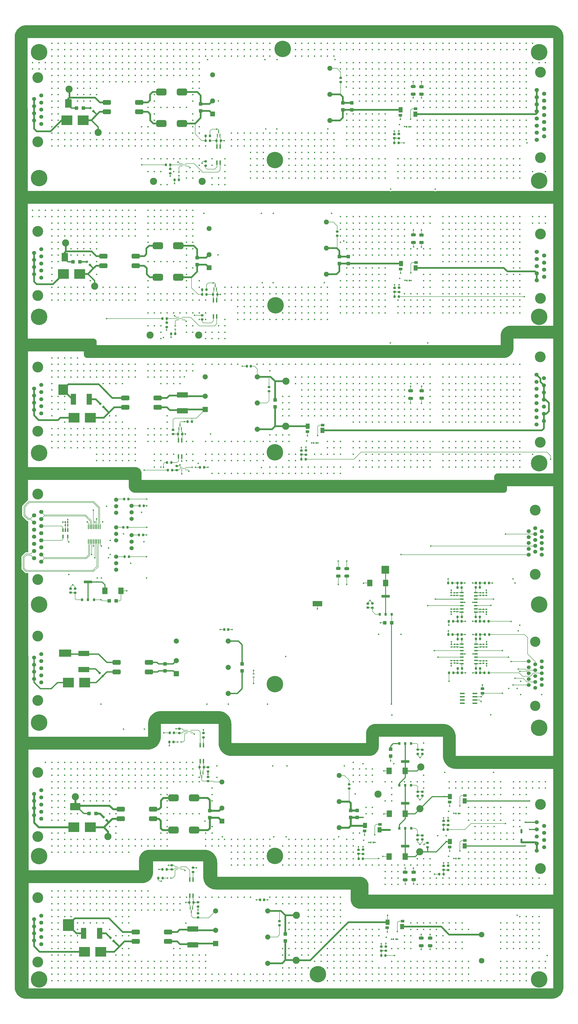
<source format=gbr>
%TF.GenerationSoftware,KiCad,Pcbnew,9.0.3*%
%TF.CreationDate,2025-09-16T14:08:44-04:00*%
%TF.ProjectId,11_CPU_PDU,31315f43-5055-45f5-9044-552e6b696361,rev?*%
%TF.SameCoordinates,Original*%
%TF.FileFunction,Copper,L1,Top*%
%TF.FilePolarity,Positive*%
%FSLAX46Y46*%
G04 Gerber Fmt 4.6, Leading zero omitted, Abs format (unit mm)*
G04 Created by KiCad (PCBNEW 9.0.3) date 2025-09-16 14:08:44*
%MOMM*%
%LPD*%
G01*
G04 APERTURE LIST*
G04 Aperture macros list*
%AMRoundRect*
0 Rectangle with rounded corners*
0 $1 Rounding radius*
0 $2 $3 $4 $5 $6 $7 $8 $9 X,Y pos of 4 corners*
0 Add a 4 corners polygon primitive as box body*
4,1,4,$2,$3,$4,$5,$6,$7,$8,$9,$2,$3,0*
0 Add four circle primitives for the rounded corners*
1,1,$1+$1,$2,$3*
1,1,$1+$1,$4,$5*
1,1,$1+$1,$6,$7*
1,1,$1+$1,$8,$9*
0 Add four rect primitives between the rounded corners*
20,1,$1+$1,$2,$3,$4,$5,0*
20,1,$1+$1,$4,$5,$6,$7,0*
20,1,$1+$1,$6,$7,$8,$9,0*
20,1,$1+$1,$8,$9,$2,$3,0*%
G04 Aperture macros list end*
%TA.AperFunction,SMDPad,CuDef*%
%ADD10RoundRect,0.200000X0.200000X0.275000X-0.200000X0.275000X-0.200000X-0.275000X0.200000X-0.275000X0*%
%TD*%
%TA.AperFunction,SMDPad,CuDef*%
%ADD11RoundRect,0.200000X-0.200000X-0.275000X0.200000X-0.275000X0.200000X0.275000X-0.200000X0.275000X0*%
%TD*%
%TA.AperFunction,SMDPad,CuDef*%
%ADD12RoundRect,0.675000X-1.325000X0.675000X-1.325000X-0.675000X1.325000X-0.675000X1.325000X0.675000X0*%
%TD*%
%TA.AperFunction,SMDPad,CuDef*%
%ADD13R,4.241800X3.810000*%
%TD*%
%TA.AperFunction,SMDPad,CuDef*%
%ADD14RoundRect,0.250000X0.445000X-0.457500X0.445000X0.457500X-0.445000X0.457500X-0.445000X-0.457500X0*%
%TD*%
%TA.AperFunction,ComponentPad*%
%ADD15C,1.498600*%
%TD*%
%TA.AperFunction,ComponentPad*%
%ADD16C,4.000000*%
%TD*%
%TA.AperFunction,ComponentPad*%
%ADD17C,1.575000*%
%TD*%
%TA.AperFunction,ComponentPad*%
%ADD18C,4.216000*%
%TD*%
%TA.AperFunction,ComponentPad*%
%ADD19C,2.800000*%
%TD*%
%TA.AperFunction,SMDPad,CuDef*%
%ADD20RoundRect,0.200000X0.275000X-0.200000X0.275000X0.200000X-0.275000X0.200000X-0.275000X-0.200000X0*%
%TD*%
%TA.AperFunction,SMDPad,CuDef*%
%ADD21RoundRect,0.135000X0.185000X-0.135000X0.185000X0.135000X-0.185000X0.135000X-0.185000X-0.135000X0*%
%TD*%
%TA.AperFunction,SMDPad,CuDef*%
%ADD22RoundRect,0.225000X-0.225000X-0.250000X0.225000X-0.250000X0.225000X0.250000X-0.225000X0.250000X0*%
%TD*%
%TA.AperFunction,SMDPad,CuDef*%
%ADD23R,0.350800X1.161200*%
%TD*%
%TA.AperFunction,ComponentPad*%
%ADD24C,1.560000*%
%TD*%
%TA.AperFunction,SMDPad,CuDef*%
%ADD25RoundRect,0.225000X0.225000X0.250000X-0.225000X0.250000X-0.225000X-0.250000X0.225000X-0.250000X0*%
%TD*%
%TA.AperFunction,ComponentPad*%
%ADD26C,6.400000*%
%TD*%
%TA.AperFunction,SMDPad,CuDef*%
%ADD27R,0.444500X0.711200*%
%TD*%
%TA.AperFunction,SMDPad,CuDef*%
%ADD28R,0.558800X1.651000*%
%TD*%
%TA.AperFunction,ComponentPad*%
%ADD29C,1.650000*%
%TD*%
%TA.AperFunction,SMDPad,CuDef*%
%ADD30RoundRect,0.200000X-0.275000X0.200000X-0.275000X-0.200000X0.275000X-0.200000X0.275000X0.200000X0*%
%TD*%
%TA.AperFunction,SMDPad,CuDef*%
%ADD31RoundRect,0.225000X-0.250000X0.225000X-0.250000X-0.225000X0.250000X-0.225000X0.250000X0.225000X0*%
%TD*%
%TA.AperFunction,ComponentPad*%
%ADD32R,1.950000X1.950000*%
%TD*%
%TA.AperFunction,ComponentPad*%
%ADD33C,1.950000*%
%TD*%
%TA.AperFunction,SMDPad,CuDef*%
%ADD34R,0.533400X0.254000*%
%TD*%
%TA.AperFunction,ComponentPad*%
%ADD35C,1.635000*%
%TD*%
%TA.AperFunction,SMDPad,CuDef*%
%ADD36R,3.800000X2.030000*%
%TD*%
%TA.AperFunction,SMDPad,CuDef*%
%ADD37RoundRect,0.140000X-0.170000X0.140000X-0.170000X-0.140000X0.170000X-0.140000X0.170000X0.140000X0*%
%TD*%
%TA.AperFunction,SMDPad,CuDef*%
%ADD38R,1.390000X1.140000*%
%TD*%
%TA.AperFunction,SMDPad,CuDef*%
%ADD39R,1.650000X2.010000*%
%TD*%
%TA.AperFunction,SMDPad,CuDef*%
%ADD40RoundRect,0.250000X0.785000X1.895000X-0.785000X1.895000X-0.785000X-1.895000X0.785000X-1.895000X0*%
%TD*%
%TA.AperFunction,SMDPad,CuDef*%
%ADD41RoundRect,0.250000X-0.450000X0.262500X-0.450000X-0.262500X0.450000X-0.262500X0.450000X0.262500X0*%
%TD*%
%TA.AperFunction,SMDPad,CuDef*%
%ADD42RoundRect,0.200000X0.335876X0.053033X0.053033X0.335876X-0.335876X-0.053033X-0.053033X-0.335876X0*%
%TD*%
%TA.AperFunction,SMDPad,CuDef*%
%ADD43RoundRect,0.250000X1.895000X-0.785000X1.895000X0.785000X-1.895000X0.785000X-1.895000X-0.785000X0*%
%TD*%
%TA.AperFunction,SMDPad,CuDef*%
%ADD44RoundRect,0.140000X-0.140000X-0.170000X0.140000X-0.170000X0.140000X0.170000X-0.140000X0.170000X0*%
%TD*%
%TA.AperFunction,SMDPad,CuDef*%
%ADD45RoundRect,0.250000X0.650000X-0.325000X0.650000X0.325000X-0.650000X0.325000X-0.650000X-0.325000X0*%
%TD*%
%TA.AperFunction,SMDPad,CuDef*%
%ADD46RoundRect,0.250000X0.457500X0.445000X-0.457500X0.445000X-0.457500X-0.445000X0.457500X-0.445000X0*%
%TD*%
%TA.AperFunction,SMDPad,CuDef*%
%ADD47RoundRect,0.250000X-0.625000X0.312500X-0.625000X-0.312500X0.625000X-0.312500X0.625000X0.312500X0*%
%TD*%
%TA.AperFunction,ComponentPad*%
%ADD48R,2.000000X2.000000*%
%TD*%
%TA.AperFunction,ComponentPad*%
%ADD49C,2.000000*%
%TD*%
%TA.AperFunction,SMDPad,CuDef*%
%ADD50RoundRect,0.475000X1.125000X-0.475000X1.125000X0.475000X-1.125000X0.475000X-1.125000X-0.475000X0*%
%TD*%
%TA.AperFunction,SMDPad,CuDef*%
%ADD51RoundRect,0.250000X-0.650000X0.325000X-0.650000X-0.325000X0.650000X-0.325000X0.650000X0.325000X0*%
%TD*%
%TA.AperFunction,SMDPad,CuDef*%
%ADD52RoundRect,0.140000X0.140000X0.170000X-0.140000X0.170000X-0.140000X-0.170000X0.140000X-0.170000X0*%
%TD*%
%TA.AperFunction,SMDPad,CuDef*%
%ADD53RoundRect,0.250000X0.785000X1.045000X-0.785000X1.045000X-0.785000X-1.045000X0.785000X-1.045000X0*%
%TD*%
%TA.AperFunction,SMDPad,CuDef*%
%ADD54R,1.460500X0.533400*%
%TD*%
%TA.AperFunction,SMDPad,CuDef*%
%ADD55RoundRect,0.135000X-0.185000X0.135000X-0.185000X-0.135000X0.185000X-0.135000X0.185000X0.135000X0*%
%TD*%
%TA.AperFunction,SMDPad,CuDef*%
%ADD56RoundRect,0.225000X0.250000X-0.225000X0.250000X0.225000X-0.250000X0.225000X-0.250000X-0.225000X0*%
%TD*%
%TA.AperFunction,SMDPad,CuDef*%
%ADD57R,0.889000X1.016000*%
%TD*%
%TA.AperFunction,SMDPad,CuDef*%
%ADD58R,3.200000X1.000000*%
%TD*%
%TA.AperFunction,SMDPad,CuDef*%
%ADD59R,0.711200X0.444500*%
%TD*%
%TA.AperFunction,SMDPad,CuDef*%
%ADD60RoundRect,0.250000X0.625000X-0.312500X0.625000X0.312500X-0.625000X0.312500X-0.625000X-0.312500X0*%
%TD*%
%TA.AperFunction,SMDPad,CuDef*%
%ADD61RoundRect,0.250000X-0.445000X0.457500X-0.445000X-0.457500X0.445000X-0.457500X0.445000X0.457500X0*%
%TD*%
%TA.AperFunction,SMDPad,CuDef*%
%ADD62R,0.355600X1.676400*%
%TD*%
%TA.AperFunction,SMDPad,CuDef*%
%ADD63RoundRect,0.250000X-0.785000X-1.045000X0.785000X-1.045000X0.785000X1.045000X-0.785000X1.045000X0*%
%TD*%
%TA.AperFunction,SMDPad,CuDef*%
%ADD64RoundRect,0.250000X-0.457500X-0.445000X0.457500X-0.445000X0.457500X0.445000X-0.457500X0.445000X0*%
%TD*%
%TA.AperFunction,SMDPad,CuDef*%
%ADD65RoundRect,0.140000X0.170000X-0.140000X0.170000X0.140000X-0.170000X0.140000X-0.170000X-0.140000X0*%
%TD*%
%TA.AperFunction,SMDPad,CuDef*%
%ADD66R,0.558800X1.473200*%
%TD*%
%TA.AperFunction,ComponentPad*%
%ADD67C,2.159000*%
%TD*%
%TA.AperFunction,SMDPad,CuDef*%
%ADD68R,1.981200X0.558800*%
%TD*%
%TA.AperFunction,ViaPad*%
%ADD69C,0.600000*%
%TD*%
%TA.AperFunction,Conductor*%
%ADD70C,0.400000*%
%TD*%
%TA.AperFunction,Conductor*%
%ADD71C,0.200000*%
%TD*%
%TA.AperFunction,Conductor*%
%ADD72C,0.700000*%
%TD*%
%TA.AperFunction,Conductor*%
%ADD73C,0.750000*%
%TD*%
%TA.AperFunction,Conductor*%
%ADD74C,0.250000*%
%TD*%
%TA.AperFunction,Conductor*%
%ADD75C,0.500000*%
%TD*%
%TA.AperFunction,Conductor*%
%ADD76C,0.350000*%
%TD*%
G04 APERTURE END LIST*
D10*
%TO.P,R96,1*%
%TO.N,Net-(C99-Pad2)*%
X356245000Y-257719999D03*
%TO.P,R96,2*%
%TO.N,/v5_Telem*%
X354595000Y-257719999D03*
%TD*%
D11*
%TO.P,R104,1*%
%TO.N,Net-(C103-Pad2)*%
X368875000Y-257729999D03*
%TO.P,R104,2*%
%TO.N,/Temp_Telem*%
X370525000Y-257729999D03*
%TD*%
D12*
%TO.P,L3,1,1*%
%TO.N,Net-(L2-Pad1)*%
X242695001Y-46445000D03*
%TO.P,L3,2,2*%
%TO.N,/Sabertooth_CPU_and_PCIe_Bifurcator/P12V_PDU_DAQ/p12_rtn*%
X250695001Y-46445000D03*
%TD*%
D13*
%TO.P,F5,1,1*%
%TO.N,/V_SEC5_IN*%
X212677301Y-381220000D03*
%TO.P,F5,2,2*%
%TO.N,Net-(F5-Pad2)*%
X219052701Y-381220000D03*
%TD*%
D14*
%TO.P,C112,1*%
%TO.N,Net-(U23-+VIN)*%
X244095001Y-271829999D03*
%TO.P,C112,2*%
%TO.N,Net-(U23--VIN)*%
X244095001Y-269124999D03*
%TD*%
%TO.P,C15,1*%
%TO.N,/Sabertooth_CPU_and_PCIe_Bifurcator/P12V_PDU_DAQ1/p12V*%
X256685001Y-113717500D03*
%TO.P,C15,2*%
%TO.N,/Sabertooth_CPU_and_PCIe_Bifurcator/P12V_PDU_DAQ1/p12_rtn*%
X256685001Y-111012500D03*
%TD*%
D15*
%TO.P,J15,1,1*%
%TO.N,/v1_Telem*%
X385970000Y-277329999D03*
%TO.P,J15,2,2*%
%TO.N,/TELEM_RTN*%
X385970000Y-275039998D03*
%TO.P,J15,3,3*%
%TO.N,/v2_Telem*%
X385970000Y-272749998D03*
%TO.P,J15,4,4*%
%TO.N,/TELEM_RTN*%
X385970000Y-270460000D03*
%TO.P,J15,5,5*%
%TO.N,/v3_Telem*%
X385970000Y-268169999D03*
%TO.P,J15,6,6*%
%TO.N,/TELEM_RTN*%
X388510000Y-278469999D03*
%TO.P,J15,7,7*%
%TO.N,/v4_Telem*%
X388510000Y-276179999D03*
%TO.P,J15,8,8*%
%TO.N,/TELEM_RTN*%
X388510000Y-273889998D03*
%TO.P,J15,9,9*%
%TO.N,/v5_Telem*%
X388510000Y-271600000D03*
%TO.P,J15,10,10*%
%TO.N,/Temp_Telem*%
X388510000Y-269310000D03*
%TO.P,J15,11,11*%
%TO.N,/v6_Telem*%
X391050000Y-277329999D03*
%TO.P,J15,12,12*%
%TO.N,/TELEM_RTN*%
X391050000Y-275039998D03*
%TO.P,J15,13,13*%
%TO.N,/v7_Telem*%
X391050000Y-272749998D03*
%TO.P,J15,14,14*%
%TO.N,/TELEM_RTN*%
X391050000Y-270460000D03*
%TO.P,J15,15,15*%
X391050000Y-268169999D03*
D16*
%TO.P,J15,S1,S1*%
%TO.N,GNDPWR*%
X388510000Y-260509999D03*
%TO.P,J15,S2,S2*%
X388510000Y-285510000D03*
%TD*%
D17*
%TO.P,J14,1*%
%TO.N,/i1_Telem*%
X385950000Y-217469000D03*
%TO.P,J14,2*%
%TO.N,/TELEM_RTN*%
X385950000Y-219759000D03*
%TO.P,J14,3*%
%TO.N,/i2_Telem*%
X385950000Y-222049000D03*
%TO.P,J14,4*%
%TO.N,/TELEM_RTN*%
X385950000Y-224339000D03*
%TO.P,J14,5*%
%TO.N,/i3_Telem*%
X385950000Y-226629000D03*
%TO.P,J14,6*%
%TO.N,/TELEM_RTN*%
X388490000Y-216324000D03*
%TO.P,J14,7*%
%TO.N,/i4_Telem*%
X388490000Y-218614000D03*
%TO.P,J14,8*%
%TO.N,/TELEM_RTN*%
X388490000Y-220904000D03*
%TO.P,J14,9*%
%TO.N,/i5_Telem*%
X388490000Y-223194000D03*
%TO.P,J14,10*%
%TO.N,/TELEM_RTN*%
X388490000Y-225484000D03*
%TO.P,J14,11*%
%TO.N,/i6_Telem*%
X391030000Y-217469000D03*
%TO.P,J14,12*%
%TO.N,/TELEM_RTN*%
X391030000Y-219759000D03*
%TO.P,J14,13*%
%TO.N,/i7_Telem*%
X391030000Y-222049000D03*
%TO.P,J14,14*%
%TO.N,/TELEM_RTN*%
X391030000Y-224339000D03*
%TO.P,J14,15*%
X391030000Y-226629000D03*
D18*
%TO.P,J14,S1*%
%TO.N,GNDPWR*%
X388490000Y-234290000D03*
%TO.P,J14,S2*%
X388490000Y-209300000D03*
%TD*%
D19*
%TO.P,SEC_PWR3,1,1*%
%TO.N,/SSD1_5V*%
X295245001Y-384520000D03*
%TD*%
D20*
%TO.P,R28,1*%
%TO.N,/Sabertooth_IO_3p3V*%
X346515001Y-340499999D03*
%TO.P,R28,2*%
%TO.N,/Sabertooth_IO_RTN*%
X346515001Y-338849999D03*
%TD*%
D21*
%TO.P,R84,1*%
%TO.N,Net-(U18D--IND)*%
X367035850Y-242489999D03*
%TO.P,R84,2*%
%TO.N,Net-(U18D-D_OUT)*%
X367035850Y-241469999D03*
%TD*%
D22*
%TO.P,C102,1*%
%TO.N,/V_TELEM_RTN*%
X365455000Y-272629999D03*
%TO.P,C102,2*%
%TO.N,Net-(C102-Pad2)*%
X367005000Y-272629999D03*
%TD*%
D23*
%TO.P,M10,1,1*%
%TO.N,Net-(M10-Pad1)*%
X264555002Y-63350000D03*
%TO.P,M10,2,2*%
%TO.N,/Sabertooth_CPU_and_PCIe_Bifurcator/P12V_PDU_DAQ/p12_rtn*%
X265555000Y-63350000D03*
%TO.P,M10,3,3*%
%TO.N,/Sabertooth_CPU_and_PCIe_Bifurcator/P12V_PDU_DAQ/REM*%
X265055001Y-62000000D03*
%TD*%
D24*
%TO.P,J13,1*%
%TO.N,/V_SEC5_RTN*%
X195905001Y-367160000D03*
%TO.P,J13,2*%
X195905001Y-369930000D03*
%TO.P,J13,3*%
%TO.N,unconnected-(J13-Pad3)*%
X195905001Y-372700000D03*
%TO.P,J13,4*%
%TO.N,/V_SEC5_RTN*%
X195905001Y-375470000D03*
%TO.P,J13,5*%
X195905001Y-378240000D03*
%TO.P,J13,6*%
%TO.N,/V_SEC5_IN*%
X193065001Y-368545000D03*
%TO.P,J13,7*%
X193065001Y-371315000D03*
%TO.P,J13,8*%
X193065001Y-374085000D03*
%TO.P,J13,9*%
X193065001Y-376855000D03*
D18*
%TO.P,J13,S1*%
%TO.N,GNDPWR*%
X194485001Y-360200000D03*
%TO.P,J13,S2*%
X194485001Y-385200000D03*
%TD*%
D21*
%TO.P,R89,1*%
%TO.N,/V_TELEM_RTN*%
X355760000Y-268899999D03*
%TO.P,R89,2*%
%TO.N,Net-(U19B--INB)*%
X355760000Y-267879999D03*
%TD*%
D25*
%TO.P,C88,1*%
%TO.N,/V_TELEM_RTN*%
X359770850Y-252589999D03*
%TO.P,C88,2*%
%TO.N,Net-(C88-Pad2)*%
X358220850Y-252589999D03*
%TD*%
D10*
%TO.P,R47,1*%
%TO.N,Net-(M9-Pad1)*%
X255240003Y-362029998D03*
%TO.P,R47,2*%
%TO.N,/SSD_PDU/HUB_SSD1/p12_rtn*%
X253590003Y-362029998D03*
%TD*%
D26*
%TO.P,H4,1,1*%
%TO.N,GNDPWR*%
X195000000Y-392000000D03*
%TD*%
D27*
%TO.P,LED3,1*%
%TO.N,Net-(M3B-2D)*%
X250413651Y-299554999D03*
%TO.P,LED3,2*%
%TO.N,Net-(LED3-Pad2)*%
X249156351Y-299554999D03*
%TD*%
D28*
%TO.P,Q4,1,1*%
%TO.N,Net-(Q4-Pad1)*%
X249367501Y-188379200D03*
%TO.P,Q4,2,2*%
%TO.N,Net-(M4A-1D)*%
X250637501Y-188379200D03*
%TO.P,Q4,3,3*%
%TO.N,/SSD_PDU/HUB_SSD0/p12_rtn*%
X250637501Y-182130800D03*
%TO.P,Q4,4,4*%
%TO.N,Net-(M8-Pad1)*%
X249367501Y-182130800D03*
%TD*%
D29*
%TO.P,J10,1*%
%TO.N,Net-(U22B-OUT_2)*%
X225063200Y-210275000D03*
%TO.P,J10,2*%
%TO.N,/LVDS_REC_CKT/EN_2*%
X225063200Y-207735000D03*
%TO.P,J10,3*%
%TO.N,Net-(J10-Pad3)*%
X225063200Y-205195000D03*
%TD*%
D30*
%TO.P,R40,1*%
%TO.N,/V_TELEM_RTN*%
X248663001Y-192068000D03*
%TO.P,R40,2*%
%TO.N,Net-(M4A-1G)*%
X248663001Y-193718000D03*
%TD*%
D23*
%TO.P,M9,1,1*%
%TO.N,Net-(M9-Pad1)*%
X254915001Y-364259998D03*
%TO.P,M9,2,2*%
%TO.N,/SSD_PDU/HUB_SSD1/p12_rtn*%
X253915003Y-364259998D03*
%TO.P,M9,3,3*%
%TO.N,/SSD_PDU/HUB_SSD1/REM*%
X254415002Y-365609998D03*
%TD*%
D19*
%TO.P,8.2V1,1,1*%
%TO.N,/Sabertooth_IO/V8p2*%
X343902501Y-309244999D03*
%TD*%
%TO.P,5V2,1,1*%
%TO.N,/SSD0_5V*%
X291235001Y-176584999D03*
%TD*%
D31*
%TO.P,C79,1*%
%TO.N,/V_TELEM_RTN*%
X352747501Y-347800000D03*
%TO.P,C79,2*%
%TO.N,Net-(C79-Pad2)*%
X352747501Y-349350000D03*
%TD*%
D32*
%TO.P,U3,1,+VIN*%
%TO.N,/Sabertooth_IO/p12V*%
X266297501Y-330324999D03*
D33*
%TO.P,U3,2,-VIN*%
%TO.N,/Sabertooth_IO/p12_rtn*%
X266297501Y-325244999D03*
%TO.P,U3,3,CTRL*%
%TO.N,/Sabertooth_IO/REM*%
X266297501Y-315084999D03*
%TO.P,U3,4,+VOUT*%
%TO.N,/Sabertooth_IO_12V*%
X312017501Y-332864999D03*
%TO.P,U3,5,-VOUT*%
%TO.N,/Sabertooth_IO_RTN*%
X312017501Y-322704999D03*
%TO.P,U3,6,TRIM*%
%TO.N,Net-(U3-TRIM)*%
X312017501Y-312544999D03*
%TD*%
D26*
%TO.P,H19,1,1*%
%TO.N,GNDPWR*%
X290000000Y-29690000D03*
%TD*%
D21*
%TO.P,R81,1*%
%TO.N,/V_TELEM_RTN*%
X369415850Y-248929999D03*
%TO.P,R81,2*%
%TO.N,Net-(U18C--INC)*%
X369415850Y-247909999D03*
%TD*%
D34*
%TO.P,M5,1,1S*%
%TO.N,/V_TELEM_RTN*%
X248861001Y-348114000D03*
%TO.P,M5,2,1G*%
%TO.N,Net-(M5A-1G)*%
X248861001Y-348622000D03*
%TO.P,M5,3,2D*%
%TO.N,Net-(M5B-2D)*%
X248861001Y-349130000D03*
%TO.P,M5,4,2S*%
%TO.N,/V_TELEM_RTN*%
X250385001Y-349130000D03*
%TO.P,M5,5,2G*%
%TO.N,Net-(M5A-1G)*%
X250385001Y-348622000D03*
%TO.P,M5,6,1D*%
%TO.N,Net-(M5A-1D)*%
X250385001Y-348114000D03*
%TD*%
D35*
%TO.P,J7,1*%
%TO.N,/EN3-*%
X195905001Y-229340000D03*
%TO.P,J7,2*%
%TO.N,/EN3+*%
X195905001Y-226570000D03*
%TO.P,J7,3*%
%TO.N,/TELEM_RTN*%
X195905001Y-223800000D03*
%TO.P,J7,4*%
%TO.N,/EN5+*%
X195905001Y-221030000D03*
%TO.P,J7,5*%
%TO.N,/TELEM_RTN*%
X195905001Y-218260000D03*
%TO.P,J7,6*%
%TO.N,/EN5-*%
X195905001Y-215490000D03*
%TO.P,J7,7*%
%TO.N,/EN2+*%
X195905001Y-212720000D03*
%TO.P,J7,8*%
%TO.N,/EN2-*%
X195905001Y-209950000D03*
%TO.P,J7,9*%
%TO.N,/EN4-*%
X193065001Y-227955000D03*
%TO.P,J7,10*%
%TO.N,/EN4+*%
X193065001Y-225185000D03*
%TO.P,J7,11*%
%TO.N,/TELEM_RTN*%
X193065001Y-222415000D03*
%TO.P,J7,12*%
X193065001Y-219645000D03*
%TO.P,J7,13*%
X193065001Y-216875000D03*
%TO.P,J7,14*%
%TO.N,/EN1+*%
X193065001Y-214105000D03*
%TO.P,J7,15*%
%TO.N,/EN1-*%
X193065001Y-211335000D03*
D18*
%TO.P,J7,S1*%
%TO.N,GNDPWR*%
X194485001Y-202995000D03*
%TO.P,J7,S2*%
X194485001Y-236295000D03*
%TD*%
D21*
%TO.P,R76,1*%
%TO.N,Net-(U18A--INA)*%
X358005850Y-242489999D03*
%TO.P,R76,2*%
%TO.N,Net-(U18A-A_Out)*%
X358005850Y-241469999D03*
%TD*%
D30*
%TO.P,R68,1*%
%TO.N,Net-(U16-OUT)*%
X299080000Y-186005000D03*
%TO.P,R68,2*%
%TO.N,Net-(C81-Pad2)*%
X299080000Y-187655000D03*
%TD*%
D14*
%TO.P,C58,1*%
%TO.N,/SSD1_5V*%
X291065001Y-376972500D03*
%TO.P,C58,2*%
%TO.N,/SSD1_5V_RTN*%
X291065001Y-374267500D03*
%TD*%
D11*
%TO.P,R110,1*%
%TO.N,Net-(J12-Pad3)*%
X233958200Y-218975000D03*
%TO.P,R110,2*%
%TO.N,/LVDS_REC_CKT/TELEM_PWR*%
X235608200Y-218975000D03*
%TD*%
D36*
%TO.P,CHASSIS1,TP*%
%TO.N,GNDPWR*%
X303530000Y-245680000D03*
%TD*%
D37*
%TO.P,C90,1*%
%TO.N,Net-(U18C--INC)*%
X368225850Y-247909999D03*
%TO.P,C90,2*%
%TO.N,Net-(U18C-C_OUT)*%
X368225850Y-248869999D03*
%TD*%
D11*
%TO.P,R60,1*%
%TO.N,Net-(C75-Pad2)*%
X319610001Y-344965000D03*
%TO.P,R60,2*%
%TO.N,/i3_Telem*%
X321260001Y-344965000D03*
%TD*%
D31*
%TO.P,C73,1*%
%TO.N,/V_TELEM_RTN*%
X333655001Y-122750000D03*
%TO.P,C73,2*%
%TO.N,Net-(C73-Pad2)*%
X333655001Y-124300000D03*
%TD*%
D38*
%TO.P,R64,E1*%
%TO.N,Net-(U15-+IN)*%
X355102501Y-340435000D03*
%TO.P,R64,E2*%
%TO.N,Net-(U15--IN)*%
X361072501Y-337895000D03*
D39*
%TO.P,R64,I1*%
%TO.N,/Sabertooth_IO_3p3V*%
X355232501Y-338330000D03*
%TO.P,R64,I2*%
%TO.N,/Sabertooth_IO_3p3V_OUT*%
X360942501Y-340000000D03*
%TD*%
D40*
%TO.P,C65,1*%
%TO.N,Net-(C65-Pad1)*%
X218632501Y-374040000D03*
%TO.P,C65,2*%
%TO.N,/V_SEC5_RTN*%
X212392501Y-374040000D03*
%TD*%
D19*
%TO.P,SEC_RTN1,1,1*%
%TO.N,/V_SEC1_RTN*%
X206725001Y-45335000D03*
%TD*%
D10*
%TO.P,R13,1*%
%TO.N,/Sabertooth_CPU_and_PCIe_Bifurcator/P12V_PDU_DAQ1/REM*%
X260280001Y-123445000D03*
%TO.P,R13,2*%
%TO.N,/Sabertooth_CPU_and_PCIe_Bifurcator/P12V_PDU_DAQ1/p12V*%
X258630001Y-123445000D03*
%TD*%
D11*
%TO.P,R85,1*%
%TO.N,Net-(U18C-C_OUT)*%
X365280850Y-250859999D03*
%TO.P,R85,2*%
%TO.N,Net-(C92-Pad2)*%
X366930850Y-250859999D03*
%TD*%
D41*
%TO.P,R51,1*%
%TO.N,/V_TELEM_RTN*%
X367910000Y-278757499D03*
%TO.P,R51,2*%
%TO.N,/Telemetry_CKT/Volt_Sense1/VIN_4*%
X367910000Y-280582499D03*
%TD*%
D42*
%TO.P,R10,1*%
%TO.N,Net-(F2-Pad2)*%
X214808364Y-113758363D03*
%TO.P,R10,2*%
%TO.N,Net-(C24-Pad1)*%
X213641638Y-112591637D03*
%TD*%
D19*
%TO.P,SEC_RTN2,1,1*%
%TO.N,Net-(F2-Pad2)*%
X216715001Y-122055000D03*
%TD*%
D11*
%TO.P,R45,1*%
%TO.N,/V_TELEM*%
X241546001Y-352570000D03*
%TO.P,R45,2*%
%TO.N,Net-(LED5-Pad2)*%
X243196001Y-352570000D03*
%TD*%
D43*
%TO.P,C47,1*%
%TO.N,/SSD_PDU/HUB_SSD0/p12V*%
X250915001Y-170632501D03*
%TO.P,C47,2*%
%TO.N,/SSD_PDU/HUB_SSD0/p12_rtn*%
X250915001Y-164392501D03*
%TD*%
D20*
%TO.P,R44,1*%
%TO.N,/SSD_PDU/HUB_SSD1/REM*%
X257005001Y-367905000D03*
%TO.P,R44,2*%
%TO.N,/SSD_PDU/HUB_SSD1/p12V*%
X257005001Y-366255000D03*
%TD*%
D44*
%TO.P,C70,1*%
%TO.N,/Telemetry_CKT/TELEM_PWR*%
X338345001Y-59985000D03*
%TO.P,C70,2*%
%TO.N,/V_TELEM_RTN*%
X339305001Y-59985000D03*
%TD*%
D11*
%TO.P,R103,1*%
%TO.N,Net-(U19D-D_OUT)*%
X365355000Y-259399999D03*
%TO.P,R103,2*%
%TO.N,Net-(C103-Pad2)*%
X367005000Y-259399999D03*
%TD*%
D43*
%TO.P,C57,1*%
%TO.N,/SSD_PDU/HUB_SSD1/p12V*%
X254925001Y-378567500D03*
%TO.P,C57,2*%
%TO.N,/SSD_PDU/HUB_SSD1/p12_rtn*%
X254925001Y-372327500D03*
%TD*%
D45*
%TO.P,C135,1*%
%TO.N,/V_SEC5_RTN*%
X344060000Y-378835000D03*
%TO.P,C135,2*%
%TO.N,/V_TELEM_RTN*%
X344060000Y-375885000D03*
%TD*%
D46*
%TO.P,C11,1*%
%TO.N,Net-(C11-Pad1)*%
X212297501Y-52735000D03*
%TO.P,C11,2*%
%TO.N,/V_SEC1_RTN*%
X209592501Y-52735000D03*
%TD*%
D12*
%TO.P,L6,1,1*%
%TO.N,Net-(L5-Pad1)*%
X241325001Y-106315000D03*
%TO.P,L6,2,2*%
%TO.N,/Sabertooth_CPU_and_PCIe_Bifurcator/P12V_PDU_DAQ1/p12_rtn*%
X249325001Y-106315000D03*
%TD*%
D46*
%TO.P,C67,1*%
%TO.N,/V_TELEM*%
X332512500Y-253153750D03*
%TO.P,C67,2*%
%TO.N,/V_TELEM_RTN*%
X329807500Y-253153750D03*
%TD*%
D45*
%TO.P,C131,1*%
%TO.N,/V_SEC1_RTN*%
X340920000Y-47335000D03*
%TO.P,C131,2*%
%TO.N,/V_TELEM_RTN*%
X340920000Y-44385000D03*
%TD*%
D22*
%TO.P,C103,1*%
%TO.N,/V_TELEM_RTN*%
X365445000Y-257719999D03*
%TO.P,C103,2*%
%TO.N,Net-(C103-Pad2)*%
X366995000Y-257719999D03*
%TD*%
D34*
%TO.P,M3,1,1S*%
%TO.N,/V_TELEM_RTN*%
X252773001Y-294946999D03*
%TO.P,M3,2,1G*%
%TO.N,Net-(M3A-1G)*%
X252773001Y-295454999D03*
%TO.P,M3,3,2D*%
%TO.N,Net-(M3B-2D)*%
X252773001Y-295962999D03*
%TO.P,M3,4,2S*%
%TO.N,/V_TELEM_RTN*%
X254297001Y-295962999D03*
%TO.P,M3,5,2G*%
%TO.N,Net-(M3A-1G)*%
X254297001Y-295454999D03*
%TO.P,M3,6,1D*%
%TO.N,Net-(M3A-1D)*%
X254297001Y-294946999D03*
%TD*%
D26*
%TO.P,H11,1,1*%
%TO.N,GNDPWR*%
X390000000Y-294000000D03*
%TD*%
%TO.P,H10,1,1*%
%TO.N,GNDPWR*%
X390000000Y-392000000D03*
%TD*%
D47*
%TO.P,R113,1*%
%TO.N,/TELEM_RTN*%
X311680000Y-232017500D03*
%TO.P,R113,2*%
%TO.N,/V_TELEM_RTN*%
X311680000Y-234942500D03*
%TD*%
D10*
%TO.P,R25,1*%
%TO.N,Net-(M7-Pad1)*%
X259270001Y-309394999D03*
%TO.P,R25,2*%
%TO.N,/Sabertooth_IO/p12_rtn*%
X257620001Y-309394999D03*
%TD*%
D44*
%TO.P,C78,1*%
%TO.N,/Telemetry_CKT/TELEM_PWR*%
X357547501Y-344895000D03*
%TO.P,C78,2*%
%TO.N,/V_TELEM_RTN*%
X358507501Y-344895000D03*
%TD*%
D14*
%TO.P,C17,1*%
%TO.N,/PCIe_Bifurcator_12V*%
X315565001Y-113287500D03*
%TO.P,C17,2*%
%TO.N,/PCIe_Bifurcator_12V_RTN*%
X315565001Y-110582500D03*
%TD*%
D11*
%TO.P,R107,1*%
%TO.N,Net-(J9-Pad3)*%
X234208200Y-207555000D03*
%TO.P,R107,2*%
%TO.N,/LVDS_REC_CKT/TELEM_PWR*%
X235858200Y-207555000D03*
%TD*%
D20*
%TO.P,R20,1*%
%TO.N,/Sabertooth_IO_RTN*%
X315885001Y-317689999D03*
%TO.P,R20,2*%
%TO.N,Net-(U3-TRIM)*%
X315885001Y-316039999D03*
%TD*%
D30*
%TO.P,R31,1*%
%TO.N,Net-(U6-SET)*%
X342702501Y-302539999D03*
%TO.P,R31,2*%
%TO.N,/Sabertooth_IO_RTN*%
X342702501Y-304189999D03*
%TD*%
D29*
%TO.P,J12,1*%
%TO.N,Net-(U22D-OUT_4)*%
X231063200Y-224065000D03*
%TO.P,J12,2*%
%TO.N,/LVDS_REC_CKT/EN_4*%
X231063200Y-221525000D03*
%TO.P,J12,3*%
%TO.N,Net-(J12-Pad3)*%
X231063200Y-218985000D03*
%TD*%
D20*
%TO.P,R50,1*%
%TO.N,Net-(U9-SET)*%
X324990000Y-247298750D03*
%TO.P,R50,2*%
%TO.N,/V_TELEM_RTN*%
X324990000Y-245648750D03*
%TD*%
D48*
%TO.P,U23,1,+VIN*%
%TO.N,Net-(U23-+VIN)*%
X248505001Y-272989999D03*
D49*
%TO.P,U23,2,-VIN*%
%TO.N,Net-(U23--VIN)*%
X248505001Y-267889999D03*
%TO.P,U23,3,+VOUT*%
%TO.N,/V_TELEM*%
X268805001Y-280689999D03*
%TO.P,U23,4,TRIM*%
%TO.N,unconnected-(U23-TRIM-Pad4)*%
X268805001Y-270489999D03*
%TO.P,U23,5,-VOUT*%
%TO.N,/V_TELEM_RTN*%
X268805001Y-260289999D03*
%TO.P,U23,6,REMOTE*%
%TO.N,unconnected-(U23-REMOTE-Pad6)*%
X248505001Y-260289999D03*
%TD*%
D20*
%TO.P,R22,1*%
%TO.N,/Sabertooth_IO/REM*%
X260925001Y-314789999D03*
%TO.P,R22,2*%
%TO.N,/Sabertooth_IO/p12V*%
X260925001Y-313139999D03*
%TD*%
D32*
%TO.P,U2,1,+VIN*%
%TO.N,/Sabertooth_CPU_and_PCIe_Bifurcator/P12V_PDU_DAQ1/p12V*%
X261325001Y-114915000D03*
D33*
%TO.P,U2,2,-VIN*%
%TO.N,/Sabertooth_CPU_and_PCIe_Bifurcator/P12V_PDU_DAQ1/p12_rtn*%
X261325001Y-109835000D03*
%TO.P,U2,3,CTRL*%
%TO.N,/Sabertooth_CPU_and_PCIe_Bifurcator/P12V_PDU_DAQ1/REM*%
X261325001Y-99675000D03*
%TO.P,U2,4,+VOUT*%
%TO.N,/PCIe_Bifurcator_12V*%
X307045001Y-117455000D03*
%TO.P,U2,5,-VOUT*%
%TO.N,/PCIe_Bifurcator_12V_RTN*%
X307045001Y-107295000D03*
%TO.P,U2,6,TRIM*%
%TO.N,Net-(U2-TRIM)*%
X307045001Y-97135000D03*
%TD*%
D26*
%TO.P,H20,1,1*%
%TO.N,GNDPWR*%
X303760000Y-390000000D03*
%TD*%
D45*
%TO.P,C133,1*%
%TO.N,/V_SEC3_RTN*%
X337810000Y-353205000D03*
%TO.P,C133,2*%
%TO.N,/V_TELEM_RTN*%
X337810000Y-350255000D03*
%TD*%
D30*
%TO.P,R29,1*%
%TO.N,Net-(U4-SET)*%
X342634001Y-335899999D03*
%TO.P,R29,2*%
%TO.N,/Sabertooth_IO_RTN*%
X342634001Y-337549999D03*
%TD*%
D50*
%TO.P,L8,1*%
%TO.N,Net-(L8-Pad1)*%
X239465001Y-325734999D03*
%TO.P,L8,2*%
%TO.N,Net-(L7-Pad1)*%
X239465001Y-329434999D03*
%TO.P,L8,3*%
%TO.N,Net-(F3-Pad2)*%
X226865001Y-329434999D03*
%TO.P,L8,4*%
%TO.N,/V_SEC3_RTN*%
X226865001Y-325734999D03*
%TD*%
D11*
%TO.P,R101,1*%
%TO.N,Net-(U19C-C_OUT)*%
X365355000Y-270909999D03*
%TO.P,R101,2*%
%TO.N,Net-(C102-Pad2)*%
X367005000Y-270909999D03*
%TD*%
D51*
%TO.P,C130,1*%
%TO.N,/TELEM_RTN*%
X315000000Y-232025000D03*
%TO.P,C130,2*%
%TO.N,/V_TELEM_RTN*%
X315000000Y-234975000D03*
%TD*%
D31*
%TO.P,C81,1*%
%TO.N,/V_TELEM_RTN*%
X297310000Y-186055000D03*
%TO.P,C81,2*%
%TO.N,Net-(C81-Pad2)*%
X297310000Y-187605000D03*
%TD*%
D26*
%TO.P,H1,1,1*%
%TO.N,GNDPWR*%
X195000000Y-31000000D03*
%TD*%
D40*
%TO.P,C55,1*%
%TO.N,Net-(C55-Pad1)*%
X214622501Y-166105001D03*
%TO.P,C55,2*%
%TO.N,/V_SEC4_RTN*%
X208382501Y-166105001D03*
%TD*%
D52*
%TO.P,C107,1*%
%TO.N,/LVDS_REC_CKT/TELEM_PWR*%
X206223200Y-215105000D03*
%TO.P,C107,2*%
%TO.N,/V_TELEM_RTN*%
X205263200Y-215105000D03*
%TD*%
D11*
%TO.P,R16,1*%
%TO.N,Net-(M6-Pad1)*%
X262850001Y-125305000D03*
%TO.P,R16,2*%
%TO.N,/Sabertooth_CPU_and_PCIe_Bifurcator/P12V_PDU_DAQ1/p12_rtn*%
X264500001Y-125305000D03*
%TD*%
D42*
%TO.P,R111,1*%
%TO.N,Net-(F6-Pad2)*%
X219798364Y-273853362D03*
%TO.P,R111,2*%
%TO.N,Net-(C113-Pad1)*%
X218631638Y-272686636D03*
%TD*%
D53*
%TO.P,C68,1*%
%TO.N,/Telemetry_CKT/TELEM_PWR*%
X330187500Y-237683750D03*
%TO.P,C68,2*%
%TO.N,/V_TELEM_RTN*%
X323947500Y-237683750D03*
%TD*%
D44*
%TO.P,C72,1*%
%TO.N,/Telemetry_CKT/TELEM_PWR*%
X338455001Y-119845000D03*
%TO.P,C72,2*%
%TO.N,/V_TELEM_RTN*%
X339415001Y-119845000D03*
%TD*%
D29*
%TO.P,J11,1*%
%TO.N,Net-(U22C-OUT_3)*%
X225063200Y-221035000D03*
%TO.P,J11,2*%
%TO.N,/LVDS_REC_CKT/EN_3*%
X225063200Y-218495000D03*
%TO.P,J11,3*%
%TO.N,Net-(J11-Pad3)*%
X225063200Y-215955000D03*
%TD*%
D50*
%TO.P,L11,1*%
%TO.N,/SSD_PDU/HUB_SSD1/p12_rtn*%
X245275001Y-373500000D03*
%TO.P,L11,2*%
%TO.N,/SSD_PDU/HUB_SSD1/p12V*%
X245275001Y-377200000D03*
%TO.P,L11,3*%
%TO.N,Net-(F5-Pad2)*%
X232675001Y-377200000D03*
%TO.P,L11,4*%
%TO.N,/V_SEC5_RTN*%
X232675001Y-373500000D03*
%TD*%
D30*
%TO.P,R30,1*%
%TO.N,Net-(U5-SET)*%
X342672501Y-318889999D03*
%TO.P,R30,2*%
%TO.N,/Sabertooth_IO_RTN*%
X342672501Y-320539999D03*
%TD*%
D11*
%TO.P,R5,1*%
%TO.N,/V_TELEM*%
X247860001Y-80715000D03*
%TO.P,R5,2*%
%TO.N,Net-(LED1-Pad2)*%
X249510001Y-80715000D03*
%TD*%
%TO.P,R17,1*%
%TO.N,/LVDS_REC_CKT/EN_2*%
X243120001Y-134705000D03*
%TO.P,R17,2*%
%TO.N,Net-(M2A-1G)*%
X244770001Y-134705000D03*
%TD*%
D30*
%TO.P,R3,1*%
%TO.N,/V_TELEM*%
X259957001Y-73518000D03*
%TO.P,R3,2*%
%TO.N,Net-(Q1-Pad1)*%
X259957001Y-75168000D03*
%TD*%
D53*
%TO.P,C41,1*%
%TO.N,/Sabertooth_IO/V8p2*%
X337772501Y-310824999D03*
%TO.P,C41,2*%
%TO.N,/Sabertooth_IO_RTN*%
X331532501Y-310824999D03*
%TD*%
D19*
%TO.P,5V1,1,1*%
%TO.N,/Sabertooth_IO_5V*%
X343522501Y-325554999D03*
%TD*%
D11*
%TO.P,R14,1*%
%TO.N,/V_TELEM*%
X246490001Y-140585000D03*
%TO.P,R14,2*%
%TO.N,Net-(LED2-Pad2)*%
X248140001Y-140585000D03*
%TD*%
%TO.P,R57,1*%
%TO.N,Net-(C73-Pad2)*%
X333660001Y-126185000D03*
%TO.P,R57,2*%
%TO.N,/i2_Telem*%
X335310001Y-126185000D03*
%TD*%
D54*
%TO.P,U18,1,A_Out*%
%TO.N,Net-(U18A-A_Out)*%
X359831700Y-241389999D03*
%TO.P,U18,2,-INA*%
%TO.N,Net-(U18A--INA)*%
X359831700Y-242659999D03*
%TO.P,U18,3,+INA*%
%TO.N,/Sabertooth_p12V*%
X359831700Y-243929999D03*
%TO.P,U18,4,VCC*%
%TO.N,/Telemetry_CKT/TELEM_PWR*%
X359831700Y-245199999D03*
%TO.P,U18,5,+INB*%
%TO.N,/PCIe_Bifurcator_12V*%
X359831700Y-246469999D03*
%TO.P,U18,6,-INB*%
%TO.N,Net-(U18B--INB)*%
X359831700Y-247739999D03*
%TO.P,U18,7,B_OUT*%
%TO.N,Net-(U18B-B_OUT)*%
X359831700Y-249009999D03*
%TO.P,U18,8,C_OUT*%
%TO.N,Net-(U18C-C_OUT)*%
X365280000Y-249009999D03*
%TO.P,U18,9,-INC*%
%TO.N,Net-(U18C--INC)*%
X365280000Y-247739999D03*
%TO.P,U18,10,+INC*%
%TO.N,/Sabertooth_IO_12V*%
X365280000Y-246469999D03*
%TO.P,U18,11,VSS*%
%TO.N,/V_TELEM_RTN*%
X365280000Y-245199999D03*
%TO.P,U18,12,+IND*%
%TO.N,/Sabertooth_IO_5V*%
X365280000Y-243929999D03*
%TO.P,U18,13,-IND*%
%TO.N,Net-(U18D--IND)*%
X365280000Y-242659999D03*
%TO.P,U18,14,D_OUT*%
%TO.N,Net-(U18D-D_OUT)*%
X365280000Y-241389999D03*
%TD*%
D55*
%TO.P,R74,1*%
%TO.N,Net-(U18B--INB)*%
X358005850Y-247799999D03*
%TO.P,R74,2*%
%TO.N,Net-(U18B-B_OUT)*%
X358005850Y-248819999D03*
%TD*%
D22*
%TO.P,C66,1*%
%TO.N,GNDPWR*%
X281190001Y-361010000D03*
%TO.P,C66,2*%
%TO.N,/SSD1_5V_RTN*%
X282740001Y-361010000D03*
%TD*%
D26*
%TO.P,H21,1,1*%
%TO.N,GNDPWR*%
X287000000Y-186770000D03*
%TD*%
D27*
%TO.P,LED4,1*%
%TO.N,Net-(M4B-2D)*%
X254734351Y-192623000D03*
%TO.P,LED4,2*%
%TO.N,Net-(LED4-Pad2)*%
X255991651Y-192623000D03*
%TD*%
D35*
%TO.P,J18,1*%
%TO.N,/Sabertooth_p12V_OUT*%
X389080000Y-45725000D03*
%TO.P,J18,2*%
X389080000Y-48495000D03*
%TO.P,J18,3*%
X389080000Y-51265000D03*
%TO.P,J18,4*%
X389080000Y-54035000D03*
%TO.P,J18,5*%
%TO.N,unconnected-(J18-Pad5)*%
X389080000Y-56805000D03*
%TO.P,J18,6*%
%TO.N,unconnected-(J18-Pad6)*%
X389080000Y-59575000D03*
%TO.P,J18,7*%
%TO.N,unconnected-(J18-Pad7)*%
X389080000Y-62345000D03*
%TO.P,J18,8*%
%TO.N,unconnected-(J18-Pad8)*%
X389080000Y-65115000D03*
%TO.P,J18,9*%
%TO.N,/Sabertooth_p12V_RTN*%
X391920000Y-47110000D03*
%TO.P,J18,10*%
X391920000Y-49880000D03*
%TO.P,J18,11*%
X391920000Y-52650000D03*
%TO.P,J18,12*%
X391920000Y-55420000D03*
%TO.P,J18,13*%
%TO.N,unconnected-(J18-Pad13)*%
X391920000Y-58190000D03*
%TO.P,J18,14*%
%TO.N,unconnected-(J18-Pad14)*%
X391920000Y-60960000D03*
%TO.P,J18,15*%
%TO.N,unconnected-(J18-Pad15)*%
X391920000Y-63730000D03*
D18*
%TO.P,J18,S1*%
%TO.N,GNDPWR*%
X390500000Y-72070000D03*
%TO.P,J18,S2*%
X390500000Y-38770000D03*
%TD*%
D30*
%TO.P,R53,1*%
%TO.N,Net-(U11-OUT)*%
X335315001Y-62840000D03*
%TO.P,R53,2*%
%TO.N,Net-(C71-Pad2)*%
X335315001Y-64490000D03*
%TD*%
D12*
%TO.P,L4,1,1*%
%TO.N,Net-(L4-Pad1)*%
X241325001Y-118605000D03*
%TO.P,L4,2,2*%
%TO.N,/Sabertooth_CPU_and_PCIe_Bifurcator/P12V_PDU_DAQ1/p12V*%
X249325001Y-118605000D03*
%TD*%
D56*
%TO.P,C46,1*%
%TO.N,/Sabertooth_IO_RTN*%
X344462501Y-304159999D03*
%TO.P,C46,2*%
%TO.N,Net-(U6-SET)*%
X344462501Y-302609999D03*
%TD*%
D57*
%TO.P,U20,1,SET*%
%TO.N,Net-(U20-SET)*%
X211793300Y-244197500D03*
%TO.P,U20,2,OUT*%
%TO.N,/LVDS_REC_CKT/TELEM_PWR*%
X214104700Y-244197500D03*
%TO.P,U20,3,IN*%
%TO.N,/V_TELEM*%
X216416100Y-244197500D03*
D58*
%TO.P,U20,4,TAB*%
%TO.N,/LVDS_REC_CKT/TELEM_PWR*%
X214104700Y-237205000D03*
%TD*%
D34*
%TO.P,M1,1,1S*%
%TO.N,/V_TELEM_RTN*%
X250773001Y-74327000D03*
%TO.P,M1,2,1G*%
%TO.N,Net-(M1A-1G)*%
X250773001Y-74835000D03*
%TO.P,M1,3,2D*%
%TO.N,Net-(M1B-2D)*%
X250773001Y-75343000D03*
%TO.P,M1,4,2S*%
%TO.N,/V_TELEM_RTN*%
X252297001Y-75343000D03*
%TO.P,M1,5,2G*%
%TO.N,Net-(M1A-1G)*%
X252297001Y-74835000D03*
%TO.P,M1,6,1D*%
%TO.N,Net-(M1A-1D)*%
X252297001Y-74327000D03*
%TD*%
D26*
%TO.P,H22,1,1*%
%TO.N,GNDPWR*%
X287000000Y-343890000D03*
%TD*%
D10*
%TO.P,R4,1*%
%TO.N,/Sabertooth_CPU_and_PCIe_Bifurcator/P12V_PDU_DAQ/REM*%
X261650001Y-63575000D03*
%TO.P,R4,2*%
%TO.N,/Sabertooth_CPU_and_PCIe_Bifurcator/P12V_PDU_DAQ/p12V*%
X260000001Y-63575000D03*
%TD*%
D20*
%TO.P,R2,1*%
%TO.N,/Sabertooth_p12V_RTN*%
X312665001Y-42580000D03*
%TO.P,R2,2*%
%TO.N,Net-(U1-TRIM)*%
X312665001Y-40930000D03*
%TD*%
D57*
%TO.P,U6,1,SET*%
%TO.N,Net-(U6-SET)*%
X340092401Y-300172499D03*
%TO.P,U6,2,OUT*%
%TO.N,/Sabertooth_IO/V8p2*%
X337781001Y-300172499D03*
%TO.P,U6,3,IN*%
%TO.N,/Sabertooth_IO_12V*%
X335469601Y-300172499D03*
D58*
%TO.P,U6,4,TAB*%
%TO.N,/Sabertooth_IO/V8p2*%
X337781001Y-307164999D03*
%TD*%
D31*
%TO.P,C69,1*%
%TO.N,/V_TELEM_RTN*%
X323220000Y-245698750D03*
%TO.P,C69,2*%
%TO.N,Net-(U9-SET)*%
X323220000Y-247248750D03*
%TD*%
%TO.P,C75,1*%
%TO.N,/V_TELEM_RTN*%
X319605001Y-341530000D03*
%TO.P,C75,2*%
%TO.N,Net-(C75-Pad2)*%
X319605001Y-343080000D03*
%TD*%
D59*
%TO.P,LED1,1*%
%TO.N,Net-(M1B-2D)*%
X249515001Y-77686350D03*
%TO.P,LED1,2*%
%TO.N,Net-(LED1-Pad2)*%
X249515001Y-78943650D03*
%TD*%
D10*
%TO.P,R93,1*%
%TO.N,Net-(U19B-B_OUT)*%
X359935000Y-270909999D03*
%TO.P,R93,2*%
%TO.N,Net-(C98-Pad2)*%
X358285000Y-270909999D03*
%TD*%
D55*
%TO.P,R90,1*%
%TO.N,Net-(U19B--INB)*%
X358080000Y-267849999D03*
%TO.P,R90,2*%
%TO.N,Net-(U19B-B_OUT)*%
X358080000Y-268869999D03*
%TD*%
D20*
%TO.P,R11,1*%
%TO.N,/PCIe_Bifurcator_12V_RTN*%
X311295001Y-102450000D03*
%TO.P,R11,2*%
%TO.N,Net-(U2-TRIM)*%
X311295001Y-100800000D03*
%TD*%
D29*
%TO.P,J9,1*%
%TO.N,Net-(U22A-OUT_1)*%
X231063200Y-212645000D03*
%TO.P,J9,2*%
%TO.N,/LVDS_REC_CKT/EN_1*%
X231063200Y-210105000D03*
%TO.P,J9,3*%
%TO.N,Net-(J9-Pad3)*%
X231063200Y-207565000D03*
%TD*%
D60*
%TO.P,R118,1*%
%TO.N,/V_SEC5_RTN*%
X347470000Y-378852500D03*
%TO.P,R118,2*%
%TO.N,/V_TELEM_RTN*%
X347470000Y-375927500D03*
%TD*%
D11*
%TO.P,R15,1*%
%TO.N,/Sabertooth_CPU_and_PCIe_Bifurcator/P12V_PDU_DAQ1/p12V*%
X258625001Y-125305000D03*
%TO.P,R15,2*%
%TO.N,Net-(M6-Pad1)*%
X260275001Y-125305000D03*
%TD*%
%TO.P,R87,1*%
%TO.N,Net-(U18D-D_OUT)*%
X365280850Y-239349999D03*
%TO.P,R87,2*%
%TO.N,Net-(C93-Pad2)*%
X366930850Y-239349999D03*
%TD*%
D22*
%TO.P,C120,1*%
%TO.N,GNDPWR*%
X267240001Y-255769999D03*
%TO.P,C120,2*%
%TO.N,/V_TELEM_RTN*%
X268790001Y-255769999D03*
%TD*%
D38*
%TO.P,R67,E1*%
%TO.N,Net-(U16-+IN)*%
X299665000Y-178690000D03*
%TO.P,R67,E2*%
%TO.N,Net-(U16--IN)*%
X305635000Y-176150000D03*
D39*
%TO.P,R67,I1*%
%TO.N,/SSD0_5V*%
X299795000Y-176585000D03*
%TO.P,R67,I2*%
%TO.N,/SSD0_5V_OUT*%
X305505000Y-178255000D03*
%TD*%
D56*
%TO.P,C44,1*%
%TO.N,/Sabertooth_IO_RTN*%
X344434001Y-337469999D03*
%TO.P,C44,2*%
%TO.N,Net-(U4-SET)*%
X344434001Y-335919999D03*
%TD*%
D60*
%TO.P,R116,1*%
%TO.N,/V_SEC3_RTN*%
X341040000Y-353172500D03*
%TO.P,R116,2*%
%TO.N,/V_TELEM_RTN*%
X341040000Y-350247500D03*
%TD*%
D37*
%TO.P,C96,1*%
%TO.N,Net-(U19B--INB)*%
X356950000Y-267869999D03*
%TO.P,C96,2*%
%TO.N,Net-(U19B-B_OUT)*%
X356950000Y-268829999D03*
%TD*%
D19*
%TO.P,8.2\u002C5\u002C3.3_RTN1,1,1*%
%TO.N,/Sabertooth_IO_RTN*%
X327155001Y-319864999D03*
%TD*%
D28*
%TO.P,Q3,1,1*%
%TO.N,Net-(Q3-Pad1)*%
X259100001Y-300770799D03*
%TO.P,Q3,2,2*%
%TO.N,Net-(M3A-1D)*%
X257830001Y-300770799D03*
%TO.P,Q3,3,3*%
%TO.N,/Sabertooth_IO/p12_rtn*%
X257830001Y-307019199D03*
%TO.P,Q3,4,4*%
%TO.N,Net-(M7-Pad1)*%
X259100001Y-307019199D03*
%TD*%
D14*
%TO.P,C29,1*%
%TO.N,/Sabertooth_IO_12V*%
X316535001Y-328937499D03*
%TO.P,C29,2*%
%TO.N,/Sabertooth_IO_RTN*%
X316535001Y-326232499D03*
%TD*%
D26*
%TO.P,H15,1,1*%
%TO.N,GNDPWR*%
X195000000Y-187000000D03*
%TD*%
D45*
%TO.P,C132,1*%
%TO.N,/V_SEC2_RTN*%
X340995000Y-105055000D03*
%TO.P,C132,2*%
%TO.N,/V_TELEM_RTN*%
X340995000Y-102105000D03*
%TD*%
D29*
%TO.P,J8,1*%
%TO.N,Net-(U21-R)*%
X225063200Y-232455000D03*
%TO.P,J8,2*%
%TO.N,/LVDS_REC_CKT/EN_5*%
X225063200Y-229915000D03*
%TO.P,J8,3*%
%TO.N,Net-(J8-Pad3)*%
X225063200Y-227375000D03*
%TD*%
D24*
%TO.P,J3,1*%
%TO.N,/V_SEC3_RTN*%
X195905001Y-318370000D03*
%TO.P,J3,2*%
X195905001Y-321140000D03*
%TO.P,J3,3*%
%TO.N,unconnected-(J3-Pad3)*%
X195905001Y-323910000D03*
%TO.P,J3,4*%
%TO.N,/V_SEC3_RTN*%
X195905001Y-326680000D03*
%TO.P,J3,5*%
X195905001Y-329450000D03*
%TO.P,J3,6*%
%TO.N,/V_SEC3_IN*%
X193065001Y-319755000D03*
%TO.P,J3,7*%
X193065001Y-322525000D03*
%TO.P,J3,8*%
X193065001Y-325295000D03*
%TO.P,J3,9*%
X193065001Y-328065000D03*
D18*
%TO.P,J3,S1*%
%TO.N,GNDPWR*%
X194485001Y-311410000D03*
%TO.P,J3,S2*%
X194485001Y-336410000D03*
%TD*%
D30*
%TO.P,R21,1*%
%TO.N,/V_TELEM*%
X259095001Y-296099999D03*
%TO.P,R21,2*%
%TO.N,Net-(Q3-Pad1)*%
X259095001Y-297749999D03*
%TD*%
D59*
%TO.P,LED2,1*%
%TO.N,Net-(M2B-2D)*%
X248145001Y-137556350D03*
%TO.P,LED2,2*%
%TO.N,Net-(LED2-Pad2)*%
X248145001Y-138813650D03*
%TD*%
D30*
%TO.P,R37,1*%
%TO.N,/SSD_PDU/HUB_SSD0/p12V*%
X247225001Y-178020000D03*
%TO.P,R37,2*%
%TO.N,Net-(M8-Pad1)*%
X247225001Y-179670000D03*
%TD*%
D22*
%TO.P,C92,1*%
%TO.N,/V_TELEM_RTN*%
X365380850Y-252579999D03*
%TO.P,C92,2*%
%TO.N,Net-(C92-Pad2)*%
X366930850Y-252579999D03*
%TD*%
D26*
%TO.P,H5,1,1*%
%TO.N,GNDPWR*%
X195000000Y-344000000D03*
%TD*%
D61*
%TO.P,C40,1*%
%TO.N,/Sabertooth_IO_12V*%
X332102501Y-302342499D03*
%TO.P,C40,2*%
%TO.N,/Sabertooth_IO_RTN*%
X332102501Y-305047499D03*
%TD*%
D14*
%TO.P,C48,1*%
%TO.N,/SSD0_5V*%
X287055001Y-169037499D03*
%TO.P,C48,2*%
%TO.N,/SSD0_5V_RTN*%
X287055001Y-166332499D03*
%TD*%
D11*
%TO.P,R88,1*%
%TO.N,Net-(C93-Pad2)*%
X368800850Y-237679999D03*
%TO.P,R88,2*%
%TO.N,/v4_Telem*%
X370450850Y-237679999D03*
%TD*%
D26*
%TO.P,H18,1,1*%
%TO.N,GNDPWR*%
X287190000Y-129530000D03*
%TD*%
D24*
%TO.P,J6,1*%
%TO.N,/SSD0_5V_RTN*%
X389035000Y-175930000D03*
%TO.P,J6,2*%
X389035000Y-173160000D03*
%TO.P,J6,3*%
X389035000Y-170390000D03*
%TO.P,J6,4*%
X389035000Y-167620000D03*
%TO.P,J6,5*%
X389035000Y-164850000D03*
%TO.P,J6,6*%
X389035000Y-162080000D03*
%TO.P,J6,7*%
X389035000Y-159310000D03*
%TO.P,J6,8*%
%TO.N,/SSD0_5V_OUT*%
X389035000Y-156540000D03*
%TO.P,J6,9*%
X391875000Y-174545000D03*
%TO.P,J6,10*%
X391875000Y-171775000D03*
%TO.P,J6,11*%
%TO.N,/SSD0_5V_RTN*%
X391875000Y-169005000D03*
%TO.P,J6,12*%
%TO.N,/SSD0_5V_OUT*%
X391875000Y-166235000D03*
%TO.P,J6,13*%
X391875000Y-163465000D03*
%TO.P,J6,14*%
X391875000Y-160695000D03*
%TO.P,J6,15*%
%TO.N,/SSD0_5V_RTN*%
X391875000Y-157925000D03*
D18*
%TO.P,J6,S1*%
%TO.N,GNDPWR*%
X390455000Y-182885000D03*
%TO.P,J6,S2*%
X390455000Y-149585000D03*
%TD*%
D62*
%TO.P,U22,1,IN_1-*%
%TO.N,/EN1+*%
X218778199Y-215805600D03*
%TO.P,U22,2,IN_1+*%
%TO.N,/EN1-*%
X218128201Y-215805600D03*
%TO.P,U22,3,OUT_1*%
%TO.N,Net-(U22A-OUT_1)*%
X217478199Y-215805600D03*
%TO.P,U22,4,EN+*%
%TO.N,/LVDS_REC_CKT/TELEM_PWR*%
X216828201Y-215805600D03*
%TO.P,U22,5,OUT_2*%
%TO.N,Net-(U22B-OUT_2)*%
X216178202Y-215805600D03*
%TO.P,U22,6,IN_2+*%
%TO.N,/EN2-*%
X215528201Y-215805600D03*
%TO.P,U22,7,IN_2-*%
%TO.N,/EN2+*%
X214878202Y-215805600D03*
%TO.P,U22,8,VSS*%
%TO.N,/V_TELEM_RTN*%
X214228201Y-215805600D03*
%TO.P,U22,9,IN_3-*%
%TO.N,/EN3+*%
X214228201Y-221444400D03*
%TO.P,U22,10,IN_3+*%
%TO.N,/EN3-*%
X214878199Y-221444400D03*
%TO.P,U22,11,OUT_3*%
%TO.N,Net-(U22C-OUT_3)*%
X215528201Y-221444400D03*
%TO.P,U22,12,EN-*%
%TO.N,/V_TELEM_RTN*%
X216178199Y-221444400D03*
%TO.P,U22,13,OUT_4*%
%TO.N,Net-(U22D-OUT_4)*%
X216828198Y-221444400D03*
%TO.P,U22,14,IN_4+*%
%TO.N,/EN4-*%
X217478199Y-221444400D03*
%TO.P,U22,15,IN_4-*%
%TO.N,/EN4+*%
X218128198Y-221444400D03*
%TO.P,U22,16,VCC*%
%TO.N,/LVDS_REC_CKT/TELEM_PWR*%
X218778199Y-221444400D03*
%TD*%
D31*
%TO.P,C77,1*%
%TO.N,/V_TELEM_RTN*%
X352745001Y-330260000D03*
%TO.P,C77,2*%
%TO.N,Net-(C77-Pad2)*%
X352745001Y-331810000D03*
%TD*%
D20*
%TO.P,R24,1*%
%TO.N,/Sabertooth_IO/p12V*%
X260925001Y-311049999D03*
%TO.P,R24,2*%
%TO.N,Net-(M7-Pad1)*%
X260925001Y-309399999D03*
%TD*%
D34*
%TO.P,M2,1,1S*%
%TO.N,/V_TELEM_RTN*%
X249403001Y-134197000D03*
%TO.P,M2,2,1G*%
%TO.N,Net-(M2A-1G)*%
X249403001Y-134705000D03*
%TO.P,M2,3,2D*%
%TO.N,Net-(M2B-2D)*%
X249403001Y-135213000D03*
%TO.P,M2,4,2S*%
%TO.N,/V_TELEM_RTN*%
X250927001Y-135213000D03*
%TO.P,M2,5,2G*%
%TO.N,Net-(M2A-1G)*%
X250927001Y-134705000D03*
%TO.P,M2,6,1D*%
%TO.N,Net-(M2A-1D)*%
X250927001Y-134197000D03*
%TD*%
D60*
%TO.P,R115,1*%
%TO.N,/V_SEC2_RTN*%
X344130000Y-105072500D03*
%TO.P,R115,2*%
%TO.N,/V_TELEM_RTN*%
X344130000Y-102147500D03*
%TD*%
D26*
%TO.P,H8,1,1*%
%TO.N,GNDPWR*%
X195000000Y-134000000D03*
%TD*%
D13*
%TO.P,F1,1*%
%TO.N,/V_SEC1_IN*%
X205837301Y-57445000D03*
%TO.P,F1,2*%
%TO.N,Net-(F1-Pad2)*%
X212212701Y-57445000D03*
%TD*%
D12*
%TO.P,L1,1,1*%
%TO.N,Net-(L1-Pad1)*%
X242695001Y-58735000D03*
%TO.P,L1,2,2*%
%TO.N,/Sabertooth_CPU_and_PCIe_Bifurcator/P12V_PDU_DAQ/p12V*%
X250695001Y-58735000D03*
%TD*%
D63*
%TO.P,C106,1*%
%TO.N,/LVDS_REC_CKT/TELEM_PWR*%
X220703200Y-240665000D03*
%TO.P,C106,2*%
%TO.N,/V_TELEM_RTN*%
X226943200Y-240665000D03*
%TD*%
D64*
%TO.P,C105,1*%
%TO.N,/V_TELEM*%
X222400700Y-244625000D03*
%TO.P,C105,2*%
%TO.N,/V_TELEM_RTN*%
X225105700Y-244625000D03*
%TD*%
D26*
%TO.P,H12,1,1*%
%TO.N,GNDPWR*%
X390000000Y-246000000D03*
%TD*%
D11*
%TO.P,R26,1*%
%TO.N,/LVDS_REC_CKT/EN_3*%
X245980001Y-296024999D03*
%TO.P,R26,2*%
%TO.N,Net-(M3A-1G)*%
X247630001Y-296024999D03*
%TD*%
D26*
%TO.P,H3,1,1*%
%TO.N,GNDPWR*%
X287000000Y-73000000D03*
%TD*%
D11*
%TO.P,R38,1*%
%TO.N,Net-(M8-Pad1)*%
X249187502Y-179670000D03*
%TO.P,R38,2*%
%TO.N,/SSD_PDU/HUB_SSD0/p12_rtn*%
X250837502Y-179670000D03*
%TD*%
D50*
%TO.P,L2,1*%
%TO.N,Net-(L2-Pad1)*%
X234065001Y-50515000D03*
%TO.P,L2,2*%
%TO.N,Net-(L1-Pad1)*%
X234065001Y-54215000D03*
%TO.P,L2,3*%
%TO.N,Net-(F1-Pad2)*%
X221465001Y-54215000D03*
%TO.P,L2,4*%
%TO.N,/V_SEC1_RTN*%
X221465001Y-50515000D03*
%TD*%
D28*
%TO.P,Q5,1,1*%
%TO.N,Net-(Q5-Pad1)*%
X255030001Y-353145800D03*
%TO.P,Q5,2,2*%
%TO.N,Net-(M5A-1D)*%
X253760001Y-353145800D03*
%TO.P,Q5,3,3*%
%TO.N,/SSD_PDU/HUB_SSD1/p12_rtn*%
X253760001Y-359394200D03*
%TO.P,Q5,4,4*%
%TO.N,Net-(M9-Pad1)*%
X255030001Y-359394200D03*
%TD*%
D11*
%TO.P,R102,1*%
%TO.N,Net-(C102-Pad2)*%
X368695000Y-272639999D03*
%TO.P,R102,2*%
%TO.N,/v7_Telem*%
X370345000Y-272639999D03*
%TD*%
%TO.P,R6,1*%
%TO.N,/Sabertooth_CPU_and_PCIe_Bifurcator/P12V_PDU_DAQ/p12V*%
X259995001Y-65435000D03*
%TO.P,R6,2*%
%TO.N,Net-(M10-Pad1)*%
X261645001Y-65435000D03*
%TD*%
D14*
%TO.P,C28,1*%
%TO.N,/Sabertooth_IO/p12V*%
X261555001Y-329014999D03*
%TO.P,C28,2*%
%TO.N,/Sabertooth_IO/p12_rtn*%
X261555001Y-326309999D03*
%TD*%
D26*
%TO.P,H17,1,1*%
%TO.N,GNDPWR*%
X195000000Y-246000000D03*
%TD*%
D43*
%TO.P,C113,1*%
%TO.N,Net-(C113-Pad1)*%
X212445001Y-271327499D03*
%TO.P,C113,2*%
%TO.N,/V_TELEM_RTN*%
X212445001Y-265087499D03*
%TD*%
D38*
%TO.P,R70,E1*%
%TO.N,Net-(U17-+IN)*%
X330782501Y-371875000D03*
%TO.P,R70,E2*%
%TO.N,Net-(U17--IN)*%
X336752501Y-369335000D03*
D39*
%TO.P,R70,I1*%
%TO.N,/SSD1_5V*%
X330912501Y-369770000D03*
%TO.P,R70,I2*%
%TO.N,/SSD1_5V_OUT*%
X336622501Y-371440000D03*
%TD*%
D14*
%TO.P,C4,1*%
%TO.N,/Sabertooth_p12V*%
X316935001Y-53417500D03*
%TO.P,C4,2*%
%TO.N,/Sabertooth_p12V_RTN*%
X316935001Y-50712500D03*
%TD*%
D11*
%TO.P,R54,1*%
%TO.N,Net-(C71-Pad2)*%
X333550001Y-66325000D03*
%TO.P,R54,2*%
%TO.N,/i1_Telem*%
X335200001Y-66325000D03*
%TD*%
D24*
%TO.P,J2,1*%
%TO.N,/V_SEC2_RTN*%
X195905001Y-107700000D03*
%TO.P,J2,2*%
X195905001Y-110470000D03*
%TO.P,J2,3*%
%TO.N,unconnected-(J2-Pad3)*%
X195905001Y-113240000D03*
%TO.P,J2,4*%
%TO.N,/V_SEC2_RTN*%
X195905001Y-116010000D03*
%TO.P,J2,5*%
X195905001Y-118780000D03*
%TO.P,J2,6*%
%TO.N,/V_SEC2_IN*%
X193065001Y-109085000D03*
%TO.P,J2,7*%
X193065001Y-111855000D03*
%TO.P,J2,8*%
X193065001Y-114625000D03*
%TO.P,J2,9*%
X193065001Y-117395000D03*
D18*
%TO.P,J2,S1*%
%TO.N,GNDPWR*%
X194485001Y-100740000D03*
%TO.P,J2,S2*%
X194485001Y-125740000D03*
%TD*%
D60*
%TO.P,R114,1*%
%TO.N,/V_SEC1_RTN*%
X344100000Y-47332500D03*
%TO.P,R114,2*%
%TO.N,/V_TELEM_RTN*%
X344100000Y-44407500D03*
%TD*%
D30*
%TO.P,R42,1*%
%TO.N,/SSD1_5V_RTN*%
X288715001Y-369285000D03*
%TO.P,R42,2*%
%TO.N,Net-(U8-TRIM)*%
X288715001Y-370935000D03*
%TD*%
D19*
%TO.P,SEC_PWR1,1,1*%
%TO.N,Net-(F1-Pad2)*%
X218085001Y-62185000D03*
%TD*%
D65*
%TO.P,C97,1*%
%TO.N,Net-(U19A--INA)*%
X356970000Y-262499999D03*
%TO.P,C97,2*%
%TO.N,Net-(U19A-A_Out)*%
X356970000Y-261539999D03*
%TD*%
D11*
%TO.P,R8,1*%
%TO.N,/LVDS_REC_CKT/EN_1*%
X244490001Y-74835000D03*
%TO.P,R8,2*%
%TO.N,Net-(M1A-1G)*%
X246140001Y-74835000D03*
%TD*%
D24*
%TO.P,J16,1*%
%TO.N,/Sabertooth_IO_12V_OUT*%
X389110000Y-341880000D03*
%TO.P,J16,2*%
X389110000Y-339110000D03*
%TO.P,J16,3*%
%TO.N,unconnected-(J16-Pad3)*%
X389110000Y-336340000D03*
%TO.P,J16,4*%
%TO.N,/Sabertooth_IO_5V_OUT*%
X389110000Y-333570000D03*
%TO.P,J16,5*%
%TO.N,/Sabertooth_IO_3p3V_OUT*%
X389110000Y-330800000D03*
%TO.P,J16,6*%
%TO.N,/Sabertooth_IO_RTN*%
X391950000Y-340495000D03*
%TO.P,J16,7*%
X391950000Y-337725000D03*
%TO.P,J16,8*%
X391950000Y-334955000D03*
%TO.P,J16,9*%
X391950000Y-332185000D03*
D18*
%TO.P,J16,S1*%
%TO.N,GNDPWR*%
X390530000Y-348840000D03*
%TO.P,J16,S2*%
X390530000Y-323840000D03*
%TD*%
D28*
%TO.P,Q1,1,1*%
%TO.N,Net-(Q1-Pad1)*%
X264382001Y-73967200D03*
%TO.P,Q1,2,2*%
%TO.N,Net-(M1A-1D)*%
X265652001Y-73967200D03*
%TO.P,Q1,3,3*%
%TO.N,/Sabertooth_CPU_and_PCIe_Bifurcator/P12V_PDU_DAQ/p12_rtn*%
X265652001Y-67718800D03*
%TO.P,Q1,4,4*%
%TO.N,Net-(M10-Pad1)*%
X264382001Y-67718800D03*
%TD*%
D14*
%TO.P,C16,1*%
%TO.N,/PCIe_Bifurcator_12V*%
X312135001Y-113287500D03*
%TO.P,C16,2*%
%TO.N,/PCIe_Bifurcator_12V_RTN*%
X312135001Y-110582500D03*
%TD*%
D35*
%TO.P,J17,1*%
%TO.N,unconnected-(J17-Pad1)*%
X389090000Y-108740000D03*
%TO.P,J17,2*%
%TO.N,unconnected-(J17-Pad2)*%
X389090000Y-111510000D03*
%TO.P,J17,3*%
%TO.N,unconnected-(J17-Pad3)*%
X389090000Y-114280000D03*
%TO.P,J17,4*%
%TO.N,/PCIe_Bifurcator_12V_OUT*%
X389090000Y-117050000D03*
%TO.P,J17,5*%
X389090000Y-119820000D03*
%TO.P,J17,6*%
%TO.N,unconnected-(J17-Pad6)*%
X391930000Y-110125000D03*
%TO.P,J17,7*%
%TO.N,unconnected-(J17-Pad7)*%
X391930000Y-112895000D03*
%TO.P,J17,8*%
%TO.N,/PCIe_Bifurcator_12V_RTN*%
X391930000Y-115665000D03*
%TO.P,J17,9*%
X391930000Y-118435000D03*
D18*
%TO.P,J17,S1*%
%TO.N,GNDPWR*%
X390510000Y-126780000D03*
%TO.P,J17,S2*%
X390510000Y-101780000D03*
%TD*%
D55*
%TO.P,R98,1*%
%TO.N,Net-(U19C--INC)*%
X367090000Y-267929999D03*
%TO.P,R98,2*%
%TO.N,Net-(U19C-C_OUT)*%
X367090000Y-268949999D03*
%TD*%
D37*
%TO.P,C86,1*%
%TO.N,Net-(U18B--INB)*%
X356875850Y-247819999D03*
%TO.P,C86,2*%
%TO.N,Net-(U18B-B_OUT)*%
X356875850Y-248779999D03*
%TD*%
D30*
%TO.P,R43,1*%
%TO.N,/V_TELEM*%
X255015001Y-348505000D03*
%TO.P,R43,2*%
%TO.N,Net-(Q5-Pad1)*%
X255015001Y-350155000D03*
%TD*%
%TO.P,R62,1*%
%TO.N,Net-(U14-OUT)*%
X354515001Y-330210000D03*
%TO.P,R62,2*%
%TO.N,Net-(C77-Pad2)*%
X354515001Y-331860000D03*
%TD*%
D22*
%TO.P,C56,1*%
%TO.N,GNDPWR*%
X276035000Y-153240000D03*
%TO.P,C56,2*%
%TO.N,/SSD0_5V_RTN*%
X277585000Y-153240000D03*
%TD*%
D55*
%TO.P,R99,1*%
%TO.N,/V_TELEM_RTN*%
X369490000Y-261509999D03*
%TO.P,R99,2*%
%TO.N,Net-(U19D--IND)*%
X369490000Y-262529999D03*
%TD*%
D59*
%TO.P,LED6,1*%
%TO.N,/V_TELEM_RTN*%
X278645001Y-273021349D03*
%TO.P,LED6,2*%
%TO.N,Net-(LED6-Pad2)*%
X278645001Y-274278649D03*
%TD*%
D21*
%TO.P,R100,1*%
%TO.N,Net-(U19D--IND)*%
X367110000Y-262539999D03*
%TO.P,R100,2*%
%TO.N,Net-(U19D-D_OUT)*%
X367110000Y-261519999D03*
%TD*%
D11*
%TO.P,R48,1*%
%TO.N,/LVDS_REC_CKT/EN_5*%
X243130001Y-349190000D03*
%TO.P,R48,2*%
%TO.N,Net-(M5A-1G)*%
X244780001Y-349190000D03*
%TD*%
D10*
%TO.P,R77,1*%
%TO.N,Net-(U18B-B_OUT)*%
X359860850Y-250859999D03*
%TO.P,R77,2*%
%TO.N,Net-(C88-Pad2)*%
X358210850Y-250859999D03*
%TD*%
D50*
%TO.P,L5,1*%
%TO.N,Net-(L5-Pad1)*%
X232695001Y-110385000D03*
%TO.P,L5,2*%
%TO.N,Net-(L4-Pad1)*%
X232695001Y-114085000D03*
%TO.P,L5,3*%
%TO.N,Net-(F2-Pad2)*%
X220095001Y-114085000D03*
%TO.P,L5,4*%
%TO.N,/V_SEC2_RTN*%
X220095001Y-110385000D03*
%TD*%
D55*
%TO.P,R82,1*%
%TO.N,Net-(U18C--INC)*%
X367015850Y-247879999D03*
%TO.P,R82,2*%
%TO.N,Net-(U18C-C_OUT)*%
X367015850Y-248899999D03*
%TD*%
D66*
%TO.P,U21,1,VCC*%
%TO.N,/LVDS_REC_CKT/TELEM_PWR*%
X206223201Y-217101200D03*
%TO.P,U21,2,GND*%
%TO.N,/V_TELEM_RTN*%
X205273200Y-217101200D03*
%TO.P,U21,3,A*%
%TO.N,/EN5-*%
X204323199Y-217101200D03*
%TO.P,U21,4,B*%
%TO.N,/EN5+*%
X204323199Y-219488800D03*
%TO.P,U21,5,R*%
%TO.N,Net-(U21-R)*%
X206223201Y-219488800D03*
%TD*%
D45*
%TO.P,C134,1*%
%TO.N,/V_SEC4_RTN*%
X339910000Y-165745000D03*
%TO.P,C134,2*%
%TO.N,/V_TELEM_RTN*%
X339910000Y-162795000D03*
%TD*%
D23*
%TO.P,M8,1,1*%
%TO.N,Net-(M8-Pad1)*%
X249512503Y-177555000D03*
%TO.P,M8,2,2*%
%TO.N,/SSD_PDU/HUB_SSD0/p12_rtn*%
X250512501Y-177555000D03*
%TO.P,M8,3,3*%
%TO.N,/SSD_PDU/HUB_SSD0/REM*%
X250012502Y-176205000D03*
%TD*%
D31*
%TO.P,C71,1*%
%TO.N,/V_TELEM_RTN*%
X333545001Y-62890000D03*
%TO.P,C71,2*%
%TO.N,Net-(C71-Pad2)*%
X333545001Y-64440000D03*
%TD*%
D38*
%TO.P,R52,E1*%
%TO.N,Net-(U11-+IN)*%
X335900001Y-55525000D03*
%TO.P,R52,E2*%
%TO.N,Net-(U11--IN)*%
X341870001Y-52985000D03*
D39*
%TO.P,R52,I1*%
%TO.N,/Sabertooth_p12V*%
X336030001Y-53420000D03*
%TO.P,R52,I2*%
%TO.N,/Sabertooth_p12V_OUT*%
X341740001Y-55090000D03*
%TD*%
D30*
%TO.P,R27,1*%
%TO.N,/V_TELEM_RTN*%
X249735001Y-294379999D03*
%TO.P,R27,2*%
%TO.N,Net-(M3A-1G)*%
X249735001Y-296029999D03*
%TD*%
D50*
%TO.P,L12,1*%
%TO.N,Net-(U23--VIN)*%
X237825001Y-268549999D03*
%TO.P,L12,2*%
%TO.N,Net-(U23-+VIN)*%
X237825001Y-272249999D03*
%TO.P,L12,3*%
%TO.N,Net-(F6-Pad2)*%
X225225001Y-272249999D03*
%TO.P,L12,4*%
%TO.N,/V_TELEM_RTN*%
X225225001Y-268549999D03*
%TD*%
D44*
%TO.P,C82,1*%
%TO.N,/Telemetry_CKT/TELEM_PWR*%
X333227501Y-376335000D03*
%TO.P,C82,2*%
%TO.N,/V_TELEM_RTN*%
X334187501Y-376335000D03*
%TD*%
D37*
%TO.P,C100,1*%
%TO.N,Net-(U19C--INC)*%
X368300000Y-267959999D03*
%TO.P,C100,2*%
%TO.N,Net-(U19C-C_OUT)*%
X368300000Y-268919999D03*
%TD*%
D11*
%TO.P,R109,1*%
%TO.N,Net-(J11-Pad3)*%
X227848200Y-215955000D03*
%TO.P,R109,2*%
%TO.N,/LVDS_REC_CKT/TELEM_PWR*%
X229498200Y-215955000D03*
%TD*%
D25*
%TO.P,C98,1*%
%TO.N,/V_TELEM_RTN*%
X359845000Y-272639999D03*
%TO.P,C98,2*%
%TO.N,Net-(C98-Pad2)*%
X358295000Y-272639999D03*
%TD*%
D10*
%TO.P,R94,1*%
%TO.N,Net-(C98-Pad2)*%
X356525000Y-272629999D03*
%TO.P,R94,2*%
%TO.N,/v6_Telem*%
X354875000Y-272629999D03*
%TD*%
D23*
%TO.P,M7,1,1*%
%TO.N,Net-(M7-Pad1)*%
X258945001Y-311664999D03*
%TO.P,M7,2,2*%
%TO.N,/Sabertooth_IO/p12_rtn*%
X257945003Y-311664999D03*
%TO.P,M7,3,3*%
%TO.N,/Sabertooth_IO/REM*%
X258445002Y-313014999D03*
%TD*%
D42*
%TO.P,R1,1*%
%TO.N,Net-(F1-Pad2)*%
X216178364Y-53888363D03*
%TO.P,R1,2*%
%TO.N,Net-(C11-Pad1)*%
X215011638Y-52721637D03*
%TD*%
D67*
%TO.P,P2,1,1*%
%TO.N,/SSD1_5V_RTN*%
X367580000Y-384730000D03*
%TD*%
D48*
%TO.P,U8,1,+VIN*%
%TO.N,/SSD_PDU/HUB_SSD1/p12V*%
X263842501Y-377990000D03*
D49*
%TO.P,U8,2,-VIN*%
%TO.N,/SSD_PDU/HUB_SSD1/p12_rtn*%
X263842501Y-372890000D03*
%TO.P,U8,3,+VOUT*%
%TO.N,/SSD1_5V*%
X284142501Y-385690000D03*
%TO.P,U8,4,TRIM*%
%TO.N,Net-(U8-TRIM)*%
X284142501Y-375490000D03*
%TO.P,U8,5,-VOUT*%
%TO.N,/SSD1_5V_RTN*%
X284142501Y-365290000D03*
%TO.P,U8,6,REMOTE*%
%TO.N,/SSD_PDU/HUB_SSD1/REM*%
X263842501Y-365290000D03*
%TD*%
D10*
%TO.P,R78,1*%
%TO.N,Net-(C88-Pad2)*%
X356450850Y-252579999D03*
%TO.P,R78,2*%
%TO.N,/v2_Telem*%
X354800850Y-252579999D03*
%TD*%
D22*
%TO.P,C93,1*%
%TO.N,/V_TELEM_RTN*%
X365370850Y-237669999D03*
%TO.P,C93,2*%
%TO.N,Net-(C93-Pad2)*%
X366920850Y-237669999D03*
%TD*%
D65*
%TO.P,C91,1*%
%TO.N,Net-(U18D--IND)*%
X368225850Y-242449999D03*
%TO.P,C91,2*%
%TO.N,Net-(U18D-D_OUT)*%
X368225850Y-241489999D03*
%TD*%
D54*
%TO.P,U19,1,A_Out*%
%TO.N,Net-(U19A-A_Out)*%
X359905850Y-261439999D03*
%TO.P,U19,2,-INA*%
%TO.N,Net-(U19A--INA)*%
X359905850Y-262709999D03*
%TO.P,U19,3,+INA*%
%TO.N,/Sabertooth_IO_3p3V*%
X359905850Y-263979999D03*
%TO.P,U19,4,VCC*%
%TO.N,/Telemetry_CKT/TELEM_PWR*%
X359905850Y-265249999D03*
%TO.P,U19,5,+INB*%
%TO.N,/SSD0_5V*%
X359905850Y-266519999D03*
%TO.P,U19,6,-INB*%
%TO.N,Net-(U19B--INB)*%
X359905850Y-267789999D03*
%TO.P,U19,7,B_OUT*%
%TO.N,Net-(U19B-B_OUT)*%
X359905850Y-269059999D03*
%TO.P,U19,8,C_OUT*%
%TO.N,Net-(U19C-C_OUT)*%
X365354150Y-269059999D03*
%TO.P,U19,9,-INC*%
%TO.N,Net-(U19C--INC)*%
X365354150Y-267789999D03*
%TO.P,U19,10,+INC*%
%TO.N,/SSD1_5V*%
X365354150Y-266519999D03*
%TO.P,U19,11,VSS*%
%TO.N,/V_TELEM_RTN*%
X365354150Y-265249999D03*
%TO.P,U19,12,+IND*%
%TO.N,/Telemetry_CKT/Volt_Sense1/VIN_4*%
X365354150Y-263979999D03*
%TO.P,U19,13,-IND*%
%TO.N,Net-(U19D--IND)*%
X365354150Y-262709999D03*
%TO.P,U19,14,D_OUT*%
%TO.N,Net-(U19D-D_OUT)*%
X365354150Y-261439999D03*
%TD*%
D11*
%TO.P,R108,1*%
%TO.N,Net-(J10-Pad3)*%
X228175000Y-205000000D03*
%TO.P,R108,2*%
%TO.N,/LVDS_REC_CKT/TELEM_PWR*%
X229825000Y-205000000D03*
%TD*%
D13*
%TO.P,F3,1*%
%TO.N,/V_SEC3_IN*%
X208607301Y-332764999D03*
%TO.P,F3,2*%
%TO.N,Net-(F3-Pad2)*%
X214982701Y-332764999D03*
%TD*%
%TO.P,F6,1,1*%
%TO.N,/V_TELEM_IN*%
X206417301Y-276399999D03*
%TO.P,F6,2,2*%
%TO.N,Net-(F6-Pad2)*%
X212792701Y-276399999D03*
%TD*%
D10*
%TO.P,R36,1*%
%TO.N,/V_TELEM*%
X259388001Y-192633000D03*
%TO.P,R36,2*%
%TO.N,Net-(LED4-Pad2)*%
X257738001Y-192633000D03*
%TD*%
D19*
%TO.P,TP1,1,1*%
%TO.N,/V_SEC2_RTN*%
X205355001Y-105205000D03*
%TD*%
%TO.P,V_SEC_IN1,1,1*%
%TO.N,Net-(F3-Pad2)*%
X221885001Y-336364999D03*
%TD*%
D25*
%TO.P,C89,1*%
%TO.N,/V_TELEM_RTN*%
X359720850Y-237669999D03*
%TO.P,C89,2*%
%TO.N,Net-(C89-Pad2)*%
X358170850Y-237669999D03*
%TD*%
D12*
%TO.P,L9,1,1*%
%TO.N,Net-(L8-Pad1)*%
X247470001Y-321324999D03*
%TO.P,L9,2,2*%
%TO.N,/Sabertooth_IO/p12_rtn*%
X255470001Y-321324999D03*
%TD*%
D10*
%TO.P,R79,1*%
%TO.N,Net-(U18A-A_Out)*%
X359820850Y-239429999D03*
%TO.P,R79,2*%
%TO.N,Net-(C89-Pad2)*%
X358170850Y-239429999D03*
%TD*%
D11*
%TO.P,R69,1*%
%TO.N,Net-(C81-Pad2)*%
X297315000Y-189490000D03*
%TO.P,R69,2*%
%TO.N,/i6_Telem*%
X298965000Y-189490000D03*
%TD*%
D57*
%TO.P,U5,1,SET*%
%TO.N,Net-(U5-SET)*%
X340073901Y-316402499D03*
%TO.P,U5,2,OUT*%
%TO.N,/Sabertooth_IO_5V*%
X337762501Y-316402499D03*
%TO.P,U5,3,IN*%
%TO.N,/Sabertooth_IO/V8p2*%
X335451101Y-316402499D03*
D58*
%TO.P,U5,4,TAB*%
%TO.N,/Sabertooth_IO_5V*%
X337762501Y-323394999D03*
%TD*%
D56*
%TO.P,C45,1*%
%TO.N,/Sabertooth_IO_RTN*%
X344452501Y-320489999D03*
%TO.P,C45,2*%
%TO.N,Net-(U5-SET)*%
X344452501Y-318939999D03*
%TD*%
D14*
%TO.P,C111,1*%
%TO.N,/V_TELEM*%
X274205001Y-271832499D03*
%TO.P,C111,2*%
%TO.N,/V_TELEM_RTN*%
X274205001Y-269127499D03*
%TD*%
D55*
%TO.P,R75,1*%
%TO.N,/V_TELEM_RTN*%
X355715850Y-241449999D03*
%TO.P,R75,2*%
%TO.N,Net-(U18A--INA)*%
X355715850Y-242469999D03*
%TD*%
D44*
%TO.P,C76,1*%
%TO.N,/Telemetry_CKT/TELEM_PWR*%
X357545001Y-327355000D03*
%TO.P,C76,2*%
%TO.N,/V_TELEM_RTN*%
X358505001Y-327355000D03*
%TD*%
D13*
%TO.P,F2,1*%
%TO.N,/V_SEC2_IN*%
X204467301Y-117315000D03*
%TO.P,F2,2*%
%TO.N,Net-(F2-Pad2)*%
X210842701Y-117315000D03*
%TD*%
D11*
%TO.P,R86,1*%
%TO.N,Net-(C92-Pad2)*%
X368620850Y-252589999D03*
%TO.P,R86,2*%
%TO.N,/v3_Telem*%
X370270850Y-252589999D03*
%TD*%
D38*
%TO.P,R55,E1*%
%TO.N,Net-(U12-+IN)*%
X336010001Y-115385000D03*
%TO.P,R55,E2*%
%TO.N,Net-(U12--IN)*%
X341980001Y-112845000D03*
D39*
%TO.P,R55,I1*%
%TO.N,/PCIe_Bifurcator_12V*%
X336140001Y-113280000D03*
%TO.P,R55,I2*%
%TO.N,/PCIe_Bifurcator_12V_OUT*%
X341850001Y-114950000D03*
%TD*%
D11*
%TO.P,R72,1*%
%TO.N,Net-(C83-Pad2)*%
X328432501Y-382675000D03*
%TO.P,R72,2*%
%TO.N,/i7_Telem*%
X330082501Y-382675000D03*
%TD*%
D30*
%TO.P,R65,1*%
%TO.N,Net-(U15-OUT)*%
X354517501Y-347750000D03*
%TO.P,R65,2*%
%TO.N,Net-(C79-Pad2)*%
X354517501Y-349400000D03*
%TD*%
D57*
%TO.P,U4,1,SET*%
%TO.N,Net-(U4-SET)*%
X340113901Y-333122499D03*
%TO.P,U4,2,OUT*%
%TO.N,/Sabertooth_IO_3p3V*%
X337802501Y-333122499D03*
%TO.P,U4,3,IN*%
%TO.N,/Sabertooth_IO_5V*%
X335491101Y-333122499D03*
D58*
%TO.P,U4,4,TAB*%
%TO.N,/Sabertooth_IO_3p3V*%
X337802501Y-340114999D03*
%TD*%
D26*
%TO.P,H6,1,1*%
%TO.N,GNDPWR*%
X195000000Y-292000000D03*
%TD*%
D21*
%TO.P,R97,1*%
%TO.N,/V_TELEM_RTN*%
X369490000Y-268979999D03*
%TO.P,R97,2*%
%TO.N,Net-(U19C--INC)*%
X369490000Y-267959999D03*
%TD*%
%TO.P,R73,1*%
%TO.N,/V_TELEM_RTN*%
X355685850Y-248849999D03*
%TO.P,R73,2*%
%TO.N,Net-(U18B--INB)*%
X355685850Y-247829999D03*
%TD*%
D42*
%TO.P,R41,1*%
%TO.N,Net-(F5-Pad2)*%
X224065001Y-377000000D03*
%TO.P,R41,2*%
%TO.N,Net-(C65-Pad1)*%
X222898275Y-375833274D03*
%TD*%
D14*
%TO.P,C2,1*%
%TO.N,/Sabertooth_CPU_and_PCIe_Bifurcator/P12V_PDU_DAQ/p12V*%
X258055001Y-53847500D03*
%TO.P,C2,2*%
%TO.N,/Sabertooth_CPU_and_PCIe_Bifurcator/P12V_PDU_DAQ/p12_rtn*%
X258055001Y-51142500D03*
%TD*%
D53*
%TO.P,C42,1*%
%TO.N,/Sabertooth_IO_5V*%
X337792501Y-327514999D03*
%TO.P,C42,2*%
%TO.N,/Sabertooth_IO_RTN*%
X331552501Y-327514999D03*
%TD*%
D42*
%TO.P,R32,1*%
%TO.N,Net-(F4-Pad2)*%
X220055001Y-169065000D03*
%TO.P,R32,2*%
%TO.N,Net-(C55-Pad1)*%
X218888275Y-167898274D03*
%TD*%
D57*
%TO.P,U9,1,SET*%
%TO.N,Net-(U9-SET)*%
X327878600Y-249806250D03*
%TO.P,U9,2,OUT*%
%TO.N,/Telemetry_CKT/TELEM_PWR*%
X330190000Y-249806250D03*
%TO.P,U9,3,IN*%
%TO.N,/V_TELEM*%
X332501400Y-249806250D03*
D58*
%TO.P,U9,4,TAB*%
%TO.N,/Telemetry_CKT/TELEM_PWR*%
X330190000Y-242813750D03*
%TD*%
D26*
%TO.P,H7,1,1*%
%TO.N,GNDPWR*%
X390000000Y-31000000D03*
%TD*%
D25*
%TO.P,C99,1*%
%TO.N,/V_TELEM_RTN*%
X359795000Y-257719999D03*
%TO.P,C99,2*%
%TO.N,Net-(C99-Pad2)*%
X358245000Y-257719999D03*
%TD*%
D26*
%TO.P,H16,1,1*%
%TO.N,GNDPWR*%
X390000000Y-191000000D03*
%TD*%
D44*
%TO.P,C80,1*%
%TO.N,/Telemetry_CKT/TELEM_PWR*%
X302110000Y-183150000D03*
%TO.P,C80,2*%
%TO.N,/V_TELEM_RTN*%
X303070000Y-183150000D03*
%TD*%
D11*
%TO.P,R105,1*%
%TO.N,Net-(J8-Pad3)*%
X228418200Y-227365000D03*
%TO.P,R105,2*%
%TO.N,/LVDS_REC_CKT/TELEM_PWR*%
X230068200Y-227365000D03*
%TD*%
D20*
%TO.P,R46,1*%
%TO.N,/SSD_PDU/HUB_SSD1/p12V*%
X257005003Y-363604998D03*
%TO.P,R46,2*%
%TO.N,Net-(M9-Pad1)*%
X257005003Y-361954998D03*
%TD*%
D46*
%TO.P,C37,1*%
%TO.N,Net-(C37-Pad1)*%
X217185001Y-327414999D03*
%TO.P,C37,2*%
%TO.N,/V_SEC3_RTN*%
X214480001Y-327414999D03*
%TD*%
D11*
%TO.P,R23,1*%
%TO.N,/V_TELEM*%
X245820001Y-299554999D03*
%TO.P,R23,2*%
%TO.N,Net-(LED3-Pad2)*%
X247470001Y-299554999D03*
%TD*%
D12*
%TO.P,L7,1,1*%
%TO.N,Net-(L7-Pad1)*%
X247470001Y-333864999D03*
%TO.P,L7,2,2*%
%TO.N,/Sabertooth_IO/p12V*%
X255470001Y-333864999D03*
%TD*%
D11*
%TO.P,R34,1*%
%TO.N,/V_TELEM*%
X244930001Y-190785000D03*
%TO.P,R34,2*%
%TO.N,Net-(Q4-Pad1)*%
X246580001Y-190785000D03*
%TD*%
D10*
%TO.P,R66,1*%
%TO.N,Net-(C79-Pad2)*%
X352755000Y-351020000D03*
%TO.P,R66,2*%
%TO.N,/i5_Telem*%
X351105000Y-351020000D03*
%TD*%
D28*
%TO.P,Q2,1,1*%
%TO.N,Net-(Q2-Pad1)*%
X263012001Y-133837200D03*
%TO.P,Q2,2,2*%
%TO.N,Net-(M2A-1D)*%
X264282001Y-133837200D03*
%TO.P,Q2,3,3*%
%TO.N,/Sabertooth_CPU_and_PCIe_Bifurcator/P12V_PDU_DAQ1/p12_rtn*%
X264282001Y-127588800D03*
%TO.P,Q2,4,4*%
%TO.N,Net-(M6-Pad1)*%
X263012001Y-127588800D03*
%TD*%
D11*
%TO.P,R35,1*%
%TO.N,/SSD_PDU/HUB_SSD0/REM*%
X252960001Y-174805000D03*
%TO.P,R35,2*%
%TO.N,/SSD_PDU/HUB_SSD0/p12V*%
X254610001Y-174805000D03*
%TD*%
D30*
%TO.P,R56,1*%
%TO.N,Net-(U12-OUT)*%
X335425001Y-122700000D03*
%TO.P,R56,2*%
%TO.N,Net-(C73-Pad2)*%
X335425001Y-124350000D03*
%TD*%
D26*
%TO.P,H14,1,1*%
%TO.N,GNDPWR*%
X390000000Y-81000000D03*
%TD*%
D65*
%TO.P,C101,1*%
%TO.N,Net-(U19D--IND)*%
X368300000Y-262499999D03*
%TO.P,C101,2*%
%TO.N,Net-(U19D-D_OUT)*%
X368300000Y-261539999D03*
%TD*%
D10*
%TO.P,R80,1*%
%TO.N,Net-(C89-Pad2)*%
X356170850Y-237669999D03*
%TO.P,R80,2*%
%TO.N,/v1_Telem*%
X354520850Y-237669999D03*
%TD*%
D24*
%TO.P,J1,1*%
%TO.N,/V_SEC1_RTN*%
X195905001Y-47830000D03*
%TO.P,J1,2*%
X195905001Y-50600000D03*
%TO.P,J1,3*%
%TO.N,unconnected-(J1-Pad3)*%
X195905001Y-53370000D03*
%TO.P,J1,4*%
%TO.N,/V_SEC1_RTN*%
X195905001Y-56140000D03*
%TO.P,J1,5*%
X195905001Y-58910000D03*
%TO.P,J1,6*%
%TO.N,/V_SEC1_IN*%
X193065001Y-49215000D03*
%TO.P,J1,7*%
X193065001Y-51985000D03*
%TO.P,J1,8*%
X193065001Y-54755000D03*
%TO.P,J1,9*%
X193065001Y-57525000D03*
D18*
%TO.P,J1,S1*%
%TO.N,GNDPWR*%
X194485001Y-40870000D03*
%TO.P,J1,S2*%
X194485001Y-65870000D03*
%TD*%
D19*
%TO.P,TELEM_PWR1,1,1*%
%TO.N,/V_TELEM*%
X258595001Y-81255000D03*
%TD*%
D50*
%TO.P,L10,1*%
%TO.N,/SSD_PDU/HUB_SSD0/p12_rtn*%
X241265001Y-165565000D03*
%TO.P,L10,2*%
%TO.N,/SSD_PDU/HUB_SSD0/p12V*%
X241265001Y-169265000D03*
%TO.P,L10,3*%
%TO.N,Net-(F4-Pad2)*%
X228665001Y-169265000D03*
%TO.P,L10,4*%
%TO.N,/V_SEC4_RTN*%
X228665001Y-165565000D03*
%TD*%
D19*
%TO.P,SEC_PWR2,1,1*%
%TO.N,/V_TELEM*%
X257225001Y-141125000D03*
%TD*%
D30*
%TO.P,R33,1*%
%TO.N,/SSD0_5V_RTN*%
X284705001Y-161350000D03*
%TO.P,R33,2*%
%TO.N,Net-(U7-TRIM)*%
X284705001Y-163000000D03*
%TD*%
D24*
%TO.P,J5,1*%
%TO.N,/V_TELEM_RTN*%
X195905001Y-265294999D03*
%TO.P,J5,2*%
X195905001Y-268064999D03*
%TO.P,J5,3*%
%TO.N,unconnected-(J5-Pad3)*%
X195905001Y-270834999D03*
%TO.P,J5,4*%
%TO.N,/V_TELEM_RTN*%
X195905001Y-273604999D03*
%TO.P,J5,5*%
X195905001Y-276374999D03*
%TO.P,J5,6*%
%TO.N,/V_TELEM_IN*%
X193065001Y-266679999D03*
%TO.P,J5,7*%
X193065001Y-269449999D03*
%TO.P,J5,8*%
X193065001Y-272219999D03*
%TO.P,J5,9*%
X193065001Y-274989999D03*
D18*
%TO.P,J5,S1*%
%TO.N,GNDPWR*%
X194485001Y-258334999D03*
%TO.P,J5,S2*%
X194485001Y-283334999D03*
%TD*%
D20*
%TO.P,R106,1*%
%TO.N,Net-(U20-SET)*%
X209053200Y-241460000D03*
%TO.P,R106,2*%
%TO.N,/V_TELEM_RTN*%
X209053200Y-239810000D03*
%TD*%
D67*
%TO.P,P1,1,1*%
%TO.N,/SSD1_5V_OUT*%
X367580000Y-374519600D03*
%TD*%
D68*
%TO.P,U10,1,NC*%
%TO.N,unconnected-(U10-NC-Pad1)*%
X364983796Y-284484999D03*
%TO.P,U10,2,V+*%
%TO.N,/V_TELEM*%
X364983796Y-283214999D03*
%TO.P,U10,3,V-*%
%TO.N,/Telemetry_CKT/Volt_Sense1/VIN_4*%
X364983796Y-281944999D03*
%TO.P,U10,4,NC*%
%TO.N,unconnected-(U10-NC-Pad4)*%
X364983796Y-280674999D03*
%TO.P,U10,5,NC*%
%TO.N,unconnected-(U10-NC-Pad5)*%
X360056196Y-280674999D03*
%TO.P,U10,6,NC*%
%TO.N,unconnected-(U10-NC-Pad6)*%
X360056196Y-281944999D03*
%TO.P,U10,7,NC*%
%TO.N,unconnected-(U10-NC-Pad7)*%
X360056196Y-283214999D03*
%TO.P,U10,8,NC*%
%TO.N,unconnected-(U10-NC-Pad8)*%
X360056196Y-284484999D03*
%TD*%
D60*
%TO.P,R117,1*%
%TO.N,/V_SEC4_RTN*%
X344170000Y-165712500D03*
%TO.P,R117,2*%
%TO.N,/V_TELEM_RTN*%
X344170000Y-162787500D03*
%TD*%
D26*
%TO.P,H2,1,1*%
%TO.N,GNDPWR*%
X390000000Y-134000000D03*
%TD*%
D19*
%TO.P,TELEM_RTN1,1,1*%
%TO.N,/V_TELEM_RTN*%
X239625001Y-81245000D03*
%TD*%
D55*
%TO.P,R91,1*%
%TO.N,/V_TELEM_RTN*%
X355790000Y-261499999D03*
%TO.P,R91,2*%
%TO.N,Net-(U19A--INA)*%
X355790000Y-262519999D03*
%TD*%
D19*
%TO.P,5V_RTN1,1,1*%
%TO.N,/SSD0_5V_RTN*%
X291315001Y-159085000D03*
%TD*%
D11*
%TO.P,R7,1*%
%TO.N,Net-(M10-Pad1)*%
X264220001Y-65435000D03*
%TO.P,R7,2*%
%TO.N,/Sabertooth_CPU_and_PCIe_Bifurcator/P12V_PDU_DAQ/p12_rtn*%
X265870001Y-65435000D03*
%TD*%
D20*
%TO.P,R9,1*%
%TO.N,/V_TELEM_RTN*%
X246135001Y-78100000D03*
%TO.P,R9,2*%
%TO.N,Net-(M1A-1G)*%
X246135001Y-76450000D03*
%TD*%
D24*
%TO.P,J4,1*%
%TO.N,/V_SEC4_RTN*%
X195905001Y-160535000D03*
%TO.P,J4,2*%
X195905001Y-163305000D03*
%TO.P,J4,3*%
%TO.N,unconnected-(J4-Pad3)*%
X195905001Y-166075000D03*
%TO.P,J4,4*%
%TO.N,/V_SEC4_RTN*%
X195905001Y-168845000D03*
%TO.P,J4,5*%
X195905001Y-171615000D03*
%TO.P,J4,6*%
%TO.N,/V_SEC4_IN*%
X193065001Y-161920000D03*
%TO.P,J4,7*%
X193065001Y-164690000D03*
%TO.P,J4,8*%
X193065001Y-167460000D03*
%TO.P,J4,9*%
X193065001Y-170230000D03*
D18*
%TO.P,J4,S1*%
%TO.N,GNDPWR*%
X194485001Y-153575000D03*
%TO.P,J4,S2*%
X194485001Y-178575000D03*
%TD*%
D19*
%TO.P,3.3V1,1,1*%
%TO.N,/Sabertooth_IO_3p3V*%
X343474001Y-342274999D03*
%TD*%
D11*
%TO.P,R39,1*%
%TO.N,/LVDS_REC_CKT/EN_4*%
X245238001Y-193713000D03*
%TO.P,R39,2*%
%TO.N,Net-(M4A-1G)*%
X246888001Y-193713000D03*
%TD*%
D31*
%TO.P,C108,1*%
%TO.N,/V_TELEM_RTN*%
X207313200Y-239860000D03*
%TO.P,C108,2*%
%TO.N,Net-(U20-SET)*%
X207313200Y-241410000D03*
%TD*%
D23*
%TO.P,M6,1,1*%
%TO.N,Net-(M6-Pad1)*%
X263185002Y-123220000D03*
%TO.P,M6,2,2*%
%TO.N,/Sabertooth_CPU_and_PCIe_Bifurcator/P12V_PDU_DAQ1/p12_rtn*%
X264185000Y-123220000D03*
%TO.P,M6,3,3*%
%TO.N,/Sabertooth_CPU_and_PCIe_Bifurcator/P12V_PDU_DAQ1/REM*%
X263685001Y-121870000D03*
%TD*%
D11*
%TO.P,R63,1*%
%TO.N,Net-(C77-Pad2)*%
X352750001Y-333695000D03*
%TO.P,R63,2*%
%TO.N,/i4_Telem*%
X354400001Y-333695000D03*
%TD*%
D32*
%TO.P,U1,1,+VIN*%
%TO.N,/Sabertooth_CPU_and_PCIe_Bifurcator/P12V_PDU_DAQ/p12V*%
X262695001Y-55045000D03*
D33*
%TO.P,U1,2,-VIN*%
%TO.N,/Sabertooth_CPU_and_PCIe_Bifurcator/P12V_PDU_DAQ/p12_rtn*%
X262695001Y-49965000D03*
%TO.P,U1,3,CTRL*%
%TO.N,/Sabertooth_CPU_and_PCIe_Bifurcator/P12V_PDU_DAQ/REM*%
X262695001Y-39805000D03*
%TO.P,U1,4,+VOUT*%
%TO.N,/Sabertooth_p12V*%
X308415001Y-57585000D03*
%TO.P,U1,5,-VOUT*%
%TO.N,/Sabertooth_p12V_RTN*%
X308415001Y-47425000D03*
%TO.P,U1,6,TRIM*%
%TO.N,Net-(U1-TRIM)*%
X308415001Y-37265000D03*
%TD*%
D44*
%TO.P,C74,1*%
%TO.N,/Telemetry_CKT/TELEM_PWR*%
X324405001Y-338625000D03*
%TO.P,C74,2*%
%TO.N,/V_TELEM_RTN*%
X325365001Y-338625000D03*
%TD*%
D14*
%TO.P,C3,1*%
%TO.N,/Sabertooth_p12V*%
X313505001Y-53417500D03*
%TO.P,C3,2*%
%TO.N,/Sabertooth_p12V_RTN*%
X313505001Y-50712500D03*
%TD*%
D52*
%TO.P,C104,1*%
%TO.N,/LVDS_REC_CKT/TELEM_PWR*%
X206223200Y-213965000D03*
%TO.P,C104,2*%
%TO.N,/V_TELEM_RTN*%
X205263200Y-213965000D03*
%TD*%
D46*
%TO.P,C24,1*%
%TO.N,Net-(C24-Pad1)*%
X210927501Y-112605000D03*
%TO.P,C24,2*%
%TO.N,/V_SEC2_RTN*%
X208222501Y-112605000D03*
%TD*%
D34*
%TO.P,M4,1,1S*%
%TO.N,/V_TELEM_RTN*%
X252145001Y-193641000D03*
%TO.P,M4,2,1G*%
%TO.N,Net-(M4A-1G)*%
X252145001Y-193133000D03*
%TO.P,M4,3,2D*%
%TO.N,Net-(M4B-2D)*%
X252145001Y-192625000D03*
%TO.P,M4,4,2S*%
%TO.N,/V_TELEM_RTN*%
X250621001Y-192625000D03*
%TO.P,M4,5,2G*%
%TO.N,Net-(M4A-1G)*%
X250621001Y-193133000D03*
%TO.P,M4,6,1D*%
%TO.N,Net-(M4A-1D)*%
X250621001Y-193641000D03*
%TD*%
D30*
%TO.P,R71,1*%
%TO.N,Net-(U17-OUT)*%
X330197501Y-379190000D03*
%TO.P,R71,2*%
%TO.N,Net-(C83-Pad2)*%
X330197501Y-380840000D03*
%TD*%
D42*
%TO.P,R19,1*%
%TO.N,Net-(F3-Pad2)*%
X221318364Y-330028362D03*
%TO.P,R19,2*%
%TO.N,Net-(C37-Pad1)*%
X220151638Y-328861636D03*
%TD*%
D26*
%TO.P,H13,1,1*%
%TO.N,GNDPWR*%
X195000000Y-80000000D03*
%TD*%
D10*
%TO.P,R95,1*%
%TO.N,Net-(U19A-A_Out)*%
X359895000Y-259479999D03*
%TO.P,R95,2*%
%TO.N,Net-(C99-Pad2)*%
X358245000Y-259479999D03*
%TD*%
D19*
%TO.P,V_SEC_RTN1,1,1*%
%TO.N,/V_SEC3_RTN*%
X209135001Y-320864999D03*
%TD*%
D30*
%TO.P,R12,1*%
%TO.N,/V_TELEM*%
X258587001Y-133388000D03*
%TO.P,R12,2*%
%TO.N,Net-(Q2-Pad1)*%
X258587001Y-135038000D03*
%TD*%
D14*
%TO.P,C30,1*%
%TO.N,/Sabertooth_IO_12V*%
X319075001Y-328924999D03*
%TO.P,C30,2*%
%TO.N,/Sabertooth_IO_RTN*%
X319075001Y-326219999D03*
%TD*%
D30*
%TO.P,R49,1*%
%TO.N,/V_TELEM_RTN*%
X246715001Y-347545000D03*
%TO.P,R49,2*%
%TO.N,Net-(M5A-1G)*%
X246715001Y-349195000D03*
%TD*%
D19*
%TO.P,SEC_RTN4,1,1*%
%TO.N,/SSD1_5V_RTN*%
X295325001Y-367020000D03*
%TD*%
D65*
%TO.P,C87,1*%
%TO.N,Net-(U18A--INA)*%
X356895850Y-242449999D03*
%TO.P,C87,2*%
%TO.N,Net-(U18A-A_Out)*%
X356895850Y-241489999D03*
%TD*%
D20*
%TO.P,R18,1*%
%TO.N,/V_TELEM_RTN*%
X244765001Y-137970000D03*
%TO.P,R18,2*%
%TO.N,Net-(M2A-1G)*%
X244765001Y-136320000D03*
%TD*%
D48*
%TO.P,U7,1,+VIN*%
%TO.N,/SSD_PDU/HUB_SSD0/p12V*%
X259832501Y-170055000D03*
D49*
%TO.P,U7,2,-VIN*%
%TO.N,/SSD_PDU/HUB_SSD0/p12_rtn*%
X259832501Y-164955000D03*
%TO.P,U7,3,+VOUT*%
%TO.N,/SSD0_5V*%
X280132501Y-177755000D03*
%TO.P,U7,4,TRIM*%
%TO.N,Net-(U7-TRIM)*%
X280132501Y-167555000D03*
%TO.P,U7,5,-VOUT*%
%TO.N,/SSD0_5V_RTN*%
X280132501Y-157355000D03*
%TO.P,U7,6,REMOTE*%
%TO.N,/SSD_PDU/HUB_SSD0/REM*%
X259832501Y-157355000D03*
%TD*%
D30*
%TO.P,R59,1*%
%TO.N,Net-(U13-OUT)*%
X321375001Y-341480000D03*
%TO.P,R59,2*%
%TO.N,Net-(C75-Pad2)*%
X321375001Y-343130000D03*
%TD*%
D31*
%TO.P,C83,1*%
%TO.N,/V_TELEM_RTN*%
X328427501Y-379240000D03*
%TO.P,C83,2*%
%TO.N,Net-(C83-Pad2)*%
X328427501Y-380790000D03*
%TD*%
D38*
%TO.P,R61,E1*%
%TO.N,Net-(U14-+IN)*%
X355100001Y-322895000D03*
%TO.P,R61,E2*%
%TO.N,Net-(U14--IN)*%
X361070001Y-320355000D03*
D39*
%TO.P,R61,I1*%
%TO.N,/Sabertooth_IO_5V*%
X355230001Y-320790000D03*
%TO.P,R61,I2*%
%TO.N,/Sabertooth_IO_5V_OUT*%
X360940001Y-322460000D03*
%TD*%
D13*
%TO.P,F4,1,1*%
%TO.N,/V_SEC4_IN*%
X208667301Y-173285000D03*
%TO.P,F4,2,2*%
%TO.N,Net-(F4-Pad2)*%
X215042701Y-173285000D03*
%TD*%
D53*
%TO.P,C43,1*%
%TO.N,/Sabertooth_IO_3p3V*%
X337784001Y-344124999D03*
%TO.P,C43,2*%
%TO.N,/Sabertooth_IO_RTN*%
X331544001Y-344124999D03*
%TD*%
D26*
%TO.P,H9,1,1*%
%TO.N,GNDPWR*%
X287000000Y-277000000D03*
%TD*%
D27*
%TO.P,LED5,1*%
%TO.N,Net-(M5B-2D)*%
X246433651Y-352560000D03*
%TO.P,LED5,2*%
%TO.N,Net-(LED5-Pad2)*%
X245176351Y-352560000D03*
%TD*%
D38*
%TO.P,R58,E1*%
%TO.N,Net-(U13-+IN)*%
X321960001Y-334165000D03*
%TO.P,R58,E2*%
%TO.N,Net-(U13--IN)*%
X327930001Y-331625000D03*
D39*
%TO.P,R58,I1*%
%TO.N,/Sabertooth_IO_12V*%
X322090001Y-332060000D03*
%TO.P,R58,I2*%
%TO.N,/Sabertooth_IO_12V_OUT*%
X327800001Y-333730000D03*
%TD*%
D21*
%TO.P,R92,1*%
%TO.N,Net-(U19A--INA)*%
X358080000Y-262539999D03*
%TO.P,R92,2*%
%TO.N,Net-(U19A-A_Out)*%
X358080000Y-261519999D03*
%TD*%
D55*
%TO.P,R83,1*%
%TO.N,/V_TELEM_RTN*%
X369415850Y-241459999D03*
%TO.P,R83,2*%
%TO.N,Net-(U18D--IND)*%
X369415850Y-242479999D03*
%TD*%
D19*
%TO.P,SEC_RTN3,1,1*%
%TO.N,/V_TELEM_RTN*%
X238255001Y-141115000D03*
%TD*%
D69*
%TO.N,/Sabertooth_IO_3p3V*%
X350460000Y-336000000D03*
X349090000Y-263990000D03*
X353790001Y-338330000D03*
X353790001Y-335990001D03*
%TO.N,/Sabertooth_IO_5V*%
X353190000Y-311410000D03*
X372210000Y-311400000D03*
X372210000Y-243930000D03*
X353190000Y-320790000D03*
%TO.N,/SSD0_5V*%
X350520000Y-266520000D03*
X291230000Y-266280000D03*
%TO.N,/SSD0_5V_RTN*%
X315000000Y-167500000D03*
X305000000Y-157500000D03*
X335000000Y-162500000D03*
X300000000Y-157500000D03*
X335000000Y-167500000D03*
X347500000Y-167500000D03*
X305000000Y-162500000D03*
X375000000Y-162500000D03*
X335000000Y-175000000D03*
X320000000Y-162500000D03*
X360000000Y-167500000D03*
X317500000Y-172500000D03*
X342500000Y-172500000D03*
X345000000Y-157500000D03*
X332500000Y-172500000D03*
X380000000Y-172500000D03*
X320000000Y-157500000D03*
X380000000Y-157500000D03*
X340000000Y-175000000D03*
X380000000Y-167500000D03*
X340000000Y-157500000D03*
X327500000Y-172500000D03*
X347500000Y-172500000D03*
X370000000Y-167500000D03*
X345000000Y-175000000D03*
X325000000Y-167500000D03*
X355000000Y-157500000D03*
X337500000Y-172500000D03*
X330000000Y-162500000D03*
X365000000Y-167500000D03*
X375000000Y-172500000D03*
X355000000Y-167500000D03*
X320000000Y-175000000D03*
X375000000Y-157500000D03*
X370000000Y-172500000D03*
X322500000Y-172500000D03*
X370000000Y-162500000D03*
X310000000Y-167500000D03*
X365000000Y-172500000D03*
X325000000Y-162500000D03*
X365000000Y-157500000D03*
X375000000Y-167500000D03*
X315000000Y-162500000D03*
X330000000Y-167500000D03*
X315000000Y-157500000D03*
X310000000Y-162500000D03*
X360000000Y-172500000D03*
X325000000Y-175000000D03*
X320000000Y-167500000D03*
X300000000Y-167500000D03*
X300000000Y-162500000D03*
X310000000Y-157500000D03*
X355000000Y-162500000D03*
X295000000Y-157500000D03*
X305000000Y-167500000D03*
X355000000Y-172500000D03*
X370000000Y-157500000D03*
X365000000Y-162500000D03*
X380000000Y-162500000D03*
X335000000Y-157500000D03*
X360000000Y-157500000D03*
X360000000Y-162500000D03*
X330000000Y-175000000D03*
X312500000Y-172500000D03*
X330000000Y-157500000D03*
X325000000Y-157500000D03*
%TO.N,/Sabertooth_IO_RTN*%
X322500000Y-347500000D03*
X387500000Y-315000000D03*
X377500000Y-355000000D03*
X347500000Y-352500000D03*
X317500000Y-337500000D03*
X342500000Y-347500000D03*
X372500000Y-350000000D03*
X367500000Y-332500000D03*
X345155001Y-339404999D03*
X372500000Y-327500000D03*
X370000000Y-335000000D03*
X367500000Y-327500000D03*
X387500000Y-355000000D03*
X370000000Y-325000000D03*
X325000000Y-315000000D03*
X332500000Y-347500000D03*
X291675001Y-308844999D03*
X329472501Y-327524999D03*
X332500000Y-315000000D03*
X335000000Y-355000000D03*
X362500000Y-350000000D03*
X380000000Y-342500000D03*
X360000000Y-347500000D03*
X343592501Y-305594999D03*
X332500000Y-320000000D03*
X385000000Y-342500000D03*
X340000000Y-315000000D03*
X337500000Y-347500000D03*
X370000000Y-352500000D03*
X345000000Y-345000000D03*
X329064001Y-344104999D03*
X314105001Y-308844999D03*
X372500000Y-332500000D03*
X392500000Y-355000000D03*
X332500000Y-352500000D03*
X367500000Y-345000000D03*
X372500000Y-355000000D03*
X320000000Y-335000000D03*
X372500000Y-345000000D03*
X330000000Y-350000000D03*
X367500000Y-330000000D03*
X325000000Y-310000000D03*
X370000000Y-342500000D03*
X377500000Y-350000000D03*
X350000000Y-355000000D03*
X317500000Y-342500000D03*
X375000000Y-325000000D03*
X362500000Y-327500000D03*
X372500000Y-337500000D03*
X355000000Y-315000000D03*
X380000000Y-347500000D03*
X380000000Y-352500000D03*
X335000000Y-350000000D03*
X382500000Y-315000000D03*
X385000000Y-347500000D03*
X372500000Y-320000000D03*
X345000000Y-315000000D03*
X345000000Y-350000000D03*
X367500000Y-337500000D03*
X365000000Y-335000000D03*
X375000000Y-342500000D03*
X375000000Y-347500000D03*
X360000000Y-315000000D03*
X322500000Y-327500000D03*
X385000000Y-352500000D03*
X330000000Y-355000000D03*
X343562501Y-322054999D03*
X367500000Y-317500000D03*
X385000000Y-317500000D03*
X357500000Y-352500000D03*
X365000000Y-342500000D03*
X347500000Y-347500000D03*
X392500000Y-315000000D03*
X390000000Y-352500000D03*
X352500000Y-352500000D03*
X375000000Y-315000000D03*
X375000000Y-335000000D03*
X382500000Y-327500000D03*
X345000000Y-355000000D03*
X390000000Y-317500000D03*
X362500000Y-345000000D03*
X380000000Y-335000000D03*
X380000000Y-325000000D03*
X377500000Y-345000000D03*
X367500000Y-350000000D03*
X382500000Y-345000000D03*
X329472501Y-310834999D03*
X367500000Y-320000000D03*
X325000000Y-325000000D03*
X370000000Y-347500000D03*
X362500000Y-317500000D03*
X365000000Y-352500000D03*
X360000000Y-352500000D03*
X327500000Y-347500000D03*
X372500000Y-330000000D03*
X382500000Y-330000000D03*
X317500000Y-347500000D03*
X382500000Y-332500000D03*
X385000000Y-320000000D03*
X370000000Y-315000000D03*
X332092501Y-306884999D03*
X385000000Y-325000000D03*
X343524001Y-339414999D03*
X345000000Y-300000000D03*
X357500000Y-347500000D03*
X372500000Y-317500000D03*
X377500000Y-337500000D03*
X382500000Y-350000000D03*
X382500000Y-355000000D03*
X380000000Y-320000000D03*
X375000000Y-352500000D03*
X367500000Y-355000000D03*
X365000000Y-315000000D03*
X365000000Y-347500000D03*
X357500000Y-317500000D03*
X365000000Y-325000000D03*
X380000000Y-317500000D03*
%TO.N,/Sabertooth_p12V*%
X349560000Y-243950000D03*
X349560000Y-84330000D03*
X332060000Y-84330000D03*
X332060000Y-53415000D03*
X307665001Y-60845000D03*
X287695001Y-60845000D03*
%TO.N,/Sabertooth_CPU_and_PCIe_Bifurcator/P12V_PDU_DAQ/p12V*%
X283405001Y-60845000D03*
%TO.N,/Sabertooth_CPU_and_PCIe_Bifurcator/P12V_PDU_DAQ/p12_rtn*%
X267280000Y-65400000D03*
X264950000Y-49960000D03*
X260695001Y-33845000D03*
X283095001Y-33845000D03*
%TO.N,/Sabertooth_p12V_RTN*%
X357500000Y-65000000D03*
X372500000Y-45000000D03*
X367500000Y-45000000D03*
X332500000Y-40000000D03*
X377500000Y-67500000D03*
X332500000Y-50000000D03*
X342500000Y-62500000D03*
X342500000Y-40000000D03*
X382500000Y-60000000D03*
X347500000Y-42500000D03*
X322500000Y-37500000D03*
X337500000Y-37500000D03*
X310465001Y-33855000D03*
X325000000Y-67500000D03*
X382500000Y-47500000D03*
X362500000Y-60000000D03*
X320000000Y-60000000D03*
X362500000Y-52500000D03*
X352500000Y-57500000D03*
X327500000Y-47500000D03*
X377500000Y-52500000D03*
X352500000Y-35000000D03*
X325000000Y-57500000D03*
X340000000Y-50000000D03*
X315000000Y-62500000D03*
X325000000Y-55000000D03*
X337500000Y-47500000D03*
X362500000Y-62500000D03*
X315000000Y-55000000D03*
X330000000Y-55000000D03*
X332500000Y-47500000D03*
X325000000Y-60000000D03*
X357500000Y-67500000D03*
X312500000Y-35000000D03*
X377500000Y-62500000D03*
X377500000Y-65000000D03*
X330000000Y-57500000D03*
X342500000Y-35000000D03*
X352500000Y-50000000D03*
X330000000Y-65000000D03*
X352500000Y-42500000D03*
X367500000Y-60000000D03*
X372500000Y-67500000D03*
X352500000Y-67500000D03*
X347500000Y-40000000D03*
X377500000Y-50000000D03*
X357500000Y-52500000D03*
X320000000Y-55000000D03*
X367500000Y-62500000D03*
X377500000Y-42500000D03*
X352500000Y-60000000D03*
X347500000Y-67500000D03*
X342500000Y-65000000D03*
X362500000Y-47500000D03*
X357500000Y-47500000D03*
X342500000Y-60000000D03*
X382500000Y-62500000D03*
X392500000Y-35000000D03*
X347500000Y-57500000D03*
X362500000Y-67500000D03*
X327500000Y-42500000D03*
X337500000Y-45000000D03*
X367500000Y-37500000D03*
X372500000Y-50000000D03*
X357500000Y-37500000D03*
X357500000Y-45000000D03*
X372500000Y-62500000D03*
X362500000Y-45000000D03*
X377500000Y-45000000D03*
X367500000Y-52500000D03*
X337500000Y-35000000D03*
X382500000Y-67500000D03*
X362500000Y-42500000D03*
X377500000Y-37500000D03*
X352500000Y-65000000D03*
X327500000Y-50000000D03*
X317500000Y-37500000D03*
X367500000Y-47500000D03*
X372500000Y-65000000D03*
X357500000Y-42500000D03*
X332500000Y-37500000D03*
X332500000Y-35000000D03*
X317500000Y-35000000D03*
X347500000Y-35000000D03*
X352500000Y-40000000D03*
X315000000Y-60000000D03*
X315000000Y-57500000D03*
X320000000Y-67500000D03*
X372500000Y-47500000D03*
X382500000Y-37500000D03*
X357500000Y-35000000D03*
X322500000Y-40000000D03*
X315000000Y-67500000D03*
X337500000Y-42500000D03*
X312500000Y-37500000D03*
X322500000Y-35000000D03*
X352500000Y-62500000D03*
X322500000Y-45000000D03*
X382500000Y-40000000D03*
X322500000Y-42500000D03*
X320000000Y-65000000D03*
X330000000Y-62500000D03*
X372500000Y-35000000D03*
X382500000Y-50000000D03*
X342500000Y-37500000D03*
X362500000Y-57500000D03*
X382500000Y-45000000D03*
X322500000Y-47500000D03*
X367500000Y-40000000D03*
X382500000Y-57500000D03*
X367500000Y-65000000D03*
X362500000Y-37500000D03*
X347500000Y-45000000D03*
X325000000Y-62500000D03*
X362500000Y-35000000D03*
X320000000Y-57500000D03*
X327500000Y-45000000D03*
X367500000Y-67500000D03*
X382500000Y-52500000D03*
X382500000Y-35000000D03*
X327500000Y-35000000D03*
X327500000Y-40000000D03*
X342500000Y-50000000D03*
X357500000Y-40000000D03*
X317500000Y-40000000D03*
X382500000Y-42500000D03*
X367500000Y-57500000D03*
X362500000Y-65000000D03*
X387500000Y-35000000D03*
X320000000Y-62500000D03*
X325000000Y-65000000D03*
X357500000Y-60000000D03*
X377500000Y-47500000D03*
X347500000Y-65000000D03*
X342500000Y-67500000D03*
X357500000Y-62500000D03*
X347500000Y-37500000D03*
X372500000Y-40000000D03*
X377500000Y-57500000D03*
X330000000Y-60000000D03*
X367500000Y-35000000D03*
X347500000Y-47500000D03*
X357500000Y-50000000D03*
X362500000Y-40000000D03*
X347500000Y-52500000D03*
X347500000Y-62500000D03*
X372500000Y-52500000D03*
X337500000Y-50000000D03*
X362500000Y-50000000D03*
X372500000Y-57500000D03*
X315000000Y-65000000D03*
X347500000Y-50000000D03*
X377500000Y-35000000D03*
X352500000Y-47500000D03*
X352500000Y-45000000D03*
X332500000Y-45000000D03*
X372500000Y-60000000D03*
X317500000Y-47500000D03*
X322500000Y-50000000D03*
X330000000Y-67500000D03*
X377500000Y-40000000D03*
X287785001Y-33855000D03*
X352500000Y-52500000D03*
X317500000Y-45000000D03*
X382500000Y-65000000D03*
X347500000Y-60000000D03*
X337500000Y-40000000D03*
X317500000Y-42500000D03*
X357500000Y-57500000D03*
X332500000Y-42500000D03*
X372500000Y-37500000D03*
X372500000Y-42500000D03*
X367500000Y-42500000D03*
X377500000Y-60000000D03*
X352500000Y-37500000D03*
X327500000Y-37500000D03*
X342500000Y-57500000D03*
X367500000Y-50000000D03*
%TO.N,/V_SEC1_RTN*%
X347500000Y-30000000D03*
X367500000Y-27500000D03*
X365000000Y-50000000D03*
X217500000Y-37500000D03*
X240000000Y-65000000D03*
X327500000Y-57500000D03*
X212500000Y-47500000D03*
X210000000Y-50000000D03*
X240000000Y-52500000D03*
X235000000Y-30000000D03*
X385000000Y-62500000D03*
X370000000Y-42500000D03*
X340000000Y-72500000D03*
X365000000Y-60000000D03*
X317500000Y-65000000D03*
X340000000Y-40000000D03*
X345000000Y-65000000D03*
X235000000Y-37500000D03*
X227500000Y-37500000D03*
X202500000Y-67500000D03*
X380000000Y-72500000D03*
X355000000Y-80000000D03*
X287500000Y-80000000D03*
X370000000Y-62500000D03*
X297500000Y-27500000D03*
X297500000Y-32500000D03*
X307500000Y-62500000D03*
X317500000Y-55000000D03*
X220000000Y-32500000D03*
X280000000Y-62500000D03*
X365000000Y-42500000D03*
X365000000Y-37500000D03*
X245000000Y-27500000D03*
X215000000Y-45000000D03*
X385000000Y-45000000D03*
X300000000Y-65000000D03*
X202500000Y-27500000D03*
X292500000Y-65000000D03*
X305000000Y-67500000D03*
X240000000Y-57500000D03*
X252500000Y-32500000D03*
X325000000Y-37500000D03*
X350000000Y-75000000D03*
X285000000Y-67500000D03*
X317500000Y-75000000D03*
X215000000Y-65000000D03*
X350000000Y-60000000D03*
X232500000Y-42500000D03*
X380000000Y-30000000D03*
X352500000Y-72500000D03*
X357500000Y-27500000D03*
X365000000Y-75000000D03*
X240000000Y-55000000D03*
X375000000Y-75000000D03*
X385000000Y-65000000D03*
X255000000Y-37500000D03*
X302500000Y-30000000D03*
X285000000Y-77500000D03*
X355000000Y-57500000D03*
X200000000Y-32500000D03*
X320000000Y-35000000D03*
X230000000Y-35000000D03*
X290000000Y-67500000D03*
X215000000Y-47500000D03*
X252500000Y-27500000D03*
X315000000Y-35000000D03*
X375000000Y-47500000D03*
X307500000Y-65000000D03*
X292500000Y-72500000D03*
X302500000Y-67500000D03*
X277500000Y-72500000D03*
X260000000Y-30000000D03*
X325000000Y-75000000D03*
X292500000Y-77500000D03*
X245000000Y-40000000D03*
X220000000Y-67500000D03*
X312500000Y-75000000D03*
X245000000Y-67500000D03*
X320000000Y-42500000D03*
X272500000Y-65000000D03*
X212500000Y-45000000D03*
X220000000Y-42500000D03*
X235000000Y-65000000D03*
X222500000Y-37500000D03*
X302500000Y-32500000D03*
X322500000Y-72500000D03*
X320000000Y-30000000D03*
X202500000Y-52500000D03*
X300000000Y-70000000D03*
X200000000Y-47500000D03*
X217500000Y-42500000D03*
X385000000Y-60000000D03*
X310000000Y-75000000D03*
X252500000Y-52500000D03*
X390000000Y-35000000D03*
X360000000Y-77500000D03*
X357500000Y-77500000D03*
X337500000Y-80000000D03*
X242500000Y-52500000D03*
X295000000Y-75000000D03*
X325000000Y-77500000D03*
X327500000Y-27500000D03*
X200000000Y-62500000D03*
X365000000Y-47500000D03*
X375000000Y-57500000D03*
X387500000Y-77500000D03*
X335000000Y-80000000D03*
X355000000Y-47500000D03*
X375000000Y-67500000D03*
X210000000Y-27500000D03*
X202500000Y-32500000D03*
X247500000Y-67500000D03*
X207500000Y-65000000D03*
X367500000Y-30000000D03*
X340000000Y-35000000D03*
X370000000Y-30000000D03*
X370000000Y-65000000D03*
X277500000Y-80000000D03*
X355000000Y-67500000D03*
X227500000Y-65000000D03*
X206945001Y-51045000D03*
X205000000Y-32500000D03*
X252500000Y-40000000D03*
X250000000Y-32500000D03*
X257500000Y-42500000D03*
X215000000Y-50000000D03*
X222500000Y-27500000D03*
X322500000Y-55000000D03*
X345000000Y-40000000D03*
X235000000Y-27500000D03*
X320000000Y-45000000D03*
X205000000Y-30000000D03*
X232500000Y-37500000D03*
X242500000Y-35000000D03*
X207500000Y-32500000D03*
X370000000Y-47500000D03*
X380000000Y-67500000D03*
X215000000Y-35000000D03*
X370000000Y-57500000D03*
X305000000Y-70000000D03*
X345000000Y-75000000D03*
X380000000Y-27500000D03*
X350000000Y-47500000D03*
X330000000Y-75000000D03*
X350000000Y-80000000D03*
X360000000Y-37500000D03*
X240000000Y-32500000D03*
X275000000Y-30000000D03*
X317500000Y-60000000D03*
X385000000Y-40000000D03*
X280000000Y-32500000D03*
X252500000Y-37500000D03*
X222500000Y-67500000D03*
X265000000Y-30000000D03*
X282500000Y-80000000D03*
X287500000Y-77500000D03*
X367500000Y-80000000D03*
X202500000Y-50000000D03*
X345000000Y-62500000D03*
X200000000Y-60000000D03*
X330000000Y-80000000D03*
X240000000Y-27500000D03*
X350000000Y-35000000D03*
X360000000Y-60000000D03*
X237500000Y-67500000D03*
X340915000Y-48785000D03*
X375000000Y-37500000D03*
X202500000Y-57500000D03*
X330000000Y-27500000D03*
X200000000Y-67500000D03*
X247500000Y-37500000D03*
X280000000Y-75000000D03*
X245000000Y-32500000D03*
X200000000Y-65000000D03*
X217500000Y-30000000D03*
X300000000Y-77500000D03*
X392500000Y-77500000D03*
X375000000Y-30000000D03*
X222500000Y-62500000D03*
X355000000Y-75000000D03*
X207500000Y-35000000D03*
X375000000Y-72500000D03*
X372500000Y-77500000D03*
X247500000Y-32500000D03*
X300000000Y-27500000D03*
X320000000Y-72500000D03*
X377500000Y-27500000D03*
X230000000Y-67500000D03*
X242500000Y-67500000D03*
X340000000Y-27500000D03*
X267500000Y-27500000D03*
X370000000Y-75000000D03*
X230000000Y-32500000D03*
X242500000Y-37500000D03*
X227500000Y-40000000D03*
X272500000Y-67500000D03*
X342500000Y-80000000D03*
X345000000Y-52500000D03*
X227500000Y-27500000D03*
X385000000Y-35000000D03*
X212500000Y-40000000D03*
X350000000Y-77500000D03*
X345000000Y-27500000D03*
X337500000Y-72500000D03*
X380000000Y-45000000D03*
X232500000Y-40000000D03*
X285000000Y-65000000D03*
X355000000Y-77500000D03*
X302500000Y-77500000D03*
X240000000Y-35000000D03*
X350000000Y-42500000D03*
X342500000Y-75000000D03*
X385000000Y-57500000D03*
X327500000Y-72500000D03*
X315000000Y-72500000D03*
X272500000Y-27500000D03*
X327500000Y-62500000D03*
X345000000Y-80000000D03*
X255000000Y-65000000D03*
X320000000Y-75000000D03*
X360000000Y-75000000D03*
X250000000Y-35000000D03*
X310000000Y-30000000D03*
X195000000Y-37500000D03*
X202500000Y-65000000D03*
X240000000Y-40000000D03*
X337500000Y-27500000D03*
X385000000Y-42500000D03*
X312500000Y-72500000D03*
X297500000Y-70000000D03*
X197500000Y-35000000D03*
X307500000Y-32500000D03*
X370000000Y-67500000D03*
X222500000Y-42500000D03*
X220000000Y-37500000D03*
X360000000Y-52500000D03*
X375000000Y-65000000D03*
X257500000Y-67500000D03*
X300000000Y-75000000D03*
X300000000Y-67500000D03*
X200000000Y-30000000D03*
X375000000Y-62500000D03*
X277500000Y-77500000D03*
X350000000Y-27500000D03*
X210000000Y-47500000D03*
X282500000Y-30000000D03*
X365000000Y-77500000D03*
X377500000Y-80000000D03*
X227500000Y-30000000D03*
X375000000Y-27500000D03*
X270000000Y-30000000D03*
X380000000Y-80000000D03*
X370000000Y-72500000D03*
X340000000Y-75000000D03*
X222500000Y-65000000D03*
X215000000Y-67500000D03*
X210000000Y-45000000D03*
X355000000Y-30000000D03*
X247500000Y-35000000D03*
X237500000Y-60000000D03*
X280000000Y-77500000D03*
X225000000Y-35000000D03*
X285000000Y-80000000D03*
X242500000Y-65000000D03*
X335000000Y-35000000D03*
X242500000Y-40000000D03*
X225000000Y-30000000D03*
X215000000Y-37500000D03*
X357500000Y-80000000D03*
X237500000Y-40000000D03*
X307500000Y-70000000D03*
X277500000Y-30000000D03*
X365000000Y-27500000D03*
X270000000Y-62500000D03*
X370000000Y-27500000D03*
X325000000Y-42500000D03*
X255000000Y-57500000D03*
X230000000Y-30000000D03*
X215000000Y-27500000D03*
X297500000Y-67500000D03*
X272500000Y-30000000D03*
X332500000Y-30000000D03*
X360000000Y-72500000D03*
X325000000Y-80000000D03*
X340000000Y-80000000D03*
X237500000Y-30000000D03*
X312500000Y-80000000D03*
X370000000Y-77500000D03*
X300000000Y-30000000D03*
X200000000Y-45000000D03*
X352500000Y-30000000D03*
X355000000Y-42500000D03*
X325000000Y-40000000D03*
X240000000Y-30000000D03*
X377500000Y-75000000D03*
X265000000Y-27500000D03*
X287500000Y-65000000D03*
X227500000Y-32500000D03*
X255000000Y-50000000D03*
X372500000Y-27500000D03*
X280000000Y-27500000D03*
X207500000Y-42500000D03*
X222500000Y-40000000D03*
X255000000Y-27500000D03*
X375000000Y-40000000D03*
X277500000Y-75000000D03*
X232500000Y-65000000D03*
X387500000Y-27500000D03*
X325000000Y-35000000D03*
X315000000Y-42500000D03*
X217500000Y-40000000D03*
X280000000Y-72500000D03*
X317500000Y-67500000D03*
X310000000Y-80000000D03*
X380000000Y-57500000D03*
X255000000Y-67500000D03*
X230000000Y-65000000D03*
X217500000Y-67500000D03*
X355000000Y-60000000D03*
X372500000Y-80000000D03*
X350000000Y-67500000D03*
X360000000Y-67500000D03*
X315000000Y-27500000D03*
X207500000Y-62500000D03*
X385000000Y-47500000D03*
X322500000Y-77500000D03*
X205000000Y-42500000D03*
X235000000Y-67500000D03*
X205000000Y-35000000D03*
X360000000Y-42500000D03*
X260000000Y-32500000D03*
X202500000Y-30000000D03*
X380000000Y-52500000D03*
X315000000Y-40000000D03*
X372500000Y-30000000D03*
X237500000Y-62500000D03*
X345000000Y-77500000D03*
X320000000Y-27500000D03*
X335000000Y-27500000D03*
X290000000Y-77500000D03*
X287500000Y-62500000D03*
X330000000Y-50000000D03*
X375000000Y-45000000D03*
X255000000Y-62500000D03*
X225000000Y-37500000D03*
X257500000Y-37500000D03*
X240000000Y-47500000D03*
X200000000Y-55000000D03*
X345000000Y-72500000D03*
X360000000Y-80000000D03*
X362500000Y-80000000D03*
X360000000Y-30000000D03*
X257500000Y-32500000D03*
X257500000Y-62500000D03*
X350000000Y-50000000D03*
X235000000Y-62500000D03*
X257500000Y-30000000D03*
X370000000Y-40000000D03*
X280000000Y-70000000D03*
X205945001Y-50045000D03*
X280000000Y-65000000D03*
X302500000Y-72500000D03*
X317500000Y-72500000D03*
X232500000Y-62500000D03*
X380000000Y-42500000D03*
X372500000Y-72500000D03*
X230000000Y-42500000D03*
X282500000Y-75000000D03*
X327500000Y-30000000D03*
X357500000Y-75000000D03*
X360000000Y-27500000D03*
X235000000Y-40000000D03*
X212500000Y-27500000D03*
X267500000Y-32500000D03*
X342500000Y-30000000D03*
X325000000Y-47500000D03*
X200000000Y-40000000D03*
X330000000Y-72500000D03*
X385000000Y-27500000D03*
X315000000Y-37500000D03*
X210000000Y-65000000D03*
X215000000Y-62500000D03*
X320000000Y-47500000D03*
X255000000Y-55000000D03*
X375000000Y-60000000D03*
X255000000Y-42500000D03*
X375000000Y-52500000D03*
X237500000Y-32500000D03*
X245000000Y-65000000D03*
X380000000Y-65000000D03*
X355000000Y-27500000D03*
X210000000Y-40000000D03*
X280000000Y-80000000D03*
X227500000Y-42500000D03*
X305000000Y-72500000D03*
X230000000Y-40000000D03*
X300000000Y-72500000D03*
X370000000Y-45000000D03*
X205000000Y-37500000D03*
X350000000Y-45000000D03*
X360000000Y-40000000D03*
X237500000Y-35000000D03*
X202500000Y-62500000D03*
X262500000Y-32500000D03*
X380000000Y-62500000D03*
X280000000Y-67500000D03*
X307500000Y-77500000D03*
X212500000Y-30000000D03*
X202500000Y-47500000D03*
X282500000Y-72500000D03*
X227500000Y-35000000D03*
X222500000Y-35000000D03*
X225000000Y-32500000D03*
X202500000Y-40000000D03*
X232500000Y-32500000D03*
X210000000Y-42500000D03*
X370000000Y-60000000D03*
X247500000Y-65000000D03*
X282500000Y-70000000D03*
X285000000Y-30000000D03*
X307500000Y-67500000D03*
X345000000Y-50000000D03*
X322500000Y-67500000D03*
X232500000Y-67500000D03*
X382500000Y-75000000D03*
X352500000Y-75000000D03*
X307500000Y-80000000D03*
X360000000Y-65000000D03*
X322500000Y-62500000D03*
X365000000Y-52500000D03*
X345000000Y-57500000D03*
X210000000Y-32500000D03*
X222500000Y-30000000D03*
X365000000Y-35000000D03*
X310000000Y-77500000D03*
X355000000Y-35000000D03*
X302500000Y-70000000D03*
X322500000Y-75000000D03*
X317500000Y-30000000D03*
X245000000Y-35000000D03*
X305000000Y-62500000D03*
X350000000Y-62500000D03*
X275000000Y-27500000D03*
X252500000Y-67500000D03*
X317500000Y-57500000D03*
X347500000Y-80000000D03*
X220000000Y-27500000D03*
X322500000Y-60000000D03*
X295000000Y-70000000D03*
X192500000Y-37500000D03*
X330000000Y-37500000D03*
X280000000Y-30000000D03*
X365000000Y-40000000D03*
X205000000Y-67500000D03*
X230000000Y-27500000D03*
X262500000Y-30000000D03*
X347500000Y-77500000D03*
X360000000Y-47500000D03*
X192500000Y-35000000D03*
X282500000Y-62500000D03*
X375000000Y-35000000D03*
X335000000Y-45000000D03*
X305000000Y-75000000D03*
X330000000Y-35000000D03*
X377500000Y-77500000D03*
X245000000Y-37500000D03*
X322500000Y-80000000D03*
X335000000Y-47500000D03*
X205000000Y-65000000D03*
X382500000Y-77500000D03*
X372500000Y-75000000D03*
X330000000Y-45000000D03*
X245000000Y-52500000D03*
X295000000Y-67500000D03*
X202500000Y-60000000D03*
X337500000Y-77500000D03*
X297500000Y-30000000D03*
X225000000Y-65000000D03*
X367500000Y-77500000D03*
X240000000Y-62500000D03*
X327500000Y-80000000D03*
X242500000Y-27500000D03*
X345000000Y-30000000D03*
X230000000Y-62500000D03*
X207500000Y-37500000D03*
X305000000Y-65000000D03*
X320000000Y-77500000D03*
X197500000Y-37500000D03*
X320000000Y-50000000D03*
X220000000Y-30000000D03*
X242500000Y-32500000D03*
X350000000Y-30000000D03*
X345000000Y-35000000D03*
X267500000Y-30000000D03*
X312500000Y-27500000D03*
X340000000Y-77500000D03*
X382500000Y-30000000D03*
X355000000Y-62500000D03*
X307500000Y-75000000D03*
X235000000Y-35000000D03*
X302500000Y-65000000D03*
X355000000Y-52500000D03*
X357500000Y-72500000D03*
X252500000Y-30000000D03*
X257500000Y-45000000D03*
X262500000Y-27500000D03*
X345000000Y-60000000D03*
X375000000Y-42500000D03*
X205945001Y-51045000D03*
X247500000Y-52500000D03*
X237500000Y-65000000D03*
X222500000Y-32500000D03*
X242500000Y-30000000D03*
X380000000Y-37500000D03*
X212500000Y-35000000D03*
X360000000Y-62500000D03*
X205000000Y-27500000D03*
X295000000Y-72500000D03*
X287500000Y-67500000D03*
X320000000Y-37500000D03*
X305000000Y-30000000D03*
X344110000Y-48790000D03*
X207500000Y-27500000D03*
X380000000Y-77500000D03*
X350000000Y-52500000D03*
X225000000Y-42500000D03*
X305000000Y-27500000D03*
X265000000Y-32500000D03*
X227500000Y-67500000D03*
X350000000Y-72500000D03*
X380000000Y-35000000D03*
X365000000Y-65000000D03*
X327500000Y-67500000D03*
X195000000Y-35000000D03*
X297500000Y-75000000D03*
X310000000Y-32500000D03*
X330000000Y-77500000D03*
X335000000Y-75000000D03*
X212500000Y-50000000D03*
X360000000Y-57500000D03*
X295000000Y-32500000D03*
X250000000Y-52500000D03*
X330000000Y-30000000D03*
X317500000Y-27500000D03*
X362500000Y-30000000D03*
X322500000Y-65000000D03*
X365000000Y-45000000D03*
X210000000Y-37500000D03*
X300000000Y-80000000D03*
X380000000Y-60000000D03*
X310000000Y-72500000D03*
X332500000Y-27500000D03*
X355000000Y-50000000D03*
X255000000Y-47500000D03*
X282500000Y-27500000D03*
X355000000Y-37500000D03*
X335000000Y-40000000D03*
X380000000Y-75000000D03*
X210000000Y-62500000D03*
X207500000Y-40000000D03*
X240000000Y-42500000D03*
X277500000Y-67500000D03*
X206945001Y-50045000D03*
X365000000Y-57500000D03*
X365000000Y-62500000D03*
X275000000Y-62500000D03*
X260000000Y-67500000D03*
X350000000Y-57500000D03*
X270000000Y-32500000D03*
X212500000Y-32500000D03*
X220000000Y-35000000D03*
X235000000Y-32500000D03*
X337500000Y-30000000D03*
X217500000Y-27500000D03*
X225000000Y-62500000D03*
X272500000Y-32500000D03*
X250000000Y-40000000D03*
X335000000Y-77500000D03*
X260000000Y-27500000D03*
X355000000Y-45000000D03*
X310000000Y-27500000D03*
X370000000Y-35000000D03*
X257500000Y-60000000D03*
X282500000Y-77500000D03*
X212500000Y-37500000D03*
X277500000Y-65000000D03*
X240000000Y-67500000D03*
X330000000Y-40000000D03*
X325000000Y-27500000D03*
X232500000Y-30000000D03*
X367500000Y-75000000D03*
X315000000Y-30000000D03*
X295000000Y-65000000D03*
X210000000Y-30000000D03*
X225000000Y-40000000D03*
X302500000Y-27500000D03*
X255000000Y-45000000D03*
X365000000Y-30000000D03*
X310000000Y-62500000D03*
X257500000Y-35000000D03*
X315000000Y-75000000D03*
X317500000Y-80000000D03*
X277500000Y-32500000D03*
X232500000Y-27500000D03*
X225000000Y-67500000D03*
X325000000Y-72500000D03*
X315000000Y-77500000D03*
X250000000Y-27500000D03*
X207500000Y-67500000D03*
X297500000Y-77500000D03*
X292500000Y-75000000D03*
X342500000Y-27500000D03*
X382500000Y-72500000D03*
X360000000Y-35000000D03*
X215000000Y-30000000D03*
X215000000Y-40000000D03*
X292500000Y-67500000D03*
X350000000Y-40000000D03*
X200000000Y-37500000D03*
X320000000Y-80000000D03*
X255000000Y-60000000D03*
X362500000Y-72500000D03*
X385000000Y-37500000D03*
X347500000Y-72500000D03*
X200000000Y-35000000D03*
X330000000Y-47500000D03*
X317500000Y-77500000D03*
X367500000Y-72500000D03*
X315000000Y-80000000D03*
X375000000Y-50000000D03*
X237500000Y-37500000D03*
X202500000Y-35000000D03*
X355000000Y-65000000D03*
X340000000Y-30000000D03*
X340000000Y-37500000D03*
X237500000Y-27500000D03*
X202500000Y-37500000D03*
X305000000Y-77500000D03*
X310000000Y-65000000D03*
X305000000Y-32500000D03*
X200000000Y-57500000D03*
X335000000Y-42500000D03*
X282500000Y-67500000D03*
X275000000Y-32500000D03*
X200000000Y-50000000D03*
X347500000Y-27500000D03*
X385000000Y-50000000D03*
X247500000Y-40000000D03*
X235000000Y-42500000D03*
X225000000Y-27500000D03*
X305000000Y-80000000D03*
X215000000Y-32500000D03*
X342500000Y-72500000D03*
X322500000Y-27500000D03*
X292500000Y-80000000D03*
X205945001Y-52045000D03*
X250000000Y-67500000D03*
X255000000Y-32500000D03*
X335000000Y-72500000D03*
X297500000Y-62500000D03*
X370000000Y-50000000D03*
X240000000Y-37500000D03*
X210000000Y-35000000D03*
X245000000Y-30000000D03*
X377500000Y-72500000D03*
X335000000Y-50000000D03*
X342500000Y-77500000D03*
X357500000Y-30000000D03*
X285000000Y-62500000D03*
X250000000Y-37500000D03*
X302500000Y-80000000D03*
X220000000Y-40000000D03*
X347500000Y-75000000D03*
X297500000Y-80000000D03*
X295000000Y-80000000D03*
X270000000Y-65000000D03*
X327500000Y-55000000D03*
X257500000Y-40000000D03*
X277500000Y-62500000D03*
X380000000Y-50000000D03*
X352500000Y-80000000D03*
X327500000Y-65000000D03*
X327500000Y-75000000D03*
X277500000Y-27500000D03*
X330000000Y-42500000D03*
X382500000Y-80000000D03*
X365000000Y-72500000D03*
X275000000Y-67500000D03*
X370000000Y-52500000D03*
X302500000Y-75000000D03*
X350000000Y-37500000D03*
X370000000Y-37500000D03*
X352500000Y-77500000D03*
X327500000Y-60000000D03*
X360000000Y-45000000D03*
X302500000Y-62500000D03*
X237500000Y-52500000D03*
X380000000Y-47500000D03*
X282500000Y-65000000D03*
X375000000Y-77500000D03*
X252500000Y-35000000D03*
X207500000Y-30000000D03*
X220000000Y-65000000D03*
X215000000Y-42500000D03*
X365000000Y-67500000D03*
X295000000Y-77500000D03*
X217500000Y-45000000D03*
X255000000Y-35000000D03*
X250000000Y-30000000D03*
X317500000Y-62500000D03*
X312500000Y-30000000D03*
X212500000Y-67500000D03*
X202500000Y-45000000D03*
X206945001Y-52045000D03*
X335000000Y-30000000D03*
X385000000Y-52500000D03*
X345000000Y-67500000D03*
X202500000Y-42500000D03*
X345000000Y-37500000D03*
X295000000Y-62500000D03*
X352500000Y-27500000D03*
X255000000Y-30000000D03*
X355000000Y-40000000D03*
X295000000Y-30000000D03*
X327500000Y-77500000D03*
X377500000Y-30000000D03*
X337500000Y-75000000D03*
X360000000Y-50000000D03*
X322500000Y-57500000D03*
X322500000Y-30000000D03*
X325000000Y-45000000D03*
X217500000Y-35000000D03*
X312500000Y-77500000D03*
X202500000Y-55000000D03*
X285000000Y-32500000D03*
X297500000Y-65000000D03*
X350000000Y-65000000D03*
X310000000Y-70000000D03*
X212500000Y-42500000D03*
X217500000Y-32500000D03*
X362500000Y-27500000D03*
X375000000Y-80000000D03*
X252500000Y-65000000D03*
X365000000Y-80000000D03*
X282500000Y-32500000D03*
X292500000Y-70000000D03*
X200000000Y-42500000D03*
X270000000Y-27500000D03*
X205000000Y-40000000D03*
X255000000Y-40000000D03*
X310000000Y-67500000D03*
X370000000Y-80000000D03*
X335000000Y-37500000D03*
X290000000Y-62500000D03*
X307500000Y-27500000D03*
X325000000Y-50000000D03*
X300000000Y-32500000D03*
X355000000Y-72500000D03*
X295000000Y-27500000D03*
X277500000Y-70000000D03*
X212500000Y-62500000D03*
X200000000Y-52500000D03*
X205000000Y-62500000D03*
X200000000Y-27500000D03*
X210000000Y-67500000D03*
X290000000Y-65000000D03*
X227500000Y-62500000D03*
X237500000Y-42500000D03*
X247500000Y-27500000D03*
X292500000Y-62500000D03*
X380000000Y-40000000D03*
X240000000Y-50000000D03*
X320000000Y-40000000D03*
X232500000Y-35000000D03*
X300000000Y-62500000D03*
X362500000Y-77500000D03*
X297500000Y-72500000D03*
X307500000Y-30000000D03*
X385000000Y-30000000D03*
X230000000Y-37500000D03*
X272500000Y-62500000D03*
X212500000Y-65000000D03*
X290000000Y-80000000D03*
X285000000Y-27500000D03*
X325000000Y-30000000D03*
X217500000Y-65000000D03*
X250000000Y-65000000D03*
X217500000Y-47500000D03*
X275000000Y-65000000D03*
X247500000Y-30000000D03*
X382500000Y-27500000D03*
X307500000Y-72500000D03*
X270000000Y-67500000D03*
X235000000Y-60000000D03*
X257500000Y-27500000D03*
X362500000Y-75000000D03*
%TO.N,GNDPWR*%
X277640000Y-86540000D03*
X291250000Y-355750000D03*
X325100000Y-294100000D03*
X364500000Y-23000000D03*
X257380000Y-200900000D03*
X271250000Y-355750000D03*
X355090000Y-302190000D03*
X222400000Y-196090000D03*
X354500000Y-23000000D03*
X355000000Y-397500000D03*
X188000000Y-320500000D03*
X392640000Y-86540000D03*
X300000000Y-397500000D03*
X397500000Y-190500000D03*
X337720000Y-146540000D03*
X245500000Y-343000000D03*
X321250000Y-353750000D03*
X391250000Y-198510000D03*
X188000000Y-105500000D03*
X378500000Y-362750000D03*
X307720000Y-146540000D03*
X282720000Y-148540000D03*
X188000000Y-285500000D03*
X254500000Y-23000000D03*
X192640000Y-86540000D03*
X194380000Y-146070000D03*
X358500000Y-360750000D03*
X289500000Y-23000000D03*
X360000000Y-397500000D03*
X232640000Y-86540000D03*
X377640000Y-88540000D03*
X397500000Y-85500000D03*
X188000000Y-265500000D03*
X252640000Y-86540000D03*
X188000000Y-325500000D03*
X330100000Y-296100000D03*
X205000000Y-397500000D03*
X197640000Y-86540000D03*
X397500000Y-390500000D03*
X365000000Y-397500000D03*
X382770000Y-139070000D03*
X237350000Y-301225000D03*
X277720000Y-146540000D03*
X338500000Y-360750000D03*
X252380000Y-198900000D03*
X291250000Y-353750000D03*
X253960000Y-290990000D03*
X302720000Y-146540000D03*
X262640000Y-86540000D03*
X188000000Y-205500000D03*
X368500000Y-362750000D03*
X188000000Y-120500000D03*
X311250000Y-353750000D03*
X312380000Y-200900000D03*
X390000000Y-397500000D03*
X188000000Y-395500000D03*
X348500000Y-362750000D03*
X250500000Y-343000000D03*
X217720000Y-146540000D03*
X262380000Y-200900000D03*
X397500000Y-325500000D03*
X188000000Y-365500000D03*
X188000000Y-380500000D03*
X188000000Y-65500000D03*
X204500000Y-23000000D03*
X397500000Y-70500000D03*
X397500000Y-165500000D03*
X257640000Y-86540000D03*
X397500000Y-335500000D03*
X307380000Y-198900000D03*
X397500000Y-170500000D03*
X192350000Y-299225000D03*
X248960000Y-288990000D03*
X188000000Y-195500000D03*
X302380000Y-198900000D03*
X343500000Y-362750000D03*
X373500000Y-362750000D03*
X294500000Y-23000000D03*
X314500000Y-23000000D03*
X197400000Y-194090000D03*
X299500000Y-23000000D03*
X347380000Y-198900000D03*
X267520000Y-296150000D03*
X260000000Y-397500000D03*
X353500000Y-362750000D03*
X397500000Y-365500000D03*
X394500000Y-23000000D03*
X188000000Y-55500000D03*
X397500000Y-240500000D03*
X367640000Y-86540000D03*
X188000000Y-355500000D03*
X190000000Y-397500000D03*
X188000000Y-45500000D03*
X397500000Y-195500000D03*
X244500000Y-23000000D03*
X334500000Y-23000000D03*
X308350000Y-301575000D03*
X381250000Y-196510000D03*
X397500000Y-250500000D03*
X252720000Y-146540000D03*
X207350000Y-299225000D03*
X232720000Y-148540000D03*
X188000000Y-110500000D03*
X322640000Y-88540000D03*
X188000000Y-290500000D03*
X214380000Y-144070000D03*
X240270000Y-291020000D03*
X227400000Y-196090000D03*
X347720000Y-148540000D03*
X235500000Y-343000000D03*
X188000000Y-370500000D03*
X247720000Y-148540000D03*
X304500000Y-23000000D03*
X317640000Y-86540000D03*
X328500000Y-362750000D03*
X369850000Y-308475000D03*
X359850000Y-306475000D03*
X293350000Y-301575000D03*
X373500000Y-360750000D03*
X188000000Y-240500000D03*
X223000000Y-351000000D03*
X389850000Y-308475000D03*
X283350000Y-303575000D03*
X199500000Y-23000000D03*
X397500000Y-300500000D03*
X283350000Y-301575000D03*
X355100000Y-296100000D03*
X217640000Y-88540000D03*
X397500000Y-130500000D03*
X252720000Y-148540000D03*
X265000000Y-397500000D03*
X350100000Y-294100000D03*
X397500000Y-285500000D03*
X397500000Y-295500000D03*
X372640000Y-86540000D03*
X242640000Y-86540000D03*
X252640000Y-88540000D03*
X192400000Y-194090000D03*
X380000000Y-397500000D03*
X281250000Y-353750000D03*
X307640000Y-86540000D03*
X342380000Y-198900000D03*
X376250000Y-196510000D03*
X367380000Y-198900000D03*
X200000000Y-397500000D03*
X277720000Y-148540000D03*
X309500000Y-23000000D03*
X397500000Y-265500000D03*
X318350000Y-301575000D03*
X207350000Y-301225000D03*
X247720000Y-146540000D03*
X188000000Y-165500000D03*
X397500000Y-230500000D03*
X262720000Y-148540000D03*
X227720000Y-146540000D03*
X217400000Y-196090000D03*
X262720000Y-146540000D03*
X237640000Y-86540000D03*
X387770000Y-141070000D03*
X318500000Y-362750000D03*
X337640000Y-86540000D03*
X232380000Y-198900000D03*
X312380000Y-198900000D03*
X362380000Y-198900000D03*
X287720000Y-146540000D03*
X188000000Y-345500000D03*
X208000000Y-351000000D03*
X363500000Y-360750000D03*
X188000000Y-270500000D03*
X322380000Y-200900000D03*
X397500000Y-90500000D03*
X212350000Y-299225000D03*
X297720000Y-148540000D03*
X222720000Y-148540000D03*
X340000000Y-397500000D03*
X217350000Y-301225000D03*
X188000000Y-25500000D03*
X223000000Y-353000000D03*
X374850000Y-308475000D03*
X379850000Y-308475000D03*
X397500000Y-160500000D03*
X306250000Y-355750000D03*
X317720000Y-146540000D03*
X264500000Y-23000000D03*
X267640000Y-86540000D03*
X386250000Y-196510000D03*
X242720000Y-146540000D03*
X384500000Y-23000000D03*
X397500000Y-55500000D03*
X266250000Y-353750000D03*
X188000000Y-375500000D03*
X306250000Y-353750000D03*
X332640000Y-86540000D03*
X392770000Y-141070000D03*
X281250000Y-355750000D03*
X394850000Y-308475000D03*
X397500000Y-35500000D03*
X188000000Y-140500000D03*
X372380000Y-200900000D03*
X389500000Y-23000000D03*
X382640000Y-88540000D03*
X397500000Y-65500000D03*
X237720000Y-146540000D03*
X302640000Y-88540000D03*
X242380000Y-200900000D03*
X213000000Y-351000000D03*
X276250000Y-353750000D03*
X397500000Y-395500000D03*
X232350000Y-301225000D03*
X327380000Y-200900000D03*
X188000000Y-390500000D03*
X393500000Y-362750000D03*
X298350000Y-301575000D03*
X397500000Y-25500000D03*
X379500000Y-23000000D03*
X213000000Y-353000000D03*
X188000000Y-230500000D03*
X372720000Y-146540000D03*
X232640000Y-88540000D03*
X188000000Y-90500000D03*
X332720000Y-148540000D03*
X376250000Y-198510000D03*
X253960000Y-288990000D03*
X381250000Y-198510000D03*
X297720000Y-146540000D03*
X397500000Y-110500000D03*
X188000000Y-150500000D03*
X305000000Y-397500000D03*
X209380000Y-146070000D03*
X298350000Y-303575000D03*
X267560000Y-293660000D03*
X318350000Y-303575000D03*
X188000000Y-305500000D03*
X302720000Y-148540000D03*
X340100000Y-294100000D03*
X267720000Y-148540000D03*
X372640000Y-88540000D03*
X274500000Y-23000000D03*
X397500000Y-80500000D03*
X197640000Y-88540000D03*
X209380000Y-144070000D03*
X188000000Y-185500000D03*
X214500000Y-23000000D03*
X199380000Y-144070000D03*
X397500000Y-360500000D03*
X350100000Y-296100000D03*
X397500000Y-125500000D03*
X207640000Y-88540000D03*
X342720000Y-148540000D03*
X397500000Y-95500000D03*
X397500000Y-205500000D03*
X317380000Y-200900000D03*
X370000000Y-397500000D03*
X397500000Y-280500000D03*
X359850000Y-308475000D03*
X311250000Y-355750000D03*
X337640000Y-88540000D03*
X228000000Y-353000000D03*
X389850000Y-306475000D03*
X202400000Y-194090000D03*
X217350000Y-299225000D03*
X188000000Y-130500000D03*
X267640000Y-88540000D03*
X397500000Y-225500000D03*
X188000000Y-280500000D03*
X188000000Y-175500000D03*
X325000000Y-397500000D03*
X277380000Y-200900000D03*
X345100000Y-296100000D03*
X266250000Y-355750000D03*
X345100000Y-294100000D03*
X222640000Y-86540000D03*
X279500000Y-23000000D03*
X357380000Y-200900000D03*
X322380000Y-198900000D03*
X349500000Y-23000000D03*
X397500000Y-45500000D03*
X188000000Y-340500000D03*
X374850000Y-306475000D03*
X250500000Y-345000000D03*
X217720000Y-148540000D03*
X260500000Y-345000000D03*
X287640000Y-86540000D03*
X367720000Y-148540000D03*
X397500000Y-115500000D03*
X188000000Y-95500000D03*
X207640000Y-86540000D03*
X267380000Y-200900000D03*
X393500000Y-360750000D03*
X314845001Y-44535000D03*
X288350000Y-301575000D03*
X335100000Y-294100000D03*
X247380000Y-200900000D03*
X332640000Y-88540000D03*
X255000000Y-397500000D03*
X209500000Y-23000000D03*
X397500000Y-385500000D03*
X194380000Y-144070000D03*
X292720000Y-146540000D03*
X330000000Y-397500000D03*
X202350000Y-299225000D03*
X355100000Y-294100000D03*
X357380000Y-198900000D03*
X296250000Y-353750000D03*
X268350000Y-303575000D03*
X284500000Y-23000000D03*
X263960000Y-288990000D03*
X327720000Y-148540000D03*
X397500000Y-30500000D03*
X313350000Y-303575000D03*
X202400000Y-196090000D03*
X199380000Y-146070000D03*
X212640000Y-86540000D03*
X202640000Y-88540000D03*
X397500000Y-200500000D03*
X194500000Y-23000000D03*
X220000000Y-397500000D03*
X217400000Y-194090000D03*
X383500000Y-362750000D03*
X245000000Y-397500000D03*
X240000000Y-397500000D03*
X397500000Y-340500000D03*
X243960000Y-290990000D03*
X225000000Y-397500000D03*
X188000000Y-255500000D03*
X287640000Y-88540000D03*
X188000000Y-160500000D03*
X188000000Y-210500000D03*
X301250000Y-355750000D03*
X397500000Y-355500000D03*
X320000000Y-397500000D03*
X368500000Y-360750000D03*
X282720000Y-146540000D03*
X242720000Y-148540000D03*
X307640000Y-88540000D03*
X240230000Y-296150000D03*
X397500000Y-215500000D03*
X292640000Y-86540000D03*
X272380000Y-198900000D03*
X267380000Y-198900000D03*
X333500000Y-360750000D03*
X329500000Y-23000000D03*
X350000000Y-397500000D03*
X362640000Y-88540000D03*
X188000000Y-215500000D03*
X364850000Y-306475000D03*
X303540000Y-247690000D03*
X217640000Y-86540000D03*
X357720000Y-146540000D03*
X397500000Y-210500000D03*
X188000000Y-225500000D03*
X212400000Y-194090000D03*
X208000000Y-353000000D03*
X224500000Y-23000000D03*
X198000000Y-351000000D03*
X317640000Y-88540000D03*
X312640000Y-86540000D03*
X272720000Y-148540000D03*
X282640000Y-86540000D03*
X344500000Y-23000000D03*
X348500000Y-360750000D03*
X386250000Y-198510000D03*
X237640000Y-88540000D03*
X292380000Y-200900000D03*
X397500000Y-220500000D03*
X397500000Y-320500000D03*
X397500000Y-150500000D03*
X245500000Y-345000000D03*
X192350000Y-301225000D03*
X188000000Y-35500000D03*
X232720000Y-146540000D03*
X219500000Y-23000000D03*
X397500000Y-290500000D03*
X367720000Y-146540000D03*
X218000000Y-353000000D03*
X332380000Y-200900000D03*
X274270000Y-153230000D03*
X343500000Y-360750000D03*
X322640000Y-86540000D03*
X327720000Y-146540000D03*
X227640000Y-86540000D03*
X355090000Y-298320000D03*
X276250000Y-355750000D03*
X357640000Y-86540000D03*
X287380000Y-198900000D03*
X397500000Y-255500000D03*
X197350000Y-299225000D03*
X384850000Y-306475000D03*
X227720000Y-148540000D03*
X286250000Y-355750000D03*
X292380000Y-198900000D03*
X397500000Y-330500000D03*
X278350000Y-303575000D03*
X297640000Y-86540000D03*
X384850000Y-308475000D03*
X342380000Y-200900000D03*
X397500000Y-270500000D03*
X188000000Y-315500000D03*
X188000000Y-310500000D03*
X286250000Y-353750000D03*
X232400000Y-194090000D03*
X392770000Y-139070000D03*
X188000000Y-180500000D03*
X382640000Y-86540000D03*
X316250000Y-353750000D03*
X397500000Y-305500000D03*
X323500000Y-360750000D03*
X322720000Y-146540000D03*
X352720000Y-148540000D03*
X255500000Y-343000000D03*
X377770000Y-139070000D03*
X282380000Y-200900000D03*
X247380000Y-198900000D03*
X257720000Y-146540000D03*
X233000000Y-353000000D03*
X240500000Y-345000000D03*
X307720000Y-148540000D03*
X242380000Y-198900000D03*
X215000000Y-397500000D03*
X347640000Y-88540000D03*
X237380000Y-200900000D03*
X302640000Y-86540000D03*
X287380000Y-200900000D03*
X296250000Y-355750000D03*
X197350000Y-301225000D03*
X397500000Y-75500000D03*
X317380000Y-198900000D03*
X297640000Y-88540000D03*
X252380000Y-200900000D03*
X188000000Y-295500000D03*
X339500000Y-23000000D03*
X358500000Y-362750000D03*
X188000000Y-335500000D03*
X250000000Y-397500000D03*
X229500000Y-23000000D03*
X255500000Y-345000000D03*
X271250000Y-353750000D03*
X188000000Y-170500000D03*
X325100000Y-296100000D03*
X280000000Y-397500000D03*
X278350000Y-301575000D03*
X277380000Y-198900000D03*
X188000000Y-70500000D03*
X188000000Y-330500000D03*
X316250000Y-355750000D03*
X247640000Y-88540000D03*
X188000000Y-350500000D03*
X188000000Y-40500000D03*
X235000000Y-397500000D03*
X362720000Y-148540000D03*
X362380000Y-200900000D03*
X285000000Y-397500000D03*
X397500000Y-40500000D03*
X397500000Y-315500000D03*
X362720000Y-146540000D03*
X228000000Y-351000000D03*
X397500000Y-310500000D03*
X367380000Y-200900000D03*
X363500000Y-362750000D03*
X308350000Y-303575000D03*
X293350000Y-303575000D03*
X288350000Y-303575000D03*
X335100000Y-296100000D03*
X362640000Y-86540000D03*
X337380000Y-198900000D03*
X203000000Y-351000000D03*
X268350000Y-301575000D03*
X372380000Y-198900000D03*
X261250000Y-353750000D03*
X302380000Y-200900000D03*
X257380000Y-198900000D03*
X230000000Y-397500000D03*
X392640000Y-88540000D03*
X318335001Y-319764999D03*
X327380000Y-198900000D03*
X322720000Y-148540000D03*
X352380000Y-198900000D03*
X397500000Y-145500000D03*
X345000000Y-397500000D03*
X258960000Y-290990000D03*
X333500000Y-362750000D03*
X312640000Y-88540000D03*
X369500000Y-23000000D03*
X188000000Y-275500000D03*
X397500000Y-105500000D03*
X273350000Y-303575000D03*
X188000000Y-220500000D03*
X397500000Y-60500000D03*
X347640000Y-86540000D03*
X222640000Y-88540000D03*
X237350000Y-299225000D03*
X328500000Y-360750000D03*
X375000000Y-397500000D03*
X313350000Y-301575000D03*
X307380000Y-200900000D03*
X210000000Y-397500000D03*
X327640000Y-86540000D03*
X267530000Y-298530000D03*
X188000000Y-50500000D03*
X377640000Y-86540000D03*
X323350000Y-301575000D03*
X257720000Y-148540000D03*
X188000000Y-300500000D03*
X238000000Y-353000000D03*
X323350000Y-303575000D03*
X292720000Y-148540000D03*
X397500000Y-155500000D03*
X352640000Y-88540000D03*
X189500000Y-23000000D03*
X192640000Y-88540000D03*
X188000000Y-115500000D03*
X397500000Y-275500000D03*
X352640000Y-86540000D03*
X297380000Y-198900000D03*
X222350000Y-299225000D03*
X232400000Y-196090000D03*
X212400000Y-196090000D03*
X397500000Y-185500000D03*
X342640000Y-86540000D03*
X388500000Y-360750000D03*
X279765001Y-361000000D03*
X397500000Y-175500000D03*
X321250000Y-355750000D03*
X297380000Y-200900000D03*
X188000000Y-30500000D03*
X364850000Y-308475000D03*
X379850000Y-306475000D03*
X318500000Y-360750000D03*
X388500000Y-362750000D03*
X235500000Y-345000000D03*
X357720000Y-148540000D03*
X340100000Y-296100000D03*
X257640000Y-88540000D03*
X248960000Y-290990000D03*
X347720000Y-146540000D03*
X192400000Y-196090000D03*
X212640000Y-88540000D03*
X259500000Y-23000000D03*
X270000000Y-397500000D03*
X188000000Y-190500000D03*
X267720000Y-146540000D03*
X207400000Y-194090000D03*
X188000000Y-245500000D03*
X397500000Y-180500000D03*
X397500000Y-140500000D03*
X247640000Y-86540000D03*
X218000000Y-351000000D03*
X342640000Y-88540000D03*
X227350000Y-299225000D03*
X265635001Y-255759999D03*
X397500000Y-345500000D03*
X269500000Y-23000000D03*
X188000000Y-260500000D03*
X195000000Y-397500000D03*
X232350000Y-299225000D03*
X227350000Y-301225000D03*
X188000000Y-200500000D03*
X198000000Y-353000000D03*
X394850000Y-306475000D03*
X188000000Y-135500000D03*
X315000000Y-397500000D03*
X261250000Y-355750000D03*
X377720000Y-148540000D03*
X397500000Y-235500000D03*
X188000000Y-100500000D03*
X397500000Y-370500000D03*
X239500000Y-23000000D03*
X222350000Y-301225000D03*
X204380000Y-146070000D03*
X282640000Y-88540000D03*
X382770000Y-141070000D03*
X397500000Y-380500000D03*
X385000000Y-397500000D03*
X377770000Y-141070000D03*
X397500000Y-245500000D03*
X397500000Y-120500000D03*
X324500000Y-23000000D03*
X227640000Y-88540000D03*
X233000000Y-351000000D03*
X354850000Y-306475000D03*
X387640000Y-86540000D03*
X234500000Y-23000000D03*
X323500000Y-362750000D03*
X188000000Y-60500000D03*
X312720000Y-148540000D03*
X338500000Y-362750000D03*
X193000000Y-353000000D03*
X222720000Y-146540000D03*
X378500000Y-360750000D03*
X327640000Y-88540000D03*
X282380000Y-198900000D03*
X262640000Y-88540000D03*
X332380000Y-198900000D03*
X188000000Y-385500000D03*
X188000000Y-125500000D03*
X359500000Y-23000000D03*
X262380000Y-198900000D03*
X240500000Y-343000000D03*
X238000000Y-351000000D03*
X203000000Y-353000000D03*
X290000000Y-397500000D03*
X242640000Y-88540000D03*
X188000000Y-360500000D03*
X397500000Y-375500000D03*
X272720000Y-146540000D03*
X222400000Y-194090000D03*
X303350000Y-303575000D03*
X272380000Y-200900000D03*
X313785001Y-104435000D03*
X357640000Y-88540000D03*
X227400000Y-194090000D03*
X240270000Y-293660000D03*
X397500000Y-50500000D03*
X273350000Y-301575000D03*
X310000000Y-397500000D03*
X207400000Y-196090000D03*
X352720000Y-146540000D03*
X317720000Y-148540000D03*
X387640000Y-88540000D03*
X337380000Y-200900000D03*
X342720000Y-146540000D03*
X335000000Y-397500000D03*
X355090000Y-300320000D03*
X188000000Y-155500000D03*
X372720000Y-148540000D03*
X287720000Y-148540000D03*
X352380000Y-200900000D03*
X275000000Y-397500000D03*
X332720000Y-146540000D03*
X258960000Y-288990000D03*
X232380000Y-200900000D03*
X272640000Y-86540000D03*
X188000000Y-145500000D03*
X383500000Y-360750000D03*
X263960000Y-290990000D03*
X214380000Y-146070000D03*
X197400000Y-196090000D03*
X347380000Y-200900000D03*
X303350000Y-301575000D03*
X397500000Y-100500000D03*
X337720000Y-148540000D03*
X272640000Y-88540000D03*
X260500000Y-343000000D03*
X237720000Y-148540000D03*
X202640000Y-86540000D03*
X353500000Y-360750000D03*
X330100000Y-294100000D03*
X387770000Y-139070000D03*
X354850000Y-308475000D03*
X188000000Y-235500000D03*
X374500000Y-23000000D03*
X237380000Y-198900000D03*
X301250000Y-353750000D03*
X212350000Y-301225000D03*
X369850000Y-306475000D03*
X188000000Y-80500000D03*
X395000000Y-397500000D03*
X295000000Y-397500000D03*
X188000000Y-250500000D03*
X202350000Y-301225000D03*
X397500000Y-260500000D03*
X367640000Y-88540000D03*
X243960000Y-288990000D03*
X204380000Y-144070000D03*
X397500000Y-350500000D03*
X312720000Y-146540000D03*
X267560000Y-291020000D03*
X292640000Y-88540000D03*
X397500000Y-135500000D03*
X391250000Y-196510000D03*
X355090000Y-304190000D03*
X188000000Y-75500000D03*
X277640000Y-88540000D03*
X377720000Y-146540000D03*
X249500000Y-23000000D03*
X188000000Y-85500000D03*
X193000000Y-351000000D03*
X319500000Y-23000000D03*
%TO.N,/Sabertooth_CPU_and_PCIe_Bifurcator/P12V_PDU_DAQ1/p12V*%
X282035001Y-120715000D03*
%TO.N,/PCIe_Bifurcator_12V*%
X346570000Y-246480000D03*
X286325001Y-120715000D03*
X306295001Y-120715000D03*
X332030000Y-113285000D03*
X332010000Y-144150000D03*
X346570000Y-144140000D03*
%TO.N,/Sabertooth_CPU_and_PCIe_Bifurcator/P12V_PDU_DAQ1/p12_rtn*%
X281725001Y-93715000D03*
X264830000Y-109850000D03*
X265700000Y-125290000D03*
X259325001Y-93715000D03*
%TO.N,/PCIe_Bifurcator_12V_RTN*%
X357500000Y-120000000D03*
X322500000Y-100000000D03*
X357500000Y-95000000D03*
X322500000Y-107500000D03*
X357500000Y-110000000D03*
X372500000Y-127500000D03*
X377500000Y-97500000D03*
X372500000Y-100000000D03*
X315000000Y-132500000D03*
X347500000Y-130000000D03*
X360000000Y-105000000D03*
X322500000Y-110000000D03*
X362500000Y-117500000D03*
X362500000Y-102500000D03*
X342500000Y-107500000D03*
X370000000Y-122500000D03*
X382500000Y-122500000D03*
X347500000Y-97500000D03*
X377500000Y-127500000D03*
X370000000Y-107500000D03*
X347500000Y-117500000D03*
X377500000Y-125000000D03*
X370000000Y-110000000D03*
X332500000Y-107500000D03*
X357500000Y-125000000D03*
X345000000Y-122500000D03*
X322500000Y-95000000D03*
X347500000Y-95000000D03*
X342500000Y-125000000D03*
X372500000Y-102500000D03*
X335000000Y-132500000D03*
X315000000Y-130000000D03*
X332500000Y-110000000D03*
X362500000Y-112500000D03*
X370000000Y-105000000D03*
X362500000Y-110000000D03*
X317500000Y-110000000D03*
X367500000Y-112500000D03*
X347500000Y-132500000D03*
X325000000Y-120000000D03*
X367500000Y-107500000D03*
X337500000Y-95000000D03*
X362500000Y-132500000D03*
X327500000Y-95000000D03*
X362500000Y-125000000D03*
X315000000Y-120000000D03*
X342500000Y-110000000D03*
X360000000Y-120000000D03*
X360000000Y-125000000D03*
X377500000Y-110000000D03*
X360000000Y-117500000D03*
X320000000Y-120000000D03*
X320000000Y-122500000D03*
X317500000Y-97500000D03*
X320000000Y-132500000D03*
X362500000Y-127500000D03*
X340000000Y-125000000D03*
X337500000Y-110000000D03*
X347500000Y-110000000D03*
X365000000Y-112500000D03*
X352500000Y-117500000D03*
X337500000Y-125000000D03*
X345000000Y-117500000D03*
X342500000Y-95000000D03*
X362500000Y-95000000D03*
X352500000Y-110000000D03*
X362500000Y-100000000D03*
X372500000Y-112500000D03*
X382500000Y-125000000D03*
X382500000Y-127500000D03*
X315000000Y-122500000D03*
X352500000Y-107500000D03*
X342500000Y-97500000D03*
X352500000Y-125000000D03*
X286415001Y-93725000D03*
X312500000Y-95000000D03*
X325000000Y-117500000D03*
X317500000Y-107500000D03*
X330000000Y-122500000D03*
X367500000Y-95000000D03*
X335000000Y-130000000D03*
X352500000Y-105000000D03*
X360000000Y-122500000D03*
X355000000Y-132500000D03*
X357500000Y-127500000D03*
X365000000Y-132500000D03*
X330000000Y-117500000D03*
X382500000Y-105000000D03*
X325000000Y-122500000D03*
X315000000Y-117500000D03*
X347500000Y-120000000D03*
X372500000Y-132500000D03*
X352500000Y-120000000D03*
X377500000Y-117500000D03*
X342500000Y-130000000D03*
X375000000Y-125000000D03*
X312500000Y-100000000D03*
X382500000Y-102500000D03*
X322500000Y-102500000D03*
X352500000Y-100000000D03*
X365000000Y-97500000D03*
X382500000Y-110000000D03*
X382500000Y-117500000D03*
X340000000Y-127500000D03*
X327500000Y-97500000D03*
X357500000Y-100000000D03*
X367500000Y-110000000D03*
X372500000Y-122500000D03*
X340000000Y-132500000D03*
X382500000Y-112500000D03*
X320000000Y-115000000D03*
X312500000Y-97500000D03*
X357500000Y-122500000D03*
X365000000Y-125000000D03*
X360000000Y-107500000D03*
X370000000Y-127500000D03*
X315000000Y-125000000D03*
X362500000Y-107500000D03*
X320000000Y-127500000D03*
X325000000Y-132500000D03*
X340000000Y-130000000D03*
X352500000Y-127500000D03*
X375000000Y-112500000D03*
X347500000Y-107500000D03*
X377500000Y-95000000D03*
X330000000Y-132500000D03*
X370000000Y-132500000D03*
X332500000Y-95000000D03*
X372500000Y-107500000D03*
X325000000Y-125000000D03*
X325000000Y-127500000D03*
X377500000Y-120000000D03*
X332500000Y-105000000D03*
X355000000Y-112500000D03*
X367500000Y-127500000D03*
X380000000Y-107500000D03*
X377500000Y-107500000D03*
X380000000Y-110000000D03*
X377500000Y-122500000D03*
X367500000Y-100000000D03*
X315000000Y-127500000D03*
X345000000Y-132500000D03*
X357500000Y-112500000D03*
X352500000Y-102500000D03*
X352500000Y-95000000D03*
X372500000Y-130000000D03*
X370000000Y-130000000D03*
X357500000Y-132500000D03*
X370000000Y-112500000D03*
X377500000Y-100000000D03*
X355000000Y-125000000D03*
X327500000Y-107500000D03*
X372500000Y-97500000D03*
X382500000Y-107500000D03*
X367500000Y-122500000D03*
X337500000Y-127500000D03*
X317500000Y-105000000D03*
X357500000Y-107500000D03*
X352500000Y-130000000D03*
X382500000Y-115000000D03*
X345000000Y-127500000D03*
X370000000Y-120000000D03*
X372500000Y-110000000D03*
X320000000Y-130000000D03*
X332500000Y-100000000D03*
X337500000Y-105000000D03*
X337500000Y-107500000D03*
X382500000Y-130000000D03*
X325000000Y-130000000D03*
X360000000Y-127500000D03*
X332500000Y-97500000D03*
X345000000Y-125000000D03*
X327500000Y-110000000D03*
X315000000Y-115000000D03*
X342500000Y-127500000D03*
X317500000Y-95000000D03*
X362500000Y-105000000D03*
X322500000Y-97500000D03*
X327500000Y-105000000D03*
X309095001Y-93725000D03*
X367500000Y-132500000D03*
X332500000Y-102500000D03*
X330000000Y-115000000D03*
X380000000Y-112500000D03*
X347500000Y-122500000D03*
X325000000Y-115000000D03*
X370000000Y-117500000D03*
X380000000Y-105000000D03*
X337500000Y-132500000D03*
X347500000Y-125000000D03*
X372500000Y-117500000D03*
X360000000Y-102500000D03*
X312500000Y-102500000D03*
X322500000Y-105000000D03*
X327500000Y-100000000D03*
X352500000Y-122500000D03*
X362500000Y-130000000D03*
X380000000Y-132500000D03*
X337500000Y-102500000D03*
X382500000Y-120000000D03*
X317500000Y-100000000D03*
X367500000Y-120000000D03*
X380000000Y-125000000D03*
X375000000Y-132500000D03*
X360000000Y-112500000D03*
X345000000Y-130000000D03*
X370000000Y-125000000D03*
X320000000Y-117500000D03*
X390000000Y-97500000D03*
X352500000Y-112500000D03*
X372500000Y-125000000D03*
X377500000Y-132500000D03*
X327500000Y-102500000D03*
X337500000Y-97500000D03*
X357500000Y-130000000D03*
X330000000Y-125000000D03*
X382500000Y-132500000D03*
X342500000Y-132500000D03*
X347500000Y-127500000D03*
X380000000Y-102500000D03*
X377500000Y-130000000D03*
X372500000Y-105000000D03*
X390000000Y-95000000D03*
X362500000Y-122500000D03*
X370000000Y-102500000D03*
X367500000Y-130000000D03*
X362500000Y-120000000D03*
X352500000Y-132500000D03*
X337500000Y-130000000D03*
X360000000Y-130000000D03*
X335000000Y-127500000D03*
X320000000Y-125000000D03*
X352500000Y-97500000D03*
X360000000Y-110000000D03*
X312500000Y-105000000D03*
X345000000Y-120000000D03*
X337500000Y-100000000D03*
X360000000Y-97500000D03*
X330000000Y-130000000D03*
X360000000Y-132500000D03*
X330000000Y-120000000D03*
X330000000Y-127500000D03*
X372500000Y-95000000D03*
X317500000Y-102500000D03*
X367500000Y-125000000D03*
X372500000Y-120000000D03*
%TO.N,/V_SEC2_RTN*%
X217500000Y-112500000D03*
X207500000Y-110000000D03*
X377500000Y-102500000D03*
X217500000Y-92500000D03*
X252500000Y-110000000D03*
X270000000Y-127500000D03*
X240000000Y-97500000D03*
X202500000Y-102500000D03*
X272500000Y-122500000D03*
X255000000Y-95000000D03*
X232500000Y-127500000D03*
X202500000Y-127500000D03*
X345000000Y-110000000D03*
X344110000Y-106810000D03*
X365000000Y-100000000D03*
X312500000Y-120000000D03*
X287500000Y-125000000D03*
X340000000Y-95000000D03*
X202500000Y-107500000D03*
X205000000Y-97500000D03*
X195000000Y-95000000D03*
X210000000Y-95000000D03*
X300000000Y-130000000D03*
X237500000Y-100000000D03*
X275000000Y-127500000D03*
X292500000Y-130000000D03*
X322500000Y-130000000D03*
X250000000Y-95000000D03*
X252500000Y-115000000D03*
X252500000Y-102500000D03*
X252500000Y-92500000D03*
X270000000Y-125000000D03*
X330000000Y-100000000D03*
X240000000Y-125000000D03*
X227500000Y-97500000D03*
X212500000Y-127500000D03*
X247500000Y-95000000D03*
X327500000Y-122500000D03*
X205000000Y-122500000D03*
X272500000Y-127500000D03*
X227500000Y-102500000D03*
X207500000Y-122500000D03*
X315000000Y-97500000D03*
X392500000Y-97500000D03*
X355000000Y-122500000D03*
X300000000Y-125000000D03*
X215000000Y-107500000D03*
X210000000Y-100000000D03*
X330000000Y-97500000D03*
X207500000Y-95000000D03*
X212500000Y-122500000D03*
X355000000Y-120000000D03*
X207500000Y-92500000D03*
X232500000Y-102500000D03*
X255000000Y-97500000D03*
X227500000Y-122500000D03*
X277500000Y-130000000D03*
X237500000Y-97500000D03*
X207500000Y-97500000D03*
X365000000Y-120000000D03*
X305000000Y-127500000D03*
X247500000Y-100000000D03*
X212500000Y-105000000D03*
X212500000Y-125000000D03*
X375000000Y-102500000D03*
X240000000Y-92500000D03*
X220000000Y-122500000D03*
X207500000Y-100000000D03*
X225000000Y-95000000D03*
X257500000Y-120000000D03*
X290000000Y-125000000D03*
X317500000Y-127500000D03*
X300000000Y-135000000D03*
X277500000Y-122500000D03*
X312500000Y-130000000D03*
X210000000Y-127500000D03*
X217500000Y-95000000D03*
X237500000Y-102500000D03*
X307500000Y-125000000D03*
X355000000Y-130000000D03*
X202500000Y-105000000D03*
X205000000Y-127500000D03*
X205000000Y-92500000D03*
X365000000Y-127500000D03*
X240000000Y-112500000D03*
X242500000Y-100000000D03*
X215000000Y-110000000D03*
X300000000Y-132500000D03*
X237500000Y-120000000D03*
X280000000Y-127500000D03*
X292500000Y-132500000D03*
X255000000Y-125000000D03*
X292500000Y-127500000D03*
X230000000Y-125000000D03*
X225000000Y-100000000D03*
X255000000Y-105000000D03*
X300000000Y-122500000D03*
X290000000Y-135000000D03*
X222500000Y-100000000D03*
X330000000Y-102500000D03*
X382500000Y-97500000D03*
X330000000Y-95000000D03*
X380000000Y-115000000D03*
X212500000Y-110000000D03*
X355000000Y-117500000D03*
X327500000Y-127500000D03*
X202500000Y-125000000D03*
X322500000Y-127500000D03*
X242500000Y-112500000D03*
X317500000Y-115000000D03*
X322500000Y-125000000D03*
X282500000Y-125000000D03*
X335000000Y-107500000D03*
X205000000Y-102500000D03*
X292500000Y-122500000D03*
X335000000Y-100000000D03*
X252500000Y-105000000D03*
X315000000Y-102500000D03*
X275000000Y-125000000D03*
X322500000Y-122500000D03*
X302500000Y-132500000D03*
X220000000Y-100000000D03*
X212500000Y-95000000D03*
X225000000Y-122500000D03*
X317500000Y-132500000D03*
X207500000Y-102500000D03*
X375000000Y-105000000D03*
X232500000Y-92500000D03*
X267500000Y-125000000D03*
X245000000Y-112500000D03*
X325000000Y-107500000D03*
X380000000Y-100000000D03*
X302500000Y-130000000D03*
X215000000Y-100000000D03*
X322500000Y-120000000D03*
X365000000Y-122500000D03*
X285000000Y-135000000D03*
X275000000Y-122500000D03*
X252500000Y-95000000D03*
X312500000Y-122500000D03*
X195000000Y-92500000D03*
X302500000Y-125000000D03*
X325000000Y-102500000D03*
X302500000Y-135000000D03*
X202500000Y-110000000D03*
X232500000Y-122500000D03*
X252500000Y-97500000D03*
X210000000Y-125000000D03*
X250000000Y-127500000D03*
X230000000Y-127500000D03*
X320000000Y-105000000D03*
X317500000Y-120000000D03*
X225000000Y-92500000D03*
X222500000Y-95000000D03*
X382500000Y-95000000D03*
X325000000Y-100000000D03*
X277500000Y-125000000D03*
X297500000Y-125000000D03*
X222500000Y-97500000D03*
X227500000Y-127500000D03*
X272500000Y-130000000D03*
X387500000Y-97500000D03*
X200000000Y-92500000D03*
X335000000Y-105000000D03*
X355000000Y-107500000D03*
X290000000Y-132500000D03*
X327500000Y-115000000D03*
X202500000Y-92500000D03*
X202500000Y-97500000D03*
X212500000Y-92500000D03*
X360000000Y-95000000D03*
X217500000Y-97500000D03*
X330000000Y-110000000D03*
X380000000Y-122500000D03*
X305000000Y-122500000D03*
X375000000Y-107500000D03*
X280000000Y-135000000D03*
X210000000Y-107500000D03*
X204575001Y-110915000D03*
X325000000Y-95000000D03*
X380000000Y-117500000D03*
X222500000Y-102500000D03*
X225000000Y-127500000D03*
X320000000Y-102500000D03*
X370000000Y-97500000D03*
X242500000Y-95000000D03*
X375000000Y-130000000D03*
X210000000Y-110000000D03*
X200000000Y-125000000D03*
X322500000Y-117500000D03*
X230000000Y-100000000D03*
X277500000Y-132500000D03*
X212500000Y-97500000D03*
X355000000Y-95000000D03*
X275000000Y-135000000D03*
X365000000Y-102500000D03*
X202500000Y-100000000D03*
X237500000Y-92500000D03*
X315000000Y-105000000D03*
X327500000Y-132500000D03*
X210000000Y-92500000D03*
X295000000Y-135000000D03*
X212500000Y-107500000D03*
X200000000Y-110000000D03*
X217500000Y-100000000D03*
X207500000Y-127500000D03*
X210000000Y-102500000D03*
X355000000Y-97500000D03*
X217500000Y-105000000D03*
X320000000Y-97500000D03*
X325000000Y-105000000D03*
X345000000Y-95000000D03*
X297500000Y-127500000D03*
X330000000Y-105000000D03*
X382500000Y-100000000D03*
X252500000Y-117500000D03*
X215000000Y-127500000D03*
X240000000Y-100000000D03*
X197500000Y-92500000D03*
X237500000Y-95000000D03*
X295000000Y-130000000D03*
X280000000Y-125000000D03*
X222500000Y-122500000D03*
X365000000Y-105000000D03*
X317500000Y-130000000D03*
X377500000Y-105000000D03*
X252500000Y-125000000D03*
X205575001Y-110915000D03*
X297500000Y-130000000D03*
X245000000Y-92500000D03*
X272500000Y-135000000D03*
X307500000Y-135000000D03*
X225000000Y-102500000D03*
X355000000Y-105000000D03*
X192500000Y-95000000D03*
X217500000Y-125000000D03*
X210000000Y-105000000D03*
X200000000Y-117500000D03*
X340000000Y-97500000D03*
X341040000Y-106780000D03*
X237500000Y-127500000D03*
X240000000Y-127500000D03*
X365000000Y-117500000D03*
X297500000Y-135000000D03*
X322500000Y-115000000D03*
X335000000Y-97500000D03*
X232500000Y-97500000D03*
X250000000Y-97500000D03*
X210000000Y-97500000D03*
X327500000Y-117500000D03*
X287500000Y-122500000D03*
X250000000Y-100000000D03*
X200000000Y-100000000D03*
X270000000Y-122500000D03*
X317500000Y-122500000D03*
X365000000Y-95000000D03*
X325000000Y-110000000D03*
X380000000Y-120000000D03*
X330000000Y-107500000D03*
X252500000Y-100000000D03*
X217500000Y-127500000D03*
X380000000Y-127500000D03*
X200000000Y-112500000D03*
X232500000Y-100000000D03*
X267500000Y-127500000D03*
X345000000Y-97500000D03*
X197500000Y-95000000D03*
X232500000Y-125000000D03*
X210000000Y-122500000D03*
X317500000Y-117500000D03*
X240000000Y-95000000D03*
X205000000Y-125000000D03*
X355000000Y-110000000D03*
X252500000Y-127500000D03*
X297500000Y-122500000D03*
X375000000Y-122500000D03*
X202500000Y-122500000D03*
X322500000Y-132500000D03*
X200000000Y-115000000D03*
X205000000Y-95000000D03*
X275000000Y-130000000D03*
X225000000Y-97500000D03*
X222500000Y-92500000D03*
X275000000Y-132500000D03*
X355000000Y-100000000D03*
X340000000Y-110000000D03*
X375000000Y-120000000D03*
X202500000Y-95000000D03*
X237500000Y-105000000D03*
X200000000Y-122500000D03*
X327500000Y-130000000D03*
X320000000Y-95000000D03*
X282500000Y-132500000D03*
X220000000Y-102500000D03*
X200000000Y-95000000D03*
X245000000Y-97500000D03*
X237500000Y-122500000D03*
X230000000Y-97500000D03*
X255000000Y-92500000D03*
X287500000Y-135000000D03*
X247500000Y-112500000D03*
X247500000Y-97500000D03*
X305000000Y-135000000D03*
X315000000Y-100000000D03*
X200000000Y-107500000D03*
X227500000Y-92500000D03*
X335000000Y-102500000D03*
X230000000Y-122500000D03*
X300000000Y-127500000D03*
X255000000Y-102500000D03*
X295000000Y-122500000D03*
X250000000Y-92500000D03*
X335000000Y-95000000D03*
X387500000Y-95000000D03*
X367500000Y-102500000D03*
X227500000Y-95000000D03*
X227500000Y-125000000D03*
X215000000Y-105000000D03*
X367500000Y-97500000D03*
X245000000Y-127500000D03*
X307500000Y-130000000D03*
X312500000Y-125000000D03*
X297500000Y-132500000D03*
X365000000Y-110000000D03*
X250000000Y-112500000D03*
X282500000Y-130000000D03*
X315000000Y-107500000D03*
X212500000Y-100000000D03*
X222500000Y-127500000D03*
X200000000Y-127500000D03*
X355000000Y-127500000D03*
X302500000Y-127500000D03*
X295000000Y-127500000D03*
X280000000Y-130000000D03*
X370000000Y-100000000D03*
X220000000Y-95000000D03*
X392500000Y-95000000D03*
X242500000Y-125000000D03*
X357500000Y-117500000D03*
X272500000Y-125000000D03*
X205575001Y-111915000D03*
X367500000Y-105000000D03*
X242500000Y-92500000D03*
X375000000Y-127500000D03*
X247500000Y-92500000D03*
X217500000Y-102500000D03*
X207500000Y-107500000D03*
X315000000Y-95000000D03*
X302500000Y-122500000D03*
X272500000Y-132500000D03*
X217500000Y-117500000D03*
X305000000Y-132500000D03*
X255000000Y-107500000D03*
X335000000Y-110000000D03*
X320000000Y-107500000D03*
X220000000Y-92500000D03*
X252500000Y-112500000D03*
X357500000Y-102500000D03*
X267500000Y-122500000D03*
X222500000Y-125000000D03*
X282500000Y-135000000D03*
X327500000Y-120000000D03*
X312500000Y-127500000D03*
X280000000Y-132500000D03*
X230000000Y-102500000D03*
X325000000Y-97500000D03*
X312500000Y-132500000D03*
X345000000Y-107500000D03*
X362500000Y-97500000D03*
X202500000Y-112500000D03*
X220000000Y-127500000D03*
X225000000Y-125000000D03*
X217500000Y-107500000D03*
X242500000Y-97500000D03*
X237500000Y-125000000D03*
X247500000Y-125000000D03*
X290000000Y-122500000D03*
X245000000Y-95000000D03*
X232500000Y-95000000D03*
X365000000Y-107500000D03*
X305000000Y-125000000D03*
X285000000Y-122500000D03*
X367500000Y-117500000D03*
X252500000Y-120000000D03*
X305000000Y-130000000D03*
X230000000Y-95000000D03*
X255000000Y-100000000D03*
X220000000Y-125000000D03*
X280000000Y-122500000D03*
X317500000Y-125000000D03*
X375000000Y-97500000D03*
X327500000Y-125000000D03*
X380000000Y-130000000D03*
X282500000Y-122500000D03*
X357500000Y-97500000D03*
X200000000Y-102500000D03*
X215000000Y-125000000D03*
X200000000Y-120000000D03*
X255000000Y-127500000D03*
X255000000Y-115000000D03*
X292500000Y-135000000D03*
X375000000Y-95000000D03*
X295000000Y-125000000D03*
X365000000Y-130000000D03*
X207500000Y-125000000D03*
X375000000Y-117500000D03*
X285000000Y-125000000D03*
X215000000Y-120000000D03*
X200000000Y-97500000D03*
X252500000Y-107500000D03*
X375000000Y-110000000D03*
X340000000Y-107500000D03*
X355000000Y-102500000D03*
X245000000Y-125000000D03*
X204575001Y-111915000D03*
X357500000Y-105000000D03*
X282500000Y-127500000D03*
X242500000Y-127500000D03*
X260000000Y-127500000D03*
X380000000Y-97500000D03*
X245000000Y-100000000D03*
X205575001Y-109915000D03*
X320000000Y-100000000D03*
X375000000Y-100000000D03*
X205000000Y-100000000D03*
X307500000Y-127500000D03*
X307500000Y-132500000D03*
X204575001Y-109915000D03*
X227500000Y-100000000D03*
X277500000Y-127500000D03*
X380000000Y-95000000D03*
X215000000Y-95000000D03*
X295000000Y-132500000D03*
X215000000Y-102500000D03*
X215000000Y-97500000D03*
X277500000Y-135000000D03*
X192500000Y-92500000D03*
X292500000Y-125000000D03*
X257500000Y-127500000D03*
X252500000Y-122500000D03*
X237500000Y-112500000D03*
X370000000Y-95000000D03*
X230000000Y-92500000D03*
X360000000Y-100000000D03*
X215000000Y-92500000D03*
X247500000Y-127500000D03*
X200000000Y-105000000D03*
X320000000Y-110000000D03*
X212500000Y-102500000D03*
X220000000Y-97500000D03*
X250000000Y-125000000D03*
X307500000Y-122500000D03*
X257500000Y-122500000D03*
%TO.N,/Sabertooth_IO/p12V*%
X260925001Y-312084999D03*
X259710000Y-330330000D03*
X286535001Y-336414999D03*
X266455001Y-336414999D03*
%TO.N,/Sabertooth_IO_12V*%
X321340000Y-328930000D03*
X333350000Y-307980000D03*
X371190000Y-246400000D03*
X321340000Y-307980000D03*
X332600000Y-289010000D03*
X311885001Y-336414999D03*
X332608750Y-300608750D03*
X291365001Y-336414999D03*
X371170000Y-288990000D03*
%TO.N,/Sabertooth_IO/p12_rtn*%
X264355001Y-308874999D03*
X264360000Y-313300000D03*
X286145001Y-308874999D03*
X257380000Y-313300000D03*
%TO.N,/V_SEC3_RTN*%
X240000000Y-340000000D03*
X362500000Y-355000000D03*
X272500000Y-337500000D03*
X215000000Y-307500000D03*
X382500000Y-347500000D03*
X342500000Y-345000000D03*
X310000000Y-342500000D03*
X305000000Y-340000000D03*
X282500000Y-337500000D03*
X335000000Y-352500000D03*
X312500000Y-342500000D03*
X207500000Y-312500000D03*
X202500000Y-340000000D03*
X222500000Y-327500000D03*
X210000000Y-307500000D03*
X235000000Y-340000000D03*
X295000000Y-342500000D03*
X247500000Y-327500000D03*
X217500000Y-322500000D03*
X235000000Y-310000000D03*
X240000000Y-337500000D03*
X225000000Y-335000000D03*
X275000000Y-347500000D03*
X337820000Y-354880000D03*
X227500000Y-307500000D03*
X345000000Y-312500000D03*
X212500000Y-342500000D03*
X377500000Y-335000000D03*
X285000000Y-340000000D03*
X262500000Y-322500000D03*
X330000000Y-322500000D03*
X255000000Y-312500000D03*
X277500000Y-340000000D03*
X310000000Y-340000000D03*
X205000000Y-320000000D03*
X355000000Y-317500000D03*
X317500000Y-340000000D03*
X300000000Y-337500000D03*
X375000000Y-355000000D03*
X225000000Y-310000000D03*
X282500000Y-340000000D03*
X367500000Y-335000000D03*
X242500000Y-315000000D03*
X232500000Y-310000000D03*
X352500000Y-355000000D03*
X222500000Y-307500000D03*
X320000000Y-347500000D03*
X200000000Y-312500000D03*
X365000000Y-327500000D03*
X252500000Y-315000000D03*
X332500000Y-322500000D03*
X222500000Y-322500000D03*
X332500000Y-350000000D03*
X277500000Y-345000000D03*
X222500000Y-320000000D03*
X212500000Y-340000000D03*
X375000000Y-317500000D03*
X370000000Y-320000000D03*
X232500000Y-340000000D03*
X312500000Y-345000000D03*
X250000000Y-312500000D03*
X365000000Y-355000000D03*
X235000000Y-307500000D03*
X385000000Y-345000000D03*
X202500000Y-320000000D03*
X275000000Y-342500000D03*
X330000000Y-352500000D03*
X232500000Y-337500000D03*
X202500000Y-315000000D03*
X357500000Y-315000000D03*
X365000000Y-337500000D03*
X360000000Y-317500000D03*
X255000000Y-327500000D03*
X225000000Y-327500000D03*
X245000000Y-317500000D03*
X225000000Y-337500000D03*
X222500000Y-340000000D03*
X227500000Y-317500000D03*
X305000000Y-337500000D03*
X260000000Y-335000000D03*
X225000000Y-307500000D03*
X200000000Y-327500000D03*
X245000000Y-337500000D03*
X202500000Y-327500000D03*
X207885001Y-325364999D03*
X217500000Y-340000000D03*
X217500000Y-310000000D03*
X242500000Y-307500000D03*
X252500000Y-310000000D03*
X225000000Y-320000000D03*
X242500000Y-312500000D03*
X307500000Y-340000000D03*
X227500000Y-312500000D03*
X385000000Y-355000000D03*
X365000000Y-320000000D03*
X230000000Y-315000000D03*
X357500000Y-355000000D03*
X237500000Y-317500000D03*
X220000000Y-320000000D03*
X272500000Y-347500000D03*
X202500000Y-325000000D03*
X392500000Y-317500000D03*
X360000000Y-355000000D03*
X325000000Y-347500000D03*
X237500000Y-312500000D03*
X372500000Y-342500000D03*
X307500000Y-345000000D03*
X385000000Y-327500000D03*
X245000000Y-340000000D03*
X210000000Y-342500000D03*
X215000000Y-320000000D03*
X205000000Y-322500000D03*
X385000000Y-350000000D03*
X290000000Y-340000000D03*
X330000000Y-315000000D03*
X267500000Y-340000000D03*
X270000000Y-347500000D03*
X280000000Y-347500000D03*
X245000000Y-315000000D03*
X227500000Y-315000000D03*
X380000000Y-345000000D03*
X270000000Y-345000000D03*
X365000000Y-332500000D03*
X215000000Y-310000000D03*
X302500000Y-347500000D03*
X262500000Y-332500000D03*
X292500000Y-342500000D03*
X200000000Y-325000000D03*
X380000000Y-327500000D03*
X262500000Y-317500000D03*
X315000000Y-347500000D03*
X370000000Y-355000000D03*
X315000000Y-345000000D03*
X362500000Y-330000000D03*
X207500000Y-340000000D03*
X205000000Y-325000000D03*
X222500000Y-312500000D03*
X202500000Y-307500000D03*
X235000000Y-312500000D03*
X370000000Y-337500000D03*
X262500000Y-337500000D03*
X277500000Y-347500000D03*
X212500000Y-310000000D03*
X320000000Y-310000000D03*
X305000000Y-347500000D03*
X245000000Y-322500000D03*
X380000000Y-355000000D03*
X200000000Y-307500000D03*
X252500000Y-327500000D03*
X380000000Y-350000000D03*
X242500000Y-327500000D03*
X209135001Y-325364999D03*
X200000000Y-337500000D03*
X212500000Y-337500000D03*
X230000000Y-340000000D03*
X267327240Y-337482483D03*
X245000000Y-335000000D03*
X390000000Y-355000000D03*
X207500000Y-310000000D03*
X240000000Y-307500000D03*
X297500000Y-342500000D03*
X387500000Y-352500000D03*
X232500000Y-315000000D03*
X315000000Y-340000000D03*
X265000000Y-337500000D03*
X362500000Y-352500000D03*
X282500000Y-342500000D03*
X245000000Y-312500000D03*
X257500000Y-327500000D03*
X360000000Y-350000000D03*
X225000000Y-340000000D03*
X372500000Y-315000000D03*
X215000000Y-337500000D03*
X202500000Y-337500000D03*
X220000000Y-340000000D03*
X212500000Y-315000000D03*
X227500000Y-342500000D03*
X377500000Y-352500000D03*
X292500000Y-347500000D03*
X372500000Y-352500000D03*
X362500000Y-315000000D03*
X285000000Y-337500000D03*
X372500000Y-325000000D03*
X322500000Y-315000000D03*
X347500000Y-345000000D03*
X332500000Y-317500000D03*
X260000000Y-337500000D03*
X205000000Y-337500000D03*
X202500000Y-342500000D03*
X377500000Y-347500000D03*
X292500000Y-340000000D03*
X255000000Y-310000000D03*
X272500000Y-342500000D03*
X347500000Y-355000000D03*
X222500000Y-310000000D03*
X362500000Y-325000000D03*
X240000000Y-310000000D03*
X367500000Y-325000000D03*
X220000000Y-342500000D03*
X272500000Y-340000000D03*
X387500000Y-317500000D03*
X297500000Y-340000000D03*
X205000000Y-330000000D03*
X350000000Y-352500000D03*
X205000000Y-307500000D03*
X240000000Y-315000000D03*
X305000000Y-342500000D03*
X202500000Y-312500000D03*
X365000000Y-350000000D03*
X322500000Y-312500000D03*
X370000000Y-345000000D03*
X215000000Y-315000000D03*
X365000000Y-317500000D03*
X380000000Y-315000000D03*
X217500000Y-342500000D03*
X280000000Y-345000000D03*
X372500000Y-335000000D03*
X317500000Y-312500000D03*
X222500000Y-332500000D03*
X370000000Y-350000000D03*
X215000000Y-312500000D03*
X202500000Y-322500000D03*
X227500000Y-337500000D03*
X292500000Y-345000000D03*
X315000000Y-342500000D03*
X362500000Y-347500000D03*
X222500000Y-317500000D03*
X207500000Y-327500000D03*
X295000000Y-337500000D03*
X262500000Y-320000000D03*
X297500000Y-345000000D03*
X230000000Y-312500000D03*
X217500000Y-320000000D03*
X317500000Y-335000000D03*
X202500000Y-335000000D03*
X292500000Y-337500000D03*
X200000000Y-320000000D03*
X237500000Y-310000000D03*
X390000000Y-315000000D03*
X230000000Y-337500000D03*
X275000000Y-340000000D03*
X275000000Y-345000000D03*
X217500000Y-312500000D03*
X210000000Y-315000000D03*
X297500000Y-337500000D03*
X225000000Y-332500000D03*
X300000000Y-342500000D03*
X307500000Y-337500000D03*
X382500000Y-342500000D03*
X212500000Y-307500000D03*
X375000000Y-330000000D03*
X317500000Y-307500000D03*
X222500000Y-342500000D03*
X210000000Y-337500000D03*
X207500000Y-317500000D03*
X212500000Y-317500000D03*
X280000000Y-342500000D03*
X337500000Y-315000000D03*
X257500000Y-315000000D03*
X300000000Y-345000000D03*
X205000000Y-342500000D03*
X312500000Y-340000000D03*
X370000000Y-330000000D03*
X302500000Y-342500000D03*
X380000000Y-330000000D03*
X242500000Y-340000000D03*
X250000000Y-307500000D03*
X202500000Y-317500000D03*
X232500000Y-307500000D03*
X345000000Y-347500000D03*
X320000000Y-315000000D03*
X200000000Y-342500000D03*
X217500000Y-307500000D03*
X382500000Y-352500000D03*
X237500000Y-340000000D03*
X315000000Y-337500000D03*
X210000000Y-317500000D03*
X232500000Y-312500000D03*
X382500000Y-325000000D03*
X207500000Y-315000000D03*
X210000000Y-340000000D03*
X375000000Y-350000000D03*
X245000000Y-332500000D03*
X215000000Y-322500000D03*
X317500000Y-310000000D03*
X342500000Y-315000000D03*
X325000000Y-312500000D03*
X207500000Y-337500000D03*
X220000000Y-322500000D03*
X200000000Y-340000000D03*
X297500000Y-347500000D03*
X205000000Y-312500000D03*
X242500000Y-310000000D03*
X205000000Y-317500000D03*
X255000000Y-315000000D03*
X212500000Y-322500000D03*
X250000000Y-327500000D03*
X277500000Y-342500000D03*
X242500000Y-317500000D03*
X205000000Y-340000000D03*
X270000000Y-340000000D03*
X367500000Y-342500000D03*
X217500000Y-337500000D03*
X375000000Y-320000000D03*
X200000000Y-317500000D03*
X322500000Y-310000000D03*
X245000000Y-307500000D03*
X210385001Y-324114999D03*
X197500000Y-307500000D03*
X385000000Y-315000000D03*
X205000000Y-310000000D03*
X317500000Y-345000000D03*
X382500000Y-320000000D03*
X275000000Y-337500000D03*
X335000000Y-347500000D03*
X245000000Y-325000000D03*
X242500000Y-337500000D03*
X310000000Y-337500000D03*
X280000000Y-340000000D03*
X300000000Y-347500000D03*
X290000000Y-347500000D03*
X380000000Y-332500000D03*
X202500000Y-310000000D03*
X320000000Y-312500000D03*
X310000000Y-347500000D03*
X207885001Y-324114999D03*
X302500000Y-337500000D03*
X370000000Y-332500000D03*
X302500000Y-345000000D03*
X250000000Y-310000000D03*
X200000000Y-310000000D03*
X307500000Y-347500000D03*
X380000000Y-337500000D03*
X300000000Y-340000000D03*
X317500000Y-315000000D03*
X245000000Y-330000000D03*
X272500000Y-345000000D03*
X210000000Y-312500000D03*
X210000000Y-327500000D03*
X207500000Y-342500000D03*
X230000000Y-317500000D03*
X270000000Y-337500000D03*
X235000000Y-317500000D03*
X207500000Y-307500000D03*
X242500000Y-335000000D03*
X220000000Y-317500000D03*
X355000000Y-355000000D03*
X247500000Y-310000000D03*
X322500000Y-325000000D03*
X342500000Y-355000000D03*
X365000000Y-330000000D03*
X345000000Y-317500000D03*
X305000000Y-345000000D03*
X375000000Y-327500000D03*
X262500000Y-340000000D03*
X347500000Y-350000000D03*
X332500000Y-355000000D03*
X330000000Y-347500000D03*
X302500000Y-340000000D03*
X282500000Y-345000000D03*
X237500000Y-307500000D03*
X280000000Y-337500000D03*
X205000000Y-327500000D03*
X295000000Y-340000000D03*
X205000000Y-335000000D03*
X247500000Y-307500000D03*
X235000000Y-337500000D03*
X230000000Y-342500000D03*
X247500000Y-315000000D03*
X227500000Y-310000000D03*
X240000000Y-317500000D03*
X200000000Y-330000000D03*
X225000000Y-312500000D03*
X205000000Y-315000000D03*
X209135001Y-324114999D03*
X355000000Y-352500000D03*
X217500000Y-317500000D03*
X252500000Y-307500000D03*
X377500000Y-342500000D03*
X232500000Y-317500000D03*
X310000000Y-345000000D03*
X367500000Y-315000000D03*
X270000000Y-342500000D03*
X237500000Y-337500000D03*
X277500000Y-337500000D03*
X227500000Y-340000000D03*
X220000000Y-315000000D03*
X247500000Y-312500000D03*
X325000000Y-327500000D03*
X225000000Y-342500000D03*
X265000000Y-340000000D03*
X282500000Y-347500000D03*
X215000000Y-317500000D03*
X370000000Y-327500000D03*
X200000000Y-315000000D03*
X222500000Y-315000000D03*
X307500000Y-342500000D03*
X225000000Y-317500000D03*
X375000000Y-337500000D03*
X220000000Y-310000000D03*
X245000000Y-310000000D03*
X367500000Y-347500000D03*
X200000000Y-335000000D03*
X340000000Y-347500000D03*
X295000000Y-345000000D03*
X260000000Y-340000000D03*
X220000000Y-312500000D03*
X372500000Y-347500000D03*
X210385001Y-325364999D03*
X215000000Y-342500000D03*
X357500000Y-350000000D03*
X200000000Y-322500000D03*
X242500000Y-320000000D03*
X245000000Y-327500000D03*
X375000000Y-345000000D03*
X295000000Y-347500000D03*
X312500000Y-347500000D03*
X230000000Y-310000000D03*
X370000000Y-317500000D03*
X215000000Y-340000000D03*
X210000000Y-310000000D03*
X202500000Y-330000000D03*
X212500000Y-312500000D03*
X240000000Y-312500000D03*
X220000000Y-307500000D03*
X341040000Y-354860000D03*
X217500000Y-315000000D03*
X255000000Y-307500000D03*
X365000000Y-345000000D03*
X252500000Y-312500000D03*
X345000000Y-352500000D03*
X212500000Y-320000000D03*
X362500000Y-342500000D03*
X230000000Y-307500000D03*
X382500000Y-317500000D03*
X262500000Y-335000000D03*
X225000000Y-315000000D03*
X250000000Y-315000000D03*
X235000000Y-315000000D03*
X367500000Y-352500000D03*
X237500000Y-315000000D03*
X245000000Y-320000000D03*
%TO.N,/SSD_PDU/HUB_SSD0/p12_rtn*%
X261900000Y-179660000D03*
X252092502Y-179670000D03*
%TO.N,/V_SEC4_RTN*%
X317500000Y-170000000D03*
X335000000Y-172500000D03*
X207500000Y-157500000D03*
X362500000Y-162500000D03*
X322500000Y-160000000D03*
X203325001Y-162375000D03*
X237500000Y-177500000D03*
X337500000Y-157500000D03*
X232500000Y-185000000D03*
X210000000Y-155000000D03*
X347500000Y-160000000D03*
X372500000Y-172500000D03*
X227500000Y-157500000D03*
X332500000Y-165000000D03*
X227500000Y-175000000D03*
X320000000Y-190000000D03*
X367500000Y-162500000D03*
X372500000Y-157500000D03*
X382500000Y-167500000D03*
X355000000Y-165000000D03*
X372500000Y-187500000D03*
X307500000Y-162500000D03*
X277500000Y-182500000D03*
X222500000Y-180000000D03*
X327500000Y-165000000D03*
X227500000Y-160000000D03*
X217500000Y-190000000D03*
X290000000Y-152500000D03*
X377500000Y-175000000D03*
X375000000Y-152500000D03*
X217500000Y-157500000D03*
X220000000Y-180000000D03*
X382500000Y-192500000D03*
X292500000Y-152500000D03*
X335000000Y-182500000D03*
X355000000Y-152500000D03*
X387500000Y-187500000D03*
X225000000Y-157500000D03*
X317500000Y-162500000D03*
X345000000Y-187500000D03*
X315000000Y-170000000D03*
X330000000Y-182500000D03*
X325000000Y-152500000D03*
X337500000Y-162500000D03*
X380000000Y-182500000D03*
X227500000Y-187500000D03*
X297500000Y-162500000D03*
X367500000Y-167500000D03*
X202500000Y-182500000D03*
X202500000Y-177500000D03*
X360000000Y-165000000D03*
X337500000Y-165000000D03*
X382500000Y-160000000D03*
X232500000Y-180000000D03*
X317500000Y-152500000D03*
X337500000Y-190000000D03*
X337500000Y-182500000D03*
X327500000Y-192500000D03*
X360000000Y-160000000D03*
X372500000Y-175000000D03*
X375000000Y-160000000D03*
X200000000Y-182500000D03*
X380000000Y-190000000D03*
X347500000Y-182500000D03*
X340000000Y-187500000D03*
X317500000Y-175000000D03*
X357500000Y-170000000D03*
X222500000Y-152500000D03*
X272500000Y-152500000D03*
X347500000Y-187500000D03*
X322500000Y-152500000D03*
X245000000Y-175000000D03*
X367500000Y-182500000D03*
X365000000Y-187500000D03*
X280000000Y-152500000D03*
X310000000Y-160000000D03*
X325000000Y-185000000D03*
X327500000Y-167500000D03*
X367500000Y-170000000D03*
X230000000Y-190000000D03*
X200000000Y-160000000D03*
X217500000Y-182500000D03*
X357500000Y-192500000D03*
X242500000Y-155000000D03*
X377500000Y-182500000D03*
X230000000Y-180000000D03*
X320000000Y-192500000D03*
X355000000Y-160000000D03*
X295000000Y-152500000D03*
X330000000Y-190000000D03*
X300000000Y-170000000D03*
X200000000Y-167500000D03*
X225000000Y-155000000D03*
X250000000Y-155000000D03*
X325000000Y-170000000D03*
X232500000Y-155000000D03*
X250000000Y-157500000D03*
X307500000Y-152500000D03*
X242500000Y-160000000D03*
X377500000Y-172500000D03*
X332500000Y-192500000D03*
X245000000Y-160000000D03*
X205000000Y-157500000D03*
X200000000Y-170000000D03*
X335000000Y-187500000D03*
X237500000Y-182500000D03*
X315000000Y-160000000D03*
X327500000Y-187500000D03*
X247500000Y-157500000D03*
X290000000Y-167500000D03*
X367500000Y-172500000D03*
X365000000Y-165000000D03*
X345000000Y-182500000D03*
X260000000Y-182500000D03*
X315000000Y-165000000D03*
X337500000Y-192500000D03*
X342500000Y-192500000D03*
X357500000Y-175000000D03*
X317500000Y-192500000D03*
X337500000Y-187500000D03*
X202500000Y-150000000D03*
X292500000Y-167500000D03*
X300000000Y-160000000D03*
X205000000Y-165000000D03*
X287500000Y-180000000D03*
X372500000Y-152500000D03*
X202500000Y-185000000D03*
X347500000Y-170000000D03*
X377500000Y-162500000D03*
X362500000Y-192500000D03*
X200000000Y-165000000D03*
X352500000Y-192500000D03*
X300000000Y-152500000D03*
X230000000Y-155000000D03*
X362500000Y-190000000D03*
X330000000Y-172500000D03*
X330000000Y-187500000D03*
X362500000Y-170000000D03*
X302500000Y-152500000D03*
X325000000Y-190000000D03*
X370000000Y-185000000D03*
X240000000Y-182500000D03*
X337500000Y-167500000D03*
X337500000Y-170000000D03*
X340000000Y-192500000D03*
X375000000Y-190000000D03*
X270000000Y-152500000D03*
X227500000Y-185000000D03*
X377500000Y-160000000D03*
X345000000Y-152500000D03*
X225000000Y-175000000D03*
X370000000Y-175000000D03*
X290000000Y-182500000D03*
X302500000Y-165000000D03*
X215000000Y-182500000D03*
X367500000Y-192500000D03*
X382500000Y-157500000D03*
X322500000Y-167500000D03*
X335000000Y-152500000D03*
X330000000Y-152500000D03*
X200000000Y-150000000D03*
X377500000Y-170000000D03*
X357500000Y-160000000D03*
X357500000Y-152500000D03*
X287500000Y-182500000D03*
X382500000Y-190000000D03*
X225000000Y-182500000D03*
X362500000Y-172500000D03*
X200000000Y-177500000D03*
X337500000Y-185000000D03*
X347500000Y-192500000D03*
X222500000Y-160000000D03*
X302500000Y-160000000D03*
X215000000Y-152500000D03*
X200000000Y-172500000D03*
X335000000Y-190000000D03*
X290000000Y-165000000D03*
X312500000Y-160000000D03*
X337500000Y-175000000D03*
X347500000Y-162500000D03*
X340000000Y-190000000D03*
X207500000Y-182500000D03*
X380000000Y-165000000D03*
X297500000Y-172500000D03*
X360000000Y-192500000D03*
X352500000Y-185000000D03*
X317500000Y-187500000D03*
X325000000Y-165000000D03*
X242500000Y-157500000D03*
X290000000Y-180000000D03*
X360000000Y-187500000D03*
X357500000Y-185000000D03*
X240000000Y-177500000D03*
X205000000Y-150000000D03*
X370000000Y-160000000D03*
X302500000Y-170000000D03*
X222500000Y-155000000D03*
X377500000Y-152500000D03*
X382500000Y-182500000D03*
X227500000Y-155000000D03*
X370000000Y-152500000D03*
X305000000Y-152500000D03*
X377500000Y-190000000D03*
X362500000Y-157500000D03*
X292500000Y-170000000D03*
X242500000Y-180000000D03*
X345000000Y-172500000D03*
X312500000Y-157500000D03*
X380000000Y-170000000D03*
X217500000Y-185000000D03*
X222500000Y-185000000D03*
X352500000Y-167500000D03*
X260000000Y-152500000D03*
X340000000Y-172500000D03*
X342500000Y-187500000D03*
X225000000Y-160000000D03*
X217500000Y-177500000D03*
X352500000Y-172500000D03*
X347500000Y-157500000D03*
X382500000Y-175000000D03*
X205000000Y-152500000D03*
X317500000Y-167500000D03*
X342500000Y-152500000D03*
X335000000Y-170000000D03*
X380000000Y-152500000D03*
X242500000Y-152500000D03*
X290000000Y-170000000D03*
X367500000Y-152500000D03*
X342500000Y-175000000D03*
X327500000Y-185000000D03*
X382500000Y-165000000D03*
X232500000Y-152500000D03*
X365000000Y-182500000D03*
X205000000Y-155000000D03*
X357500000Y-157500000D03*
X345000000Y-170000000D03*
X355000000Y-175000000D03*
X322500000Y-192500000D03*
X290000000Y-172500000D03*
X240000000Y-180000000D03*
X332500000Y-190000000D03*
X325000000Y-172500000D03*
X340000000Y-182500000D03*
X200000000Y-155000000D03*
X302500000Y-172500000D03*
X302500000Y-157500000D03*
X375000000Y-185000000D03*
X252500000Y-155000000D03*
X202500000Y-155000000D03*
X212500000Y-180000000D03*
X380000000Y-185000000D03*
X285000000Y-155000000D03*
X362500000Y-175000000D03*
X210000000Y-157500000D03*
X320000000Y-152500000D03*
X322500000Y-175000000D03*
X307500000Y-172500000D03*
X245000000Y-155000000D03*
X205325001Y-163625000D03*
X220000000Y-187500000D03*
X222500000Y-175000000D03*
X377500000Y-187500000D03*
X310000000Y-172500000D03*
X302500000Y-162500000D03*
X370000000Y-190000000D03*
X342500000Y-157500000D03*
X377500000Y-165000000D03*
X217500000Y-152500000D03*
X332500000Y-167500000D03*
X362500000Y-160000000D03*
X365000000Y-152500000D03*
X305000000Y-170000000D03*
X307500000Y-157500000D03*
X370000000Y-165000000D03*
X285000000Y-180000000D03*
X327500000Y-175000000D03*
X327500000Y-160000000D03*
X312500000Y-162500000D03*
X362500000Y-165000000D03*
X297500000Y-165000000D03*
X237500000Y-152500000D03*
X370000000Y-187500000D03*
X307500000Y-170000000D03*
X377500000Y-185000000D03*
X322500000Y-165000000D03*
X232500000Y-190000000D03*
X325000000Y-192500000D03*
X245000000Y-172500000D03*
X220000000Y-155000000D03*
X325000000Y-187500000D03*
X367500000Y-185000000D03*
X230000000Y-187500000D03*
X320000000Y-165000000D03*
X310000000Y-152500000D03*
X250000000Y-152500000D03*
X332500000Y-185000000D03*
X372500000Y-165000000D03*
X220000000Y-185000000D03*
X327500000Y-162500000D03*
X295000000Y-160000000D03*
X332500000Y-162500000D03*
X265000000Y-152500000D03*
X322500000Y-162500000D03*
X225000000Y-152500000D03*
X330000000Y-160000000D03*
X312500000Y-167500000D03*
X297500000Y-170000000D03*
X202500000Y-157500000D03*
X305000000Y-160000000D03*
X245000000Y-182500000D03*
X287500000Y-152500000D03*
X365000000Y-190000000D03*
X262500000Y-152500000D03*
X220000000Y-182500000D03*
X332500000Y-152500000D03*
X382500000Y-162500000D03*
X247500000Y-160000000D03*
X245000000Y-157500000D03*
X352500000Y-190000000D03*
X227500000Y-152500000D03*
X339910000Y-167650000D03*
X217500000Y-155000000D03*
X210000000Y-182500000D03*
X202500000Y-167500000D03*
X327500000Y-152500000D03*
X382500000Y-170000000D03*
X237500000Y-155000000D03*
X345000000Y-185000000D03*
X372500000Y-190000000D03*
X352500000Y-170000000D03*
X342500000Y-185000000D03*
X210000000Y-177500000D03*
X205000000Y-185000000D03*
X245000000Y-180000000D03*
X225000000Y-190000000D03*
X312500000Y-165000000D03*
X212500000Y-157500000D03*
X267500000Y-152500000D03*
X342500000Y-160000000D03*
X242500000Y-182500000D03*
X205000000Y-180000000D03*
X372500000Y-182500000D03*
X232500000Y-182500000D03*
X330000000Y-185000000D03*
X352500000Y-157500000D03*
X212500000Y-177500000D03*
X367500000Y-175000000D03*
X310000000Y-170000000D03*
X297500000Y-152500000D03*
X222500000Y-157500000D03*
X335000000Y-185000000D03*
X205325001Y-162375000D03*
X332500000Y-170000000D03*
X380000000Y-175000000D03*
X247500000Y-152500000D03*
X375000000Y-170000000D03*
X322500000Y-187500000D03*
X220000000Y-177500000D03*
X275000000Y-182500000D03*
X215000000Y-185000000D03*
X285000000Y-152500000D03*
X300000000Y-172500000D03*
X322500000Y-170000000D03*
X375000000Y-187500000D03*
X207500000Y-180000000D03*
X367500000Y-160000000D03*
X200000000Y-157500000D03*
X200000000Y-180000000D03*
X340000000Y-152500000D03*
X360000000Y-185000000D03*
X200000000Y-162500000D03*
X362500000Y-152500000D03*
X342500000Y-182500000D03*
X240000000Y-155000000D03*
X245000000Y-152500000D03*
X344150000Y-167690000D03*
X240000000Y-152500000D03*
X307500000Y-165000000D03*
X230000000Y-157500000D03*
X220000000Y-190000000D03*
X357500000Y-187500000D03*
X380000000Y-192500000D03*
X335000000Y-160000000D03*
X225000000Y-177500000D03*
X382500000Y-172500000D03*
X340000000Y-185000000D03*
X210000000Y-152500000D03*
X312500000Y-170000000D03*
X322500000Y-190000000D03*
X210000000Y-150000000D03*
X335000000Y-165000000D03*
X270000000Y-182500000D03*
X245000000Y-177500000D03*
X282500000Y-182500000D03*
X352500000Y-162500000D03*
X342500000Y-170000000D03*
X204325001Y-161125000D03*
X372500000Y-185000000D03*
X232500000Y-157500000D03*
X335000000Y-192500000D03*
X360000000Y-170000000D03*
X345000000Y-160000000D03*
X357500000Y-172500000D03*
X255000000Y-152500000D03*
X220000000Y-160000000D03*
X252500000Y-152500000D03*
X332500000Y-175000000D03*
X380000000Y-187500000D03*
X327500000Y-190000000D03*
X382500000Y-187500000D03*
X285000000Y-182500000D03*
X330000000Y-192500000D03*
X272500000Y-182500000D03*
X212500000Y-155000000D03*
X222500000Y-172500000D03*
X212500000Y-152500000D03*
X370000000Y-182500000D03*
X215000000Y-180000000D03*
X375000000Y-192500000D03*
X205000000Y-170000000D03*
X205000000Y-182500000D03*
X317500000Y-160000000D03*
X345000000Y-190000000D03*
X317500000Y-165000000D03*
X292500000Y-180000000D03*
X355000000Y-170000000D03*
X360000000Y-190000000D03*
X215000000Y-155000000D03*
X347500000Y-152500000D03*
X352500000Y-187500000D03*
X370000000Y-170000000D03*
X220000000Y-152500000D03*
X204325001Y-162375000D03*
X340000000Y-160000000D03*
X222500000Y-177500000D03*
X305000000Y-165000000D03*
X365000000Y-192500000D03*
X375000000Y-165000000D03*
X230000000Y-182500000D03*
X205000000Y-167500000D03*
X372500000Y-162500000D03*
X217500000Y-187500000D03*
X355000000Y-182500000D03*
X362500000Y-182500000D03*
X332500000Y-157500000D03*
X232500000Y-177500000D03*
X282500000Y-152500000D03*
X342500000Y-190000000D03*
X372500000Y-170000000D03*
X207500000Y-152500000D03*
X204325001Y-163625000D03*
X362500000Y-187500000D03*
X365000000Y-185000000D03*
X225000000Y-185000000D03*
X347500000Y-190000000D03*
X362500000Y-167500000D03*
X337500000Y-160000000D03*
X247500000Y-155000000D03*
X320000000Y-182500000D03*
X327500000Y-170000000D03*
X352500000Y-152500000D03*
X320000000Y-185000000D03*
X377500000Y-167500000D03*
X320000000Y-160000000D03*
X227500000Y-182500000D03*
X352500000Y-175000000D03*
X347500000Y-185000000D03*
X330000000Y-170000000D03*
X227500000Y-177500000D03*
X322500000Y-185000000D03*
X225000000Y-180000000D03*
X225000000Y-172500000D03*
X212500000Y-182500000D03*
X365000000Y-160000000D03*
X327500000Y-182500000D03*
X352500000Y-160000000D03*
X325000000Y-160000000D03*
X265000000Y-182500000D03*
X302500000Y-167500000D03*
X377500000Y-157500000D03*
X237500000Y-180000000D03*
X382500000Y-185000000D03*
X375000000Y-175000000D03*
X340000000Y-170000000D03*
X355000000Y-190000000D03*
X307500000Y-167500000D03*
X347500000Y-175000000D03*
X267500000Y-182500000D03*
X330000000Y-165000000D03*
X215000000Y-157500000D03*
X332500000Y-187500000D03*
X355000000Y-185000000D03*
X202500000Y-165000000D03*
X207500000Y-150000000D03*
X357500000Y-182500000D03*
X297500000Y-160000000D03*
X255000000Y-155000000D03*
X230000000Y-185000000D03*
X372500000Y-192500000D03*
X305000000Y-172500000D03*
X292500000Y-182500000D03*
X347500000Y-165000000D03*
X360000000Y-152500000D03*
X300000000Y-165000000D03*
X372500000Y-160000000D03*
X205325001Y-161125000D03*
X355000000Y-187500000D03*
X250000000Y-160000000D03*
X360000000Y-182500000D03*
X230000000Y-152500000D03*
X360000000Y-175000000D03*
X317500000Y-157500000D03*
X280000000Y-182500000D03*
X297500000Y-167500000D03*
X255000000Y-182500000D03*
X332500000Y-160000000D03*
X222500000Y-190000000D03*
X317500000Y-185000000D03*
X367500000Y-157500000D03*
X227500000Y-180000000D03*
X242500000Y-177500000D03*
X225000000Y-187500000D03*
X370000000Y-192500000D03*
X352500000Y-182500000D03*
X292500000Y-165000000D03*
X210000000Y-180000000D03*
X357500000Y-165000000D03*
X380000000Y-160000000D03*
X372500000Y-167500000D03*
X337500000Y-152500000D03*
X207500000Y-155000000D03*
X362500000Y-185000000D03*
X355000000Y-192500000D03*
X327500000Y-157500000D03*
X365000000Y-170000000D03*
X200000000Y-152500000D03*
X202500000Y-180000000D03*
X315000000Y-172500000D03*
X252500000Y-182500000D03*
X262500000Y-182500000D03*
X345000000Y-192500000D03*
X357500000Y-167500000D03*
X237500000Y-157500000D03*
X315000000Y-152500000D03*
X322500000Y-157500000D03*
X382500000Y-152500000D03*
X312500000Y-152500000D03*
X320000000Y-172500000D03*
X367500000Y-190000000D03*
X292500000Y-172500000D03*
X367500000Y-165000000D03*
X207500000Y-177500000D03*
X227500000Y-190000000D03*
X220000000Y-175000000D03*
X220000000Y-157500000D03*
X203325001Y-161125000D03*
X210000000Y-185000000D03*
X202500000Y-170000000D03*
X357500000Y-190000000D03*
X200000000Y-185000000D03*
X212500000Y-185000000D03*
X310000000Y-165000000D03*
X352500000Y-165000000D03*
X357500000Y-162500000D03*
X222500000Y-182500000D03*
X205000000Y-175000000D03*
X205000000Y-177500000D03*
X207500000Y-185000000D03*
X230000000Y-177500000D03*
X365000000Y-175000000D03*
X202500000Y-152500000D03*
X232500000Y-187500000D03*
X375000000Y-182500000D03*
X320000000Y-170000000D03*
X367500000Y-187500000D03*
X297500000Y-157500000D03*
X203325001Y-163625000D03*
X222500000Y-187500000D03*
X317500000Y-182500000D03*
X217500000Y-180000000D03*
X332500000Y-182500000D03*
X307500000Y-160000000D03*
X240000000Y-157500000D03*
X215000000Y-177500000D03*
X377500000Y-192500000D03*
X325000000Y-182500000D03*
X322500000Y-182500000D03*
%TO.N,/SSD_PDU/HUB_SSD1/p12V*%
X257005001Y-364930000D03*
%TO.N,/SSD_PDU/HUB_SSD1/p12_rtn*%
X252275003Y-362029998D03*
X252270000Y-370070000D03*
%TO.N,/SSD1_5V_RTN*%
X295000000Y-370000000D03*
X300000000Y-380000000D03*
X342500000Y-372500000D03*
X312500000Y-375000000D03*
X355000000Y-380000000D03*
X312500000Y-380000000D03*
X340000000Y-380000000D03*
X297500000Y-372500000D03*
X300000000Y-375000000D03*
X350000000Y-375000000D03*
X325000000Y-377500000D03*
X350000000Y-370000000D03*
X297500000Y-382500000D03*
X317500000Y-390000000D03*
X315000000Y-382500000D03*
X320000000Y-377500000D03*
X337500000Y-377500000D03*
X307500000Y-372500000D03*
X312500000Y-390000000D03*
X320000000Y-382500000D03*
X292500000Y-372500000D03*
X357500000Y-385000000D03*
X335000000Y-387500000D03*
X350000000Y-380000000D03*
X362500000Y-372500000D03*
X295000000Y-375000000D03*
X362500000Y-385000000D03*
X320000000Y-387500000D03*
X302500000Y-385000000D03*
X292500000Y-382500000D03*
X317500000Y-380000000D03*
X300000000Y-370000000D03*
X357500000Y-390000000D03*
X347500000Y-372500000D03*
X327500000Y-390000000D03*
X330000000Y-387500000D03*
X347500000Y-390000000D03*
X325000000Y-372500000D03*
X345000000Y-370000000D03*
X297500000Y-377500000D03*
X302500000Y-377500000D03*
X322500000Y-390000000D03*
X352500000Y-385000000D03*
X360000000Y-387500000D03*
X322500000Y-385000000D03*
X335000000Y-380000000D03*
X337500000Y-390000000D03*
X295000000Y-387500000D03*
X310000000Y-382500000D03*
X292500000Y-390000000D03*
X310000000Y-370000000D03*
X337500000Y-385000000D03*
X315000000Y-387500000D03*
X357500000Y-372500000D03*
X317500000Y-375000000D03*
X305000000Y-370000000D03*
X310000000Y-377500000D03*
X315000000Y-377500000D03*
X295000000Y-380000000D03*
X300000000Y-365000000D03*
X352500000Y-377500000D03*
X305000000Y-382500000D03*
X302500000Y-372500000D03*
X307500000Y-367500000D03*
X352500000Y-390000000D03*
X325000000Y-382500000D03*
X322500000Y-380000000D03*
X340000000Y-375000000D03*
X362500000Y-390000000D03*
X305000000Y-375000000D03*
X357500000Y-377500000D03*
X360000000Y-380000000D03*
X297500000Y-390000000D03*
X284185001Y-361000000D03*
X355000000Y-387500000D03*
X300000000Y-387500000D03*
X355000000Y-370000000D03*
X320000000Y-372500000D03*
X327500000Y-375000000D03*
X332500000Y-385000000D03*
X347500000Y-385000000D03*
X315000000Y-372500000D03*
X340000000Y-387500000D03*
X305000000Y-365000000D03*
X342500000Y-385000000D03*
X340000000Y-370000000D03*
X345000000Y-387500000D03*
X302500000Y-367500000D03*
X307500000Y-385000000D03*
X332500000Y-390000000D03*
X307500000Y-380000000D03*
X312500000Y-385000000D03*
X325000000Y-387500000D03*
X350000000Y-387500000D03*
X360000000Y-370000000D03*
X322500000Y-375000000D03*
X310000000Y-387500000D03*
X317500000Y-385000000D03*
X342500000Y-390000000D03*
%TO.N,/SSD1_5V*%
X330912501Y-367027499D03*
X381450000Y-367020000D03*
X381450000Y-278740000D03*
X378120000Y-278740000D03*
X378100000Y-266530000D03*
%TO.N,/V_TELEM*%
X245815001Y-300974999D03*
X219183200Y-244197500D03*
X281700000Y-192650000D03*
X258587001Y-74263000D03*
X243500000Y-192600000D03*
X246490001Y-142015000D03*
X260500000Y-284790000D03*
X255630000Y-133390000D03*
X247860001Y-82145000D03*
X332460000Y-284790000D03*
X242650000Y-353760000D03*
X367420000Y-283789999D03*
X284100000Y-284800000D03*
X257120000Y-191060000D03*
X243500000Y-142100000D03*
X268810000Y-284790000D03*
X259085001Y-294774999D03*
X256440000Y-348530000D03*
X260935001Y-192635000D03*
X219180000Y-284790000D03*
%TO.N,/V_TELEM_RTN*%
X235000000Y-72500000D03*
X354735001Y-326555000D03*
X352747501Y-346655000D03*
X240000000Y-72500000D03*
X260000000Y-142500000D03*
X282500000Y-195000000D03*
X267500000Y-195000000D03*
X265000000Y-142500000D03*
X324090000Y-244413750D03*
X257500000Y-135000000D03*
X302500000Y-192500000D03*
X285000000Y-195000000D03*
X208183200Y-238285000D03*
X267500000Y-77500000D03*
X265000000Y-190000000D03*
X292500000Y-192500000D03*
X242500000Y-137500000D03*
X242500000Y-140000000D03*
X242500000Y-132500000D03*
X240000000Y-132500000D03*
X297310000Y-184910000D03*
X340900000Y-42430000D03*
X307500000Y-192500000D03*
X339945001Y-59985000D03*
X203525001Y-264329999D03*
X253825001Y-75965000D03*
X307500000Y-182500000D03*
X364185850Y-245199999D03*
X361065850Y-237669999D03*
X257500000Y-75000000D03*
X203525001Y-265579999D03*
X299300000Y-182350000D03*
X245500000Y-347545000D03*
X321595001Y-337825000D03*
X334827501Y-376335000D03*
X255000000Y-187500000D03*
X262500000Y-82500000D03*
X344070000Y-374480000D03*
X249185001Y-73715000D03*
X249950000Y-191570000D03*
X287500000Y-192500000D03*
X247815001Y-133585000D03*
X354737501Y-344095000D03*
X237500000Y-137500000D03*
X347470000Y-374460000D03*
X344110000Y-100160000D03*
X252500000Y-132500000D03*
X245000000Y-82500000D03*
X260000000Y-135000000D03*
X307500000Y-195000000D03*
X335645001Y-119045000D03*
X282500000Y-187500000D03*
X265000000Y-195000000D03*
X270275001Y-255769999D03*
X300000000Y-195000000D03*
X295000000Y-187500000D03*
X280000000Y-187500000D03*
X355790000Y-260479999D03*
X364260000Y-265249999D03*
X328160000Y-253143750D03*
X277500000Y-195000000D03*
X265000000Y-140000000D03*
X310000000Y-185000000D03*
X341030000Y-348640000D03*
X326005001Y-338625000D03*
X275000000Y-187500000D03*
X262500000Y-140000000D03*
X282500000Y-190000000D03*
X262500000Y-80000000D03*
X260000000Y-190000000D03*
X267500000Y-75000000D03*
X272500000Y-190000000D03*
X240000000Y-192500000D03*
X242500000Y-72500000D03*
X244755001Y-139145000D03*
X272500000Y-187500000D03*
X262500000Y-190000000D03*
X262500000Y-72500000D03*
X253473001Y-194093000D03*
X359145001Y-327355000D03*
X307500000Y-187500000D03*
X275000000Y-190000000D03*
X252500000Y-187500000D03*
X267500000Y-137500000D03*
X270000000Y-195000000D03*
X252500000Y-72500000D03*
X321520000Y-237693750D03*
X278645001Y-271689999D03*
X267500000Y-72500000D03*
X255585001Y-296494999D03*
X245000000Y-132500000D03*
X367900000Y-277339999D03*
X310000000Y-187500000D03*
X205025001Y-265579999D03*
X292500000Y-190000000D03*
X287500000Y-195000000D03*
X280000000Y-195000000D03*
X364180000Y-257709999D03*
X262500000Y-142500000D03*
X260000000Y-187500000D03*
X242500000Y-192500000D03*
X250000000Y-132500000D03*
X237500000Y-132500000D03*
X206525001Y-264329999D03*
X364105850Y-237659999D03*
X267500000Y-80000000D03*
X262500000Y-195000000D03*
X213793200Y-213875000D03*
X270000000Y-187500000D03*
X229193200Y-240665000D03*
X272500000Y-195000000D03*
X339910000Y-161050000D03*
X262500000Y-75000000D03*
X295000000Y-195000000D03*
X270000000Y-190000000D03*
X252500000Y-137500000D03*
X315000000Y-238270000D03*
X260000000Y-140000000D03*
X252500000Y-140000000D03*
X337800000Y-348660000D03*
X206525001Y-265579999D03*
X265000000Y-137500000D03*
X255000000Y-190000000D03*
X245000000Y-72500000D03*
X310000000Y-192500000D03*
X344170000Y-161050000D03*
X333545001Y-61745000D03*
X355760000Y-269899999D03*
X369490000Y-269889999D03*
X307500000Y-185000000D03*
X247500000Y-77500000D03*
X369415850Y-240419999D03*
X305000000Y-192500000D03*
X303710000Y-183150000D03*
X290000000Y-195000000D03*
X295000000Y-192500000D03*
X246125001Y-79275000D03*
X355685850Y-249849999D03*
X242500000Y-190000000D03*
X285000000Y-192500000D03*
X265000000Y-80000000D03*
X275000000Y-195000000D03*
X267500000Y-142500000D03*
X240000000Y-77500000D03*
X369490000Y-260469999D03*
X260000000Y-132500000D03*
X237500000Y-77500000D03*
X257500000Y-77500000D03*
X305000000Y-195000000D03*
X312500000Y-187500000D03*
X204233200Y-213965000D03*
X205025001Y-264329999D03*
X292500000Y-195000000D03*
X330417501Y-375535000D03*
X335535001Y-59185000D03*
X265000000Y-187500000D03*
X364190000Y-272629999D03*
X251938503Y-349603562D03*
X361205850Y-252589999D03*
X328427501Y-378095000D03*
X364115850Y-252579999D03*
X267500000Y-135000000D03*
X252500000Y-190000000D03*
X280000000Y-190000000D03*
X369415850Y-249839999D03*
X319605001Y-340385000D03*
X312500000Y-182500000D03*
X265000000Y-82500000D03*
X250000000Y-72500000D03*
X359147501Y-344895000D03*
X333655001Y-121605000D03*
X300000000Y-192500000D03*
X312500000Y-192500000D03*
X267500000Y-82500000D03*
X311670000Y-238270000D03*
X255000000Y-137500000D03*
X295000000Y-190000000D03*
X277500000Y-187500000D03*
X340055001Y-119845000D03*
X257500000Y-72500000D03*
X352745001Y-329115000D03*
X310000000Y-195000000D03*
X252455001Y-135835000D03*
X255000000Y-80000000D03*
X242500000Y-187500000D03*
X255000000Y-140000000D03*
X361140000Y-257719999D03*
X344100000Y-42430000D03*
X302500000Y-195000000D03*
X245000000Y-187500000D03*
X255000000Y-72500000D03*
X262500000Y-187500000D03*
X355715850Y-240429999D03*
X292500000Y-187500000D03*
X340980000Y-100190000D03*
X240000000Y-190000000D03*
X305000000Y-187500000D03*
X252500000Y-77500000D03*
X257499999Y-132499999D03*
X242500000Y-77500000D03*
X248475001Y-294379999D03*
X297500000Y-192500000D03*
X310000000Y-182500000D03*
X277500000Y-190000000D03*
X312500000Y-185000000D03*
X267500000Y-140000000D03*
X267500000Y-190000000D03*
X237500000Y-72500000D03*
X216183200Y-223295000D03*
X255000000Y-132500000D03*
X255000000Y-77500000D03*
X312500000Y-195000000D03*
X297500000Y-195000000D03*
X240000000Y-137500000D03*
X247500000Y-132500000D03*
X240000000Y-187500000D03*
X361280000Y-272639999D03*
X290000000Y-192500000D03*
X267500000Y-187500000D03*
X252500000Y-80000000D03*
X242500000Y-142500000D03*
X242500000Y-82500000D03*
X247500000Y-72500000D03*
X302500000Y-187500000D03*
X247500000Y-187500000D03*
%TO.N,/Telemetry_CKT/TELEM_PWR*%
X337553133Y-59973962D03*
X331000000Y-233500000D03*
X332435633Y-376323962D03*
X329000000Y-233500000D03*
X361040000Y-265249999D03*
X329000000Y-232500000D03*
X331000000Y-232500000D03*
X331000000Y-231500000D03*
X330000000Y-233500000D03*
X301318132Y-183138962D03*
X323613133Y-338613962D03*
X330000000Y-232500000D03*
X329000000Y-231500000D03*
X356755633Y-344883962D03*
X356753133Y-327343962D03*
X337663133Y-119833962D03*
X330000000Y-231500000D03*
X360965850Y-245199999D03*
%TO.N,/LVDS_REC_CKT/TELEM_PWR*%
X217733200Y-237205000D03*
X236963200Y-218975000D03*
X219806227Y-213875272D03*
X236960000Y-235670000D03*
X216823200Y-213875000D03*
X237020000Y-205000000D03*
X217730000Y-235680000D03*
X219320000Y-235660000D03*
X237023200Y-207555000D03*
X206233200Y-212945000D03*
X237010000Y-215950000D03*
X236947786Y-227367035D03*
X219313200Y-223295000D03*
%TO.N,/Sabertooth_IO_3p3V_OUT*%
X384600000Y-340000000D03*
X384600000Y-330800000D03*
%TO.N,/Sabertooth_IO_5V_OUT*%
X386270000Y-322460000D03*
X386270000Y-333570000D03*
%TO.N,/Sabertooth_IO_12V_OUT*%
X330800000Y-333730000D03*
X383060000Y-338580000D03*
X331790000Y-333730000D03*
X383060000Y-333730000D03*
X383060000Y-337510000D03*
X383070000Y-334760000D03*
%TO.N,/TELEM_RTN*%
X315000000Y-229080000D03*
X311680000Y-229070000D03*
%TO.N,Net-(U21-R)*%
X206643200Y-221625000D03*
X206633200Y-234335000D03*
%TO.N,/LVDS_REC_CKT/EN_5*%
X230730000Y-229920000D03*
X241780000Y-349190000D03*
%TO.N,Net-(U22A-OUT_1)*%
X217483200Y-212665000D03*
%TO.N,/LVDS_REC_CKT/EN_1*%
X235050000Y-74840000D03*
X235010000Y-210110000D03*
%TO.N,/LVDS_REC_CKT/EN_2*%
X221330000Y-134700000D03*
X221320000Y-207730000D03*
%TO.N,Net-(U22B-OUT_2)*%
X216183200Y-209315000D03*
%TO.N,/LVDS_REC_CKT/EN_3*%
X236110000Y-294520000D03*
X228000000Y-294520000D03*
X228000000Y-218500000D03*
X243660000Y-296020000D03*
%TO.N,Net-(U22C-OUT_3)*%
X222803200Y-221035000D03*
X215523200Y-226545000D03*
X222801771Y-226544571D03*
%TO.N,/LVDS_REC_CKT/EN_4*%
X235951957Y-221533180D03*
X235960000Y-193730000D03*
%TO.N,Net-(U22D-OUT_4)*%
X222111771Y-227814714D03*
X216823200Y-227815000D03*
X222113200Y-224055000D03*
%TO.N,Net-(LED6-Pad2)*%
X278645001Y-276799999D03*
%TO.N,Net-(M4A-1D)*%
X250625001Y-190195000D03*
X250625001Y-195105000D03*
%TO.N,/Sabertooth_CPU_and_PCIe_Bifurcator/P12V_PDU_DAQ/REM*%
X264265001Y-60915000D03*
%TO.N,/Sabertooth_CPU_and_PCIe_Bifurcator/P12V_PDU_DAQ1/REM*%
X262895001Y-120785000D03*
%TO.N,/SSD_PDU/HUB_SSD0/REM*%
X251650000Y-157360000D03*
X251650000Y-174805000D03*
%TO.N,/Telemetry_CKT/Volt_Sense1/VIN_4*%
X367395000Y-281944999D03*
X375670000Y-280580000D03*
X375670000Y-263980000D03*
%TO.N,Net-(U11-+IN)*%
X335905001Y-57165000D03*
%TO.N,Net-(U11--IN)*%
X339865001Y-57045000D03*
%TO.N,Net-(U11-OUT)*%
X335325001Y-61605000D03*
%TO.N,Net-(U12--IN)*%
X339975001Y-116905000D03*
%TO.N,Net-(U12-+IN)*%
X336015001Y-117025000D03*
%TO.N,Net-(U12-OUT)*%
X335435001Y-121465000D03*
%TO.N,Net-(U13-+IN)*%
X321965001Y-335805000D03*
%TO.N,Net-(U13--IN)*%
X325925001Y-335685000D03*
%TO.N,Net-(U13-OUT)*%
X321385001Y-340245000D03*
%TO.N,Net-(U14-+IN)*%
X355105001Y-324535000D03*
%TO.N,Net-(U14--IN)*%
X359065001Y-324415000D03*
%TO.N,Net-(U14-OUT)*%
X354525001Y-328975000D03*
%TO.N,Net-(U15--IN)*%
X359067501Y-341955000D03*
%TO.N,Net-(U15-+IN)*%
X355107501Y-342075000D03*
%TO.N,Net-(U15-OUT)*%
X354527501Y-346515000D03*
%TO.N,Net-(U16-+IN)*%
X299670000Y-180330000D03*
%TO.N,Net-(U16--IN)*%
X303630000Y-180210000D03*
%TO.N,Net-(U16-OUT)*%
X299090000Y-184770000D03*
%TO.N,Net-(U17--IN)*%
X334747501Y-373395000D03*
%TO.N,Net-(U17-+IN)*%
X330787501Y-373515000D03*
%TO.N,Net-(U17-OUT)*%
X330207501Y-377955000D03*
%TO.N,/V_SEC5_RTN*%
X237500000Y-360000000D03*
X307500000Y-360000000D03*
X307500000Y-387500000D03*
X385000000Y-380000000D03*
X235000000Y-362500000D03*
X380000000Y-390000000D03*
X205000000Y-365000000D03*
X210000000Y-357500000D03*
X377500000Y-377500000D03*
X355000000Y-385000000D03*
X225000000Y-365000000D03*
X235000000Y-357500000D03*
X335000000Y-392500000D03*
X202500000Y-367500000D03*
X382500000Y-380000000D03*
X352500000Y-380000000D03*
X235000000Y-385000000D03*
X382500000Y-372500000D03*
X202500000Y-362500000D03*
X297500000Y-362500000D03*
X307500000Y-375000000D03*
X200000000Y-375000000D03*
X260000000Y-392500000D03*
X385000000Y-385000000D03*
X202500000Y-357500000D03*
X355000000Y-377500000D03*
X385000000Y-375000000D03*
X220000000Y-387500000D03*
X200000000Y-382500000D03*
X307500000Y-370000000D03*
X222500000Y-390000000D03*
X297500000Y-380000000D03*
X220000000Y-357500000D03*
X300000000Y-367500000D03*
X295000000Y-362500000D03*
X222500000Y-387500000D03*
X242500000Y-385000000D03*
X360000000Y-392500000D03*
X247500000Y-380000000D03*
X295000000Y-360000000D03*
X277500000Y-360000000D03*
X317500000Y-392500000D03*
X237500000Y-357500000D03*
X217500000Y-360000000D03*
X302500000Y-362500000D03*
X200000000Y-370000000D03*
X250000000Y-362500000D03*
X267500000Y-390000000D03*
X352500000Y-370000000D03*
X202500000Y-375000000D03*
X200000000Y-385000000D03*
X292500000Y-360000000D03*
X295000000Y-390000000D03*
X360000000Y-385000000D03*
X385000000Y-387500000D03*
X382500000Y-392500000D03*
X305000000Y-362500000D03*
X255000000Y-392500000D03*
X202500000Y-377500000D03*
X250000000Y-385000000D03*
X207500000Y-390000000D03*
X355000000Y-390000000D03*
X297500000Y-360000000D03*
X390000000Y-385000000D03*
X220000000Y-392500000D03*
X360000000Y-377500000D03*
X322500000Y-377500000D03*
X247500000Y-385000000D03*
X295000000Y-377500000D03*
X232500000Y-392500000D03*
X227500000Y-365000000D03*
X207500000Y-377500000D03*
X387500000Y-380000000D03*
X380000000Y-380000000D03*
X362500000Y-392500000D03*
X237500000Y-365000000D03*
X265000000Y-360000000D03*
X310000000Y-367500000D03*
X350000000Y-390000000D03*
X282500000Y-390000000D03*
X310000000Y-372500000D03*
X230000000Y-370000000D03*
X260000000Y-360000000D03*
X205000000Y-360000000D03*
X380000000Y-372500000D03*
X240000000Y-362500000D03*
X342500000Y-370000000D03*
X245000000Y-360000000D03*
X375000000Y-390000000D03*
X222500000Y-362500000D03*
X302500000Y-380000000D03*
X232500000Y-385000000D03*
X205000000Y-382500000D03*
X317500000Y-387500000D03*
X355000000Y-392500000D03*
X297500000Y-387500000D03*
X325000000Y-385000000D03*
X245000000Y-362500000D03*
X340000000Y-372500000D03*
X207500000Y-392500000D03*
X207615001Y-369330000D03*
X247500000Y-387500000D03*
X207500000Y-380000000D03*
X222500000Y-385000000D03*
X332500000Y-387500000D03*
X202500000Y-390000000D03*
X200000000Y-357500000D03*
X315000000Y-392500000D03*
X285000000Y-390000000D03*
X210000000Y-362500000D03*
X377500000Y-392500000D03*
X290000000Y-382500000D03*
X260000000Y-382500000D03*
X206365001Y-369330000D03*
X202500000Y-385000000D03*
X200000000Y-367500000D03*
X230000000Y-382500000D03*
X222500000Y-365000000D03*
X247500000Y-382500000D03*
X337500000Y-380000000D03*
X227500000Y-357500000D03*
X287500000Y-392500000D03*
X385000000Y-392500000D03*
X375000000Y-372500000D03*
X382500000Y-375000000D03*
X222500000Y-392500000D03*
X275000000Y-392500000D03*
X377500000Y-370000000D03*
X230000000Y-390000000D03*
X207500000Y-357500000D03*
X225000000Y-390000000D03*
X330000000Y-392500000D03*
X312500000Y-360000000D03*
X290000000Y-360000000D03*
X215000000Y-362500000D03*
X290000000Y-390000000D03*
X240000000Y-385000000D03*
X297500000Y-375000000D03*
X380000000Y-392500000D03*
X292500000Y-380000000D03*
X270000000Y-360000000D03*
X390000000Y-387500000D03*
X247500000Y-392500000D03*
X210000000Y-387500000D03*
X225000000Y-387500000D03*
X367500000Y-392500000D03*
X215000000Y-357500000D03*
X252500000Y-392500000D03*
X252500000Y-382500000D03*
X305000000Y-377500000D03*
X200000000Y-380000000D03*
X270000000Y-390000000D03*
X270000000Y-392500000D03*
X245000000Y-387500000D03*
X210000000Y-360000000D03*
X332500000Y-392500000D03*
X217500000Y-385000000D03*
X280000000Y-392500000D03*
X312500000Y-377500000D03*
X227500000Y-390000000D03*
X257500000Y-387500000D03*
X375000000Y-375000000D03*
X225000000Y-385000000D03*
X230000000Y-365000000D03*
X310000000Y-365000000D03*
X345000000Y-390000000D03*
X210000000Y-365000000D03*
X242500000Y-392500000D03*
X227500000Y-385000000D03*
X237500000Y-392500000D03*
X387500000Y-375000000D03*
X202500000Y-372500000D03*
X312500000Y-387500000D03*
X222500000Y-372500000D03*
X240000000Y-360000000D03*
X217500000Y-370000000D03*
X330000000Y-390000000D03*
X380000000Y-375000000D03*
X250000000Y-390000000D03*
X205000000Y-377500000D03*
X227500000Y-387500000D03*
X255000000Y-387500000D03*
X220000000Y-385000000D03*
X202500000Y-365000000D03*
X375000000Y-370000000D03*
X240000000Y-392500000D03*
X322500000Y-372500000D03*
X257500000Y-392500000D03*
X227500000Y-392500000D03*
X262500000Y-360000000D03*
X212500000Y-362500000D03*
X230000000Y-380000000D03*
X247500000Y-362500000D03*
X350000000Y-385000000D03*
X205115001Y-369330000D03*
X290000000Y-392500000D03*
X380000000Y-387500000D03*
X285000000Y-360000000D03*
X230000000Y-392500000D03*
X357500000Y-392500000D03*
X232500000Y-365000000D03*
X217500000Y-357500000D03*
X242500000Y-360000000D03*
X257500000Y-360000000D03*
X247500000Y-360000000D03*
X227500000Y-380000000D03*
X390000000Y-370000000D03*
X250000000Y-365000000D03*
X207500000Y-367500000D03*
X257500000Y-382500000D03*
X255000000Y-390000000D03*
X225000000Y-367500000D03*
X300000000Y-377500000D03*
X282500000Y-392500000D03*
X212500000Y-360000000D03*
X212500000Y-390000000D03*
X327500000Y-372500000D03*
X377500000Y-372500000D03*
X212500000Y-387500000D03*
X250000000Y-380000000D03*
X387500000Y-367500000D03*
X205000000Y-385000000D03*
X200000000Y-392500000D03*
X372500000Y-392500000D03*
X337500000Y-392500000D03*
X202500000Y-382500000D03*
X325000000Y-375000000D03*
X287500000Y-360000000D03*
X312500000Y-392500000D03*
X387500000Y-377500000D03*
X350000000Y-392500000D03*
X202500000Y-392500000D03*
X200000000Y-360000000D03*
X210000000Y-385000000D03*
X235000000Y-365000000D03*
X227500000Y-382500000D03*
X315000000Y-380000000D03*
X292500000Y-387500000D03*
X375000000Y-380000000D03*
X315000000Y-385000000D03*
X390000000Y-375000000D03*
X220000000Y-370000000D03*
X322500000Y-392500000D03*
X205115001Y-370830000D03*
X340000000Y-385000000D03*
X215000000Y-385000000D03*
X205000000Y-367500000D03*
X217500000Y-390000000D03*
X230000000Y-362500000D03*
X242500000Y-387500000D03*
X205115001Y-372330000D03*
X325000000Y-390000000D03*
X387500000Y-370000000D03*
X230000000Y-385000000D03*
X255000000Y-382500000D03*
X302500000Y-360000000D03*
X295000000Y-372500000D03*
X335000000Y-390000000D03*
X300000000Y-382500000D03*
X382500000Y-367500000D03*
X260000000Y-390000000D03*
X227500000Y-370000000D03*
X382500000Y-377500000D03*
X267500000Y-360000000D03*
X312500000Y-370000000D03*
X265000000Y-392500000D03*
X207500000Y-362500000D03*
X225000000Y-357500000D03*
X240000000Y-390000000D03*
X212500000Y-392500000D03*
X240000000Y-387500000D03*
X290000000Y-380000000D03*
X382500000Y-390000000D03*
X377500000Y-385000000D03*
X370000000Y-392500000D03*
X205000000Y-392500000D03*
X347480000Y-380310000D03*
X207500000Y-360000000D03*
X342500000Y-387500000D03*
X225000000Y-375000000D03*
X252500000Y-360000000D03*
X390000000Y-372500000D03*
X347500000Y-387500000D03*
X310000000Y-385000000D03*
X297500000Y-392500000D03*
X382500000Y-370000000D03*
X215000000Y-360000000D03*
X257500000Y-385000000D03*
X350000000Y-377500000D03*
X242500000Y-390000000D03*
X310000000Y-380000000D03*
X305000000Y-372500000D03*
X210000000Y-372500000D03*
X272500000Y-360000000D03*
X215000000Y-390000000D03*
X305000000Y-367500000D03*
X215000000Y-392500000D03*
X300000000Y-392500000D03*
X230000000Y-367500000D03*
X322500000Y-387500000D03*
X237500000Y-385000000D03*
X307500000Y-392500000D03*
X200000000Y-387500000D03*
X207500000Y-375000000D03*
X250000000Y-387500000D03*
X347500000Y-370000000D03*
X202500000Y-370000000D03*
X302500000Y-365000000D03*
X265000000Y-390000000D03*
X380000000Y-385000000D03*
X245000000Y-390000000D03*
X357500000Y-370000000D03*
X235000000Y-360000000D03*
X352500000Y-392500000D03*
X385000000Y-367500000D03*
X377500000Y-387500000D03*
X310000000Y-360000000D03*
X390000000Y-367500000D03*
X297500000Y-370000000D03*
X375000000Y-377500000D03*
X275000000Y-360000000D03*
X312500000Y-367500000D03*
X202500000Y-360000000D03*
X340000000Y-390000000D03*
X275000000Y-390000000D03*
X220000000Y-365000000D03*
X272500000Y-390000000D03*
X200000000Y-365000000D03*
X385000000Y-372500000D03*
X217500000Y-362500000D03*
X287500000Y-362500000D03*
X235000000Y-387500000D03*
X260000000Y-385000000D03*
X325000000Y-380000000D03*
X232500000Y-362500000D03*
X385000000Y-377500000D03*
X340000000Y-392500000D03*
X225000000Y-382500000D03*
X385000000Y-370000000D03*
X232500000Y-360000000D03*
X377500000Y-380000000D03*
X375000000Y-392500000D03*
X202500000Y-387500000D03*
X320000000Y-390000000D03*
X387500000Y-372500000D03*
X207500000Y-385000000D03*
X382500000Y-385000000D03*
X345000000Y-392500000D03*
X206365001Y-370830000D03*
X200000000Y-390000000D03*
X260000000Y-387500000D03*
X307500000Y-365000000D03*
X317500000Y-377500000D03*
X200000000Y-362500000D03*
X307500000Y-362500000D03*
X252500000Y-387500000D03*
X210000000Y-370000000D03*
X355000000Y-372500000D03*
X375000000Y-385000000D03*
X300000000Y-362500000D03*
X230000000Y-357500000D03*
X300000000Y-360000000D03*
X320000000Y-380000000D03*
X375000000Y-387500000D03*
X277500000Y-390000000D03*
X245000000Y-385000000D03*
X320000000Y-392500000D03*
X235000000Y-392500000D03*
X247500000Y-365000000D03*
X217500000Y-392500000D03*
X207500000Y-365000000D03*
X390000000Y-380000000D03*
X237500000Y-390000000D03*
X225000000Y-360000000D03*
X327500000Y-392500000D03*
X332500000Y-380000000D03*
X305000000Y-385000000D03*
X257500000Y-390000000D03*
X302500000Y-375000000D03*
X210000000Y-375000000D03*
X382500000Y-387500000D03*
X337500000Y-375000000D03*
X245000000Y-365000000D03*
X205000000Y-357500000D03*
X200000000Y-372500000D03*
X242500000Y-365000000D03*
X205000000Y-375000000D03*
X272500000Y-392500000D03*
X344060000Y-380320000D03*
X202500000Y-380000000D03*
X207500000Y-382500000D03*
X247500000Y-390000000D03*
X212500000Y-365000000D03*
X320000000Y-385000000D03*
X305000000Y-360000000D03*
X252500000Y-390000000D03*
X207615001Y-370830000D03*
X295000000Y-392500000D03*
X340000000Y-377500000D03*
X230000000Y-375000000D03*
X250000000Y-392500000D03*
X255000000Y-385000000D03*
X212500000Y-385000000D03*
X215000000Y-387500000D03*
X377500000Y-375000000D03*
X222500000Y-360000000D03*
X200000000Y-377500000D03*
X380000000Y-377500000D03*
X215000000Y-365000000D03*
X230000000Y-360000000D03*
X342500000Y-392500000D03*
X252500000Y-385000000D03*
X232500000Y-390000000D03*
X315000000Y-375000000D03*
X280000000Y-390000000D03*
X310000000Y-390000000D03*
X357500000Y-387500000D03*
X387500000Y-385000000D03*
X232500000Y-387500000D03*
X335000000Y-385000000D03*
X350000000Y-372500000D03*
X237500000Y-362500000D03*
X317500000Y-372500000D03*
X227500000Y-367500000D03*
X250000000Y-382500000D03*
X310000000Y-362500000D03*
X235000000Y-390000000D03*
X217500000Y-387500000D03*
X385000000Y-390000000D03*
X225000000Y-392500000D03*
X365000000Y-392500000D03*
X205000000Y-390000000D03*
X292500000Y-370000000D03*
X345000000Y-372500000D03*
X325000000Y-392500000D03*
X232500000Y-357500000D03*
X292500000Y-392500000D03*
X320000000Y-375000000D03*
X377500000Y-390000000D03*
X392500000Y-385000000D03*
X205000000Y-387500000D03*
X312500000Y-365000000D03*
X337500000Y-387500000D03*
X237500000Y-387500000D03*
X387500000Y-387500000D03*
X205000000Y-362500000D03*
X267500000Y-392500000D03*
X230000000Y-387500000D03*
X312500000Y-362500000D03*
X212500000Y-357500000D03*
X277500000Y-392500000D03*
X215000000Y-370000000D03*
X210000000Y-377500000D03*
X240000000Y-365000000D03*
X222500000Y-357500000D03*
X250000000Y-360000000D03*
X262500000Y-392500000D03*
X362500000Y-387500000D03*
X345000000Y-385000000D03*
X245000000Y-392500000D03*
X292500000Y-362500000D03*
X262500000Y-390000000D03*
X212500000Y-370000000D03*
X302500000Y-370000000D03*
X390000000Y-377500000D03*
X327500000Y-387500000D03*
X317500000Y-382500000D03*
X352500000Y-375000000D03*
X315000000Y-390000000D03*
X210000000Y-392500000D03*
X357500000Y-380000000D03*
X227500000Y-362500000D03*
X206365001Y-372330000D03*
X285000000Y-392500000D03*
X312500000Y-382500000D03*
X205000000Y-380000000D03*
X242500000Y-362500000D03*
X290000000Y-362500000D03*
X220000000Y-390000000D03*
X310000000Y-392500000D03*
X380000000Y-370000000D03*
X287500000Y-390000000D03*
X307500000Y-382500000D03*
X207500000Y-387500000D03*
X220000000Y-360000000D03*
X207615001Y-372330000D03*
X225000000Y-362500000D03*
X220000000Y-362500000D03*
X300000000Y-372500000D03*
X290000000Y-387500000D03*
X347500000Y-392500000D03*
X392500000Y-387500000D03*
X360000000Y-372500000D03*
X217500000Y-365000000D03*
X322500000Y-382500000D03*
X227500000Y-375000000D03*
X227500000Y-360000000D03*
X360000000Y-390000000D03*
X352500000Y-387500000D03*
X210000000Y-390000000D03*
%TO.N,/v4_Telem*%
X380650000Y-274729999D03*
X371770000Y-237679999D03*
X380650000Y-237679999D03*
%TO.N,/v3_Telem*%
X379100000Y-252599999D03*
X379100000Y-268179999D03*
%TO.N,/v1_Telem*%
X379840000Y-277329999D03*
X379840000Y-236029999D03*
X354520000Y-236029999D03*
%TO.N,/v6_Telem*%
X391050000Y-281089999D03*
X382840000Y-281099999D03*
X354870000Y-275939999D03*
X382840000Y-275939999D03*
%TO.N,/v5_Telem*%
X381850000Y-271209999D03*
X354600000Y-256259999D03*
X381850000Y-256259999D03*
%TO.N,/v2_Telem*%
X382510000Y-254079999D03*
X382510000Y-272039999D03*
X354800000Y-254069999D03*
%TO.N,/i3_Telem*%
X336120000Y-226580000D03*
X327450000Y-344950000D03*
X327460000Y-257610000D03*
X336120000Y-257610000D03*
%TO.N,/i7_Telem*%
X333600000Y-382660000D03*
X393110000Y-382660000D03*
%TO.N,/i4_Telem*%
X376870000Y-331280000D03*
X376874000Y-218614000D03*
%TO.N,/i2_Telem*%
X384240000Y-126180000D03*
%TO.N,/i5_Telem*%
X347790000Y-223230000D03*
X349230000Y-351020000D03*
%TO.N,/i6_Telem*%
X394510000Y-189500000D03*
%TO.N,/i1_Telem*%
X385240000Y-66300000D03*
X337380000Y-66300000D03*
%TD*%
D70*
%TO.N,/Sabertooth_IO_3p3V*%
X337802501Y-333122499D02*
X337802501Y-338854999D01*
X349845002Y-342274999D02*
X353790001Y-338330000D01*
D71*
X346515001Y-342224999D02*
X346565001Y-342274999D01*
D70*
X353790001Y-338330000D02*
X355232501Y-338330000D01*
X343474001Y-342274999D02*
X346565001Y-342274999D01*
D71*
X359905850Y-263979999D02*
X349100001Y-263979999D01*
D70*
X341624001Y-344124999D02*
X343474001Y-342274999D01*
X337802501Y-338854999D02*
X337802501Y-340114999D01*
X337802501Y-344098999D02*
X337776501Y-344124999D01*
X337802501Y-338854999D02*
X337802501Y-344098999D01*
X346565001Y-342274999D02*
X349845002Y-342274999D01*
X337776501Y-344124999D02*
X341624001Y-344124999D01*
D71*
X349100001Y-263979999D02*
X349090000Y-263990000D01*
D70*
X346515001Y-340499999D02*
X346515001Y-342224999D01*
%TO.N,/Sabertooth_IO_5V*%
X337785001Y-327514999D02*
X341562501Y-327514999D01*
X337762501Y-323394999D02*
X337762501Y-322224999D01*
X337762501Y-327492499D02*
X337785001Y-327514999D01*
X337762501Y-322224999D02*
X337762501Y-327492499D01*
X337785001Y-327514999D02*
X337785001Y-329402499D01*
X341562501Y-327514999D02*
X343522501Y-325554999D01*
D71*
X372209999Y-243929999D02*
X372210000Y-243930000D01*
D70*
X335491101Y-331696399D02*
X335491101Y-333122499D01*
X337785001Y-329402499D02*
X335491101Y-331696399D01*
X343522501Y-325554999D02*
X348287500Y-320790000D01*
X353190000Y-320790000D02*
X355230001Y-320790000D01*
X348287500Y-320790000D02*
X353190000Y-320790000D01*
D71*
X365280000Y-243929999D02*
X372209999Y-243929999D01*
D70*
X337762501Y-322224999D02*
X337762501Y-316402499D01*
D72*
%TO.N,/SSD0_5V*%
X287055001Y-176565000D02*
X285865001Y-177755000D01*
X288765001Y-176565000D02*
X291215001Y-176565000D01*
X288765001Y-176565000D02*
X299775000Y-176565000D01*
X287055001Y-169035000D02*
X287055001Y-176565000D01*
X291215001Y-176565000D02*
X291235001Y-176585000D01*
X299775000Y-176565000D02*
X299795000Y-176585000D01*
D71*
X359905850Y-266519999D02*
X350520001Y-266519999D01*
X350520001Y-266519999D02*
X350520000Y-266520000D01*
D72*
X287055001Y-176565000D02*
X288765001Y-176565000D01*
X285865001Y-177755000D02*
X280132501Y-177755000D01*
D71*
%TO.N,/SSD0_5V_RTN*%
X279050000Y-153240000D02*
X280132501Y-154322501D01*
D72*
X287055001Y-159095000D02*
X291305001Y-159095000D01*
X291305001Y-159095000D02*
X291315001Y-159085000D01*
X284705001Y-157355000D02*
X280132501Y-157355000D01*
D71*
X277585000Y-153240000D02*
X279050000Y-153240000D01*
X280132501Y-154322501D02*
X280132501Y-157355000D01*
D72*
X287055001Y-166335000D02*
X287055001Y-159095000D01*
X285315001Y-157355000D02*
X284705001Y-157355000D01*
D71*
X284705001Y-161350000D02*
X284705001Y-157355000D01*
D72*
X287055001Y-159095000D02*
X285315001Y-157355000D01*
D71*
%TO.N,/Sabertooth_IO_RTN*%
X344434001Y-338504999D02*
X343524001Y-339414999D01*
X342702501Y-304189999D02*
X342702501Y-304704999D01*
X319062501Y-326234999D02*
X319075001Y-326222499D01*
X315885001Y-317689999D02*
X315885001Y-322694999D01*
X331560001Y-327514999D02*
X329482501Y-327514999D01*
D73*
X316535001Y-323344999D02*
X316535001Y-326234999D01*
D71*
X344452501Y-321164999D02*
X343562501Y-322054999D01*
X342672501Y-321164999D02*
X343562501Y-322054999D01*
X329084001Y-344124999D02*
X329064001Y-344104999D01*
D73*
X312017501Y-322704999D02*
X315895001Y-322704999D01*
D71*
X344462501Y-304159999D02*
X344462501Y-304724999D01*
X344452501Y-320489999D02*
X344452501Y-321164999D01*
X331540001Y-310824999D02*
X329482501Y-310824999D01*
X332102501Y-306874999D02*
X332092501Y-306884999D01*
X342702501Y-304704999D02*
X343592501Y-305594999D01*
X344462501Y-304724999D02*
X343592501Y-305594999D01*
X344434001Y-337469999D02*
X344434001Y-338504999D01*
X331551501Y-344124999D02*
X329084001Y-344124999D01*
X342634001Y-338524999D02*
X343524001Y-339414999D01*
D73*
X315895001Y-322704999D02*
X316535001Y-323344999D01*
D71*
X315885001Y-322694999D02*
X315895001Y-322704999D01*
X345710001Y-338849999D02*
X345155001Y-339404999D01*
X342672501Y-320539999D02*
X342672501Y-321164999D01*
X329482501Y-310824999D02*
X329472501Y-310834999D01*
X346515001Y-338849999D02*
X345710001Y-338849999D01*
D73*
X316535001Y-326234999D02*
X319062501Y-326234999D01*
D71*
X332102501Y-305044999D02*
X332102501Y-306874999D01*
X342634001Y-337549999D02*
X342634001Y-338524999D01*
X329482501Y-327514999D02*
X329472501Y-327524999D01*
D70*
%TO.N,/Sabertooth_IO/V8p2*%
X337781001Y-307164999D02*
X337781001Y-310808999D01*
X337765001Y-310824999D02*
X337781001Y-310808999D01*
X337765001Y-310824999D02*
X337765001Y-313302499D01*
X335451101Y-315616399D02*
X335451101Y-316402499D01*
X342338501Y-310808999D02*
X343902501Y-309244999D01*
X337781001Y-310808999D02*
X342338501Y-310808999D01*
X337781001Y-300172499D02*
X337781001Y-307164999D01*
X337765001Y-313302499D02*
X335451101Y-315616399D01*
D74*
%TO.N,/Sabertooth_p12V*%
X349580001Y-243929999D02*
X359831700Y-243929999D01*
D72*
X312375001Y-57585000D02*
X308415001Y-57585000D01*
X336025001Y-53415000D02*
X336030001Y-53420000D01*
D74*
X349560000Y-243950000D02*
X349580001Y-243929999D01*
D72*
X316935001Y-53415000D02*
X332060000Y-53415000D01*
X313505001Y-53415000D02*
X316935001Y-53415000D01*
X313505001Y-56455000D02*
X312375001Y-57585000D01*
X332060000Y-53415000D02*
X336025001Y-53415000D01*
X313505001Y-53415000D02*
X313505001Y-56455000D01*
%TO.N,/Sabertooth_CPU_and_PCIe_Bifurcator/P12V_PDU_DAQ/p12V*%
X261495001Y-53845000D02*
X262695001Y-55045000D01*
X258055001Y-56545000D02*
X255865001Y-58735000D01*
X258055001Y-53845000D02*
X
... [103783 chars truncated]
</source>
